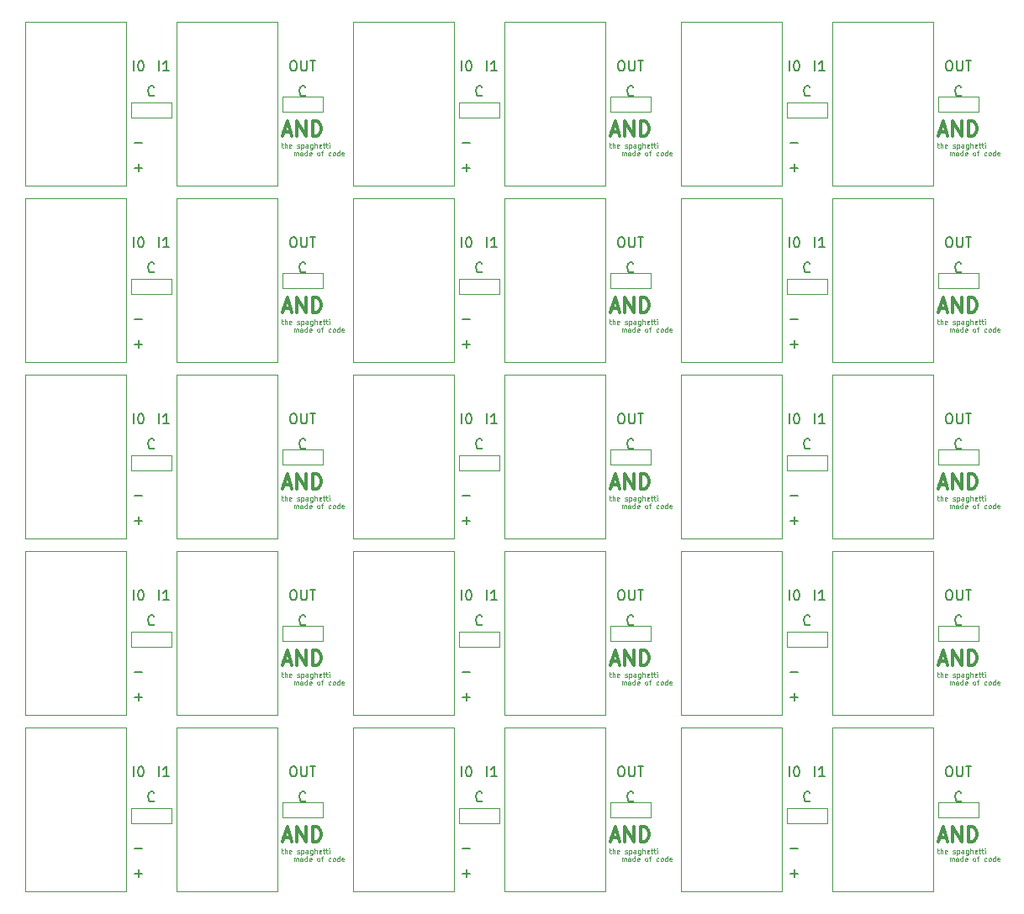
<source format=gto>
G04 #@! TF.GenerationSoftware,KiCad,Pcbnew,(5.1.6)-1*
G04 #@! TF.CreationDate,2020-06-25T08:23:36+09:00*
G04 #@! TF.ProjectId,AND___,414e4462-d851-42e6-9b69-6361645f7063,rev?*
G04 #@! TF.SameCoordinates,Original*
G04 #@! TF.FileFunction,Legend,Top*
G04 #@! TF.FilePolarity,Positive*
%FSLAX46Y46*%
G04 Gerber Fmt 4.6, Leading zero omitted, Abs format (unit mm)*
G04 Created by KiCad (PCBNEW (5.1.6)-1) date 2020-06-25 08:23:36*
%MOMM*%
%LPD*%
G01*
G04 APERTURE LIST*
%ADD10C,0.150000*%
%ADD11C,0.300000*%
%ADD12C,0.050000*%
%ADD13C,0.120000*%
G04 APERTURE END LIST*
D10*
X125888809Y-117292380D02*
X125888809Y-116292380D01*
X126555476Y-116292380D02*
X126650714Y-116292380D01*
X126745952Y-116340000D01*
X126793571Y-116387619D01*
X126841190Y-116482857D01*
X126888809Y-116673333D01*
X126888809Y-116911428D01*
X126841190Y-117101904D01*
X126793571Y-117197142D01*
X126745952Y-117244761D01*
X126650714Y-117292380D01*
X126555476Y-117292380D01*
X126460238Y-117244761D01*
X126412619Y-117197142D01*
X126365000Y-117101904D01*
X126317380Y-116911428D01*
X126317380Y-116673333D01*
X126365000Y-116482857D01*
X126412619Y-116387619D01*
X126460238Y-116340000D01*
X126555476Y-116292380D01*
X92868809Y-117292380D02*
X92868809Y-116292380D01*
X93535476Y-116292380D02*
X93630714Y-116292380D01*
X93725952Y-116340000D01*
X93773571Y-116387619D01*
X93821190Y-116482857D01*
X93868809Y-116673333D01*
X93868809Y-116911428D01*
X93821190Y-117101904D01*
X93773571Y-117197142D01*
X93725952Y-117244761D01*
X93630714Y-117292380D01*
X93535476Y-117292380D01*
X93440238Y-117244761D01*
X93392619Y-117197142D01*
X93345000Y-117101904D01*
X93297380Y-116911428D01*
X93297380Y-116673333D01*
X93345000Y-116482857D01*
X93392619Y-116387619D01*
X93440238Y-116340000D01*
X93535476Y-116292380D01*
X59848809Y-117292380D02*
X59848809Y-116292380D01*
X60515476Y-116292380D02*
X60610714Y-116292380D01*
X60705952Y-116340000D01*
X60753571Y-116387619D01*
X60801190Y-116482857D01*
X60848809Y-116673333D01*
X60848809Y-116911428D01*
X60801190Y-117101904D01*
X60753571Y-117197142D01*
X60705952Y-117244761D01*
X60610714Y-117292380D01*
X60515476Y-117292380D01*
X60420238Y-117244761D01*
X60372619Y-117197142D01*
X60325000Y-117101904D01*
X60277380Y-116911428D01*
X60277380Y-116673333D01*
X60325000Y-116482857D01*
X60372619Y-116387619D01*
X60420238Y-116340000D01*
X60515476Y-116292380D01*
X125888809Y-99512380D02*
X125888809Y-98512380D01*
X126555476Y-98512380D02*
X126650714Y-98512380D01*
X126745952Y-98560000D01*
X126793571Y-98607619D01*
X126841190Y-98702857D01*
X126888809Y-98893333D01*
X126888809Y-99131428D01*
X126841190Y-99321904D01*
X126793571Y-99417142D01*
X126745952Y-99464761D01*
X126650714Y-99512380D01*
X126555476Y-99512380D01*
X126460238Y-99464761D01*
X126412619Y-99417142D01*
X126365000Y-99321904D01*
X126317380Y-99131428D01*
X126317380Y-98893333D01*
X126365000Y-98702857D01*
X126412619Y-98607619D01*
X126460238Y-98560000D01*
X126555476Y-98512380D01*
X92868809Y-99512380D02*
X92868809Y-98512380D01*
X93535476Y-98512380D02*
X93630714Y-98512380D01*
X93725952Y-98560000D01*
X93773571Y-98607619D01*
X93821190Y-98702857D01*
X93868809Y-98893333D01*
X93868809Y-99131428D01*
X93821190Y-99321904D01*
X93773571Y-99417142D01*
X93725952Y-99464761D01*
X93630714Y-99512380D01*
X93535476Y-99512380D01*
X93440238Y-99464761D01*
X93392619Y-99417142D01*
X93345000Y-99321904D01*
X93297380Y-99131428D01*
X93297380Y-98893333D01*
X93345000Y-98702857D01*
X93392619Y-98607619D01*
X93440238Y-98560000D01*
X93535476Y-98512380D01*
X59848809Y-99512380D02*
X59848809Y-98512380D01*
X60515476Y-98512380D02*
X60610714Y-98512380D01*
X60705952Y-98560000D01*
X60753571Y-98607619D01*
X60801190Y-98702857D01*
X60848809Y-98893333D01*
X60848809Y-99131428D01*
X60801190Y-99321904D01*
X60753571Y-99417142D01*
X60705952Y-99464761D01*
X60610714Y-99512380D01*
X60515476Y-99512380D01*
X60420238Y-99464761D01*
X60372619Y-99417142D01*
X60325000Y-99321904D01*
X60277380Y-99131428D01*
X60277380Y-98893333D01*
X60325000Y-98702857D01*
X60372619Y-98607619D01*
X60420238Y-98560000D01*
X60515476Y-98512380D01*
X125888809Y-81732380D02*
X125888809Y-80732380D01*
X126555476Y-80732380D02*
X126650714Y-80732380D01*
X126745952Y-80780000D01*
X126793571Y-80827619D01*
X126841190Y-80922857D01*
X126888809Y-81113333D01*
X126888809Y-81351428D01*
X126841190Y-81541904D01*
X126793571Y-81637142D01*
X126745952Y-81684761D01*
X126650714Y-81732380D01*
X126555476Y-81732380D01*
X126460238Y-81684761D01*
X126412619Y-81637142D01*
X126365000Y-81541904D01*
X126317380Y-81351428D01*
X126317380Y-81113333D01*
X126365000Y-80922857D01*
X126412619Y-80827619D01*
X126460238Y-80780000D01*
X126555476Y-80732380D01*
X92868809Y-81732380D02*
X92868809Y-80732380D01*
X93535476Y-80732380D02*
X93630714Y-80732380D01*
X93725952Y-80780000D01*
X93773571Y-80827619D01*
X93821190Y-80922857D01*
X93868809Y-81113333D01*
X93868809Y-81351428D01*
X93821190Y-81541904D01*
X93773571Y-81637142D01*
X93725952Y-81684761D01*
X93630714Y-81732380D01*
X93535476Y-81732380D01*
X93440238Y-81684761D01*
X93392619Y-81637142D01*
X93345000Y-81541904D01*
X93297380Y-81351428D01*
X93297380Y-81113333D01*
X93345000Y-80922857D01*
X93392619Y-80827619D01*
X93440238Y-80780000D01*
X93535476Y-80732380D01*
X59848809Y-81732380D02*
X59848809Y-80732380D01*
X60515476Y-80732380D02*
X60610714Y-80732380D01*
X60705952Y-80780000D01*
X60753571Y-80827619D01*
X60801190Y-80922857D01*
X60848809Y-81113333D01*
X60848809Y-81351428D01*
X60801190Y-81541904D01*
X60753571Y-81637142D01*
X60705952Y-81684761D01*
X60610714Y-81732380D01*
X60515476Y-81732380D01*
X60420238Y-81684761D01*
X60372619Y-81637142D01*
X60325000Y-81541904D01*
X60277380Y-81351428D01*
X60277380Y-81113333D01*
X60325000Y-80922857D01*
X60372619Y-80827619D01*
X60420238Y-80780000D01*
X60515476Y-80732380D01*
X125888809Y-63952380D02*
X125888809Y-62952380D01*
X126555476Y-62952380D02*
X126650714Y-62952380D01*
X126745952Y-63000000D01*
X126793571Y-63047619D01*
X126841190Y-63142857D01*
X126888809Y-63333333D01*
X126888809Y-63571428D01*
X126841190Y-63761904D01*
X126793571Y-63857142D01*
X126745952Y-63904761D01*
X126650714Y-63952380D01*
X126555476Y-63952380D01*
X126460238Y-63904761D01*
X126412619Y-63857142D01*
X126365000Y-63761904D01*
X126317380Y-63571428D01*
X126317380Y-63333333D01*
X126365000Y-63142857D01*
X126412619Y-63047619D01*
X126460238Y-63000000D01*
X126555476Y-62952380D01*
X92868809Y-63952380D02*
X92868809Y-62952380D01*
X93535476Y-62952380D02*
X93630714Y-62952380D01*
X93725952Y-63000000D01*
X93773571Y-63047619D01*
X93821190Y-63142857D01*
X93868809Y-63333333D01*
X93868809Y-63571428D01*
X93821190Y-63761904D01*
X93773571Y-63857142D01*
X93725952Y-63904761D01*
X93630714Y-63952380D01*
X93535476Y-63952380D01*
X93440238Y-63904761D01*
X93392619Y-63857142D01*
X93345000Y-63761904D01*
X93297380Y-63571428D01*
X93297380Y-63333333D01*
X93345000Y-63142857D01*
X93392619Y-63047619D01*
X93440238Y-63000000D01*
X93535476Y-62952380D01*
X59848809Y-63952380D02*
X59848809Y-62952380D01*
X60515476Y-62952380D02*
X60610714Y-62952380D01*
X60705952Y-63000000D01*
X60753571Y-63047619D01*
X60801190Y-63142857D01*
X60848809Y-63333333D01*
X60848809Y-63571428D01*
X60801190Y-63761904D01*
X60753571Y-63857142D01*
X60705952Y-63904761D01*
X60610714Y-63952380D01*
X60515476Y-63952380D01*
X60420238Y-63904761D01*
X60372619Y-63857142D01*
X60325000Y-63761904D01*
X60277380Y-63571428D01*
X60277380Y-63333333D01*
X60325000Y-63142857D01*
X60372619Y-63047619D01*
X60420238Y-63000000D01*
X60515476Y-62952380D01*
X125888809Y-46172380D02*
X125888809Y-45172380D01*
X126555476Y-45172380D02*
X126650714Y-45172380D01*
X126745952Y-45220000D01*
X126793571Y-45267619D01*
X126841190Y-45362857D01*
X126888809Y-45553333D01*
X126888809Y-45791428D01*
X126841190Y-45981904D01*
X126793571Y-46077142D01*
X126745952Y-46124761D01*
X126650714Y-46172380D01*
X126555476Y-46172380D01*
X126460238Y-46124761D01*
X126412619Y-46077142D01*
X126365000Y-45981904D01*
X126317380Y-45791428D01*
X126317380Y-45553333D01*
X126365000Y-45362857D01*
X126412619Y-45267619D01*
X126460238Y-45220000D01*
X126555476Y-45172380D01*
X92868809Y-46172380D02*
X92868809Y-45172380D01*
X93535476Y-45172380D02*
X93630714Y-45172380D01*
X93725952Y-45220000D01*
X93773571Y-45267619D01*
X93821190Y-45362857D01*
X93868809Y-45553333D01*
X93868809Y-45791428D01*
X93821190Y-45981904D01*
X93773571Y-46077142D01*
X93725952Y-46124761D01*
X93630714Y-46172380D01*
X93535476Y-46172380D01*
X93440238Y-46124761D01*
X93392619Y-46077142D01*
X93345000Y-45981904D01*
X93297380Y-45791428D01*
X93297380Y-45553333D01*
X93345000Y-45362857D01*
X93392619Y-45267619D01*
X93440238Y-45220000D01*
X93535476Y-45172380D01*
X143184523Y-119737142D02*
X143136904Y-119784761D01*
X142994047Y-119832380D01*
X142898809Y-119832380D01*
X142755952Y-119784761D01*
X142660714Y-119689523D01*
X142613095Y-119594285D01*
X142565476Y-119403809D01*
X142565476Y-119260952D01*
X142613095Y-119070476D01*
X142660714Y-118975238D01*
X142755952Y-118880000D01*
X142898809Y-118832380D01*
X142994047Y-118832380D01*
X143136904Y-118880000D01*
X143184523Y-118927619D01*
X110164523Y-119737142D02*
X110116904Y-119784761D01*
X109974047Y-119832380D01*
X109878809Y-119832380D01*
X109735952Y-119784761D01*
X109640714Y-119689523D01*
X109593095Y-119594285D01*
X109545476Y-119403809D01*
X109545476Y-119260952D01*
X109593095Y-119070476D01*
X109640714Y-118975238D01*
X109735952Y-118880000D01*
X109878809Y-118832380D01*
X109974047Y-118832380D01*
X110116904Y-118880000D01*
X110164523Y-118927619D01*
X77144523Y-119737142D02*
X77096904Y-119784761D01*
X76954047Y-119832380D01*
X76858809Y-119832380D01*
X76715952Y-119784761D01*
X76620714Y-119689523D01*
X76573095Y-119594285D01*
X76525476Y-119403809D01*
X76525476Y-119260952D01*
X76573095Y-119070476D01*
X76620714Y-118975238D01*
X76715952Y-118880000D01*
X76858809Y-118832380D01*
X76954047Y-118832380D01*
X77096904Y-118880000D01*
X77144523Y-118927619D01*
X143184523Y-101957142D02*
X143136904Y-102004761D01*
X142994047Y-102052380D01*
X142898809Y-102052380D01*
X142755952Y-102004761D01*
X142660714Y-101909523D01*
X142613095Y-101814285D01*
X142565476Y-101623809D01*
X142565476Y-101480952D01*
X142613095Y-101290476D01*
X142660714Y-101195238D01*
X142755952Y-101100000D01*
X142898809Y-101052380D01*
X142994047Y-101052380D01*
X143136904Y-101100000D01*
X143184523Y-101147619D01*
X110164523Y-101957142D02*
X110116904Y-102004761D01*
X109974047Y-102052380D01*
X109878809Y-102052380D01*
X109735952Y-102004761D01*
X109640714Y-101909523D01*
X109593095Y-101814285D01*
X109545476Y-101623809D01*
X109545476Y-101480952D01*
X109593095Y-101290476D01*
X109640714Y-101195238D01*
X109735952Y-101100000D01*
X109878809Y-101052380D01*
X109974047Y-101052380D01*
X110116904Y-101100000D01*
X110164523Y-101147619D01*
X77144523Y-101957142D02*
X77096904Y-102004761D01*
X76954047Y-102052380D01*
X76858809Y-102052380D01*
X76715952Y-102004761D01*
X76620714Y-101909523D01*
X76573095Y-101814285D01*
X76525476Y-101623809D01*
X76525476Y-101480952D01*
X76573095Y-101290476D01*
X76620714Y-101195238D01*
X76715952Y-101100000D01*
X76858809Y-101052380D01*
X76954047Y-101052380D01*
X77096904Y-101100000D01*
X77144523Y-101147619D01*
X143184523Y-84177142D02*
X143136904Y-84224761D01*
X142994047Y-84272380D01*
X142898809Y-84272380D01*
X142755952Y-84224761D01*
X142660714Y-84129523D01*
X142613095Y-84034285D01*
X142565476Y-83843809D01*
X142565476Y-83700952D01*
X142613095Y-83510476D01*
X142660714Y-83415238D01*
X142755952Y-83320000D01*
X142898809Y-83272380D01*
X142994047Y-83272380D01*
X143136904Y-83320000D01*
X143184523Y-83367619D01*
X110164523Y-84177142D02*
X110116904Y-84224761D01*
X109974047Y-84272380D01*
X109878809Y-84272380D01*
X109735952Y-84224761D01*
X109640714Y-84129523D01*
X109593095Y-84034285D01*
X109545476Y-83843809D01*
X109545476Y-83700952D01*
X109593095Y-83510476D01*
X109640714Y-83415238D01*
X109735952Y-83320000D01*
X109878809Y-83272380D01*
X109974047Y-83272380D01*
X110116904Y-83320000D01*
X110164523Y-83367619D01*
X77144523Y-84177142D02*
X77096904Y-84224761D01*
X76954047Y-84272380D01*
X76858809Y-84272380D01*
X76715952Y-84224761D01*
X76620714Y-84129523D01*
X76573095Y-84034285D01*
X76525476Y-83843809D01*
X76525476Y-83700952D01*
X76573095Y-83510476D01*
X76620714Y-83415238D01*
X76715952Y-83320000D01*
X76858809Y-83272380D01*
X76954047Y-83272380D01*
X77096904Y-83320000D01*
X77144523Y-83367619D01*
X143184523Y-66397142D02*
X143136904Y-66444761D01*
X142994047Y-66492380D01*
X142898809Y-66492380D01*
X142755952Y-66444761D01*
X142660714Y-66349523D01*
X142613095Y-66254285D01*
X142565476Y-66063809D01*
X142565476Y-65920952D01*
X142613095Y-65730476D01*
X142660714Y-65635238D01*
X142755952Y-65540000D01*
X142898809Y-65492380D01*
X142994047Y-65492380D01*
X143136904Y-65540000D01*
X143184523Y-65587619D01*
X110164523Y-66397142D02*
X110116904Y-66444761D01*
X109974047Y-66492380D01*
X109878809Y-66492380D01*
X109735952Y-66444761D01*
X109640714Y-66349523D01*
X109593095Y-66254285D01*
X109545476Y-66063809D01*
X109545476Y-65920952D01*
X109593095Y-65730476D01*
X109640714Y-65635238D01*
X109735952Y-65540000D01*
X109878809Y-65492380D01*
X109974047Y-65492380D01*
X110116904Y-65540000D01*
X110164523Y-65587619D01*
X77144523Y-66397142D02*
X77096904Y-66444761D01*
X76954047Y-66492380D01*
X76858809Y-66492380D01*
X76715952Y-66444761D01*
X76620714Y-66349523D01*
X76573095Y-66254285D01*
X76525476Y-66063809D01*
X76525476Y-65920952D01*
X76573095Y-65730476D01*
X76620714Y-65635238D01*
X76715952Y-65540000D01*
X76858809Y-65492380D01*
X76954047Y-65492380D01*
X77096904Y-65540000D01*
X77144523Y-65587619D01*
X143184523Y-48617142D02*
X143136904Y-48664761D01*
X142994047Y-48712380D01*
X142898809Y-48712380D01*
X142755952Y-48664761D01*
X142660714Y-48569523D01*
X142613095Y-48474285D01*
X142565476Y-48283809D01*
X142565476Y-48140952D01*
X142613095Y-47950476D01*
X142660714Y-47855238D01*
X142755952Y-47760000D01*
X142898809Y-47712380D01*
X142994047Y-47712380D01*
X143136904Y-47760000D01*
X143184523Y-47807619D01*
X110164523Y-48617142D02*
X110116904Y-48664761D01*
X109974047Y-48712380D01*
X109878809Y-48712380D01*
X109735952Y-48664761D01*
X109640714Y-48569523D01*
X109593095Y-48474285D01*
X109545476Y-48283809D01*
X109545476Y-48140952D01*
X109593095Y-47950476D01*
X109640714Y-47855238D01*
X109735952Y-47760000D01*
X109878809Y-47712380D01*
X109974047Y-47712380D01*
X110116904Y-47760000D01*
X110164523Y-47807619D01*
D11*
X140982142Y-123440000D02*
X141696428Y-123440000D01*
X140839285Y-123868571D02*
X141339285Y-122368571D01*
X141839285Y-123868571D01*
X142339285Y-123868571D02*
X142339285Y-122368571D01*
X143196428Y-123868571D01*
X143196428Y-122368571D01*
X143910714Y-123868571D02*
X143910714Y-122368571D01*
X144267857Y-122368571D01*
X144482142Y-122440000D01*
X144625000Y-122582857D01*
X144696428Y-122725714D01*
X144767857Y-123011428D01*
X144767857Y-123225714D01*
X144696428Y-123511428D01*
X144625000Y-123654285D01*
X144482142Y-123797142D01*
X144267857Y-123868571D01*
X143910714Y-123868571D01*
X107962142Y-123440000D02*
X108676428Y-123440000D01*
X107819285Y-123868571D02*
X108319285Y-122368571D01*
X108819285Y-123868571D01*
X109319285Y-123868571D02*
X109319285Y-122368571D01*
X110176428Y-123868571D01*
X110176428Y-122368571D01*
X110890714Y-123868571D02*
X110890714Y-122368571D01*
X111247857Y-122368571D01*
X111462142Y-122440000D01*
X111605000Y-122582857D01*
X111676428Y-122725714D01*
X111747857Y-123011428D01*
X111747857Y-123225714D01*
X111676428Y-123511428D01*
X111605000Y-123654285D01*
X111462142Y-123797142D01*
X111247857Y-123868571D01*
X110890714Y-123868571D01*
X74942142Y-123440000D02*
X75656428Y-123440000D01*
X74799285Y-123868571D02*
X75299285Y-122368571D01*
X75799285Y-123868571D01*
X76299285Y-123868571D02*
X76299285Y-122368571D01*
X77156428Y-123868571D01*
X77156428Y-122368571D01*
X77870714Y-123868571D02*
X77870714Y-122368571D01*
X78227857Y-122368571D01*
X78442142Y-122440000D01*
X78585000Y-122582857D01*
X78656428Y-122725714D01*
X78727857Y-123011428D01*
X78727857Y-123225714D01*
X78656428Y-123511428D01*
X78585000Y-123654285D01*
X78442142Y-123797142D01*
X78227857Y-123868571D01*
X77870714Y-123868571D01*
X140982142Y-105660000D02*
X141696428Y-105660000D01*
X140839285Y-106088571D02*
X141339285Y-104588571D01*
X141839285Y-106088571D01*
X142339285Y-106088571D02*
X142339285Y-104588571D01*
X143196428Y-106088571D01*
X143196428Y-104588571D01*
X143910714Y-106088571D02*
X143910714Y-104588571D01*
X144267857Y-104588571D01*
X144482142Y-104660000D01*
X144625000Y-104802857D01*
X144696428Y-104945714D01*
X144767857Y-105231428D01*
X144767857Y-105445714D01*
X144696428Y-105731428D01*
X144625000Y-105874285D01*
X144482142Y-106017142D01*
X144267857Y-106088571D01*
X143910714Y-106088571D01*
X107962142Y-105660000D02*
X108676428Y-105660000D01*
X107819285Y-106088571D02*
X108319285Y-104588571D01*
X108819285Y-106088571D01*
X109319285Y-106088571D02*
X109319285Y-104588571D01*
X110176428Y-106088571D01*
X110176428Y-104588571D01*
X110890714Y-106088571D02*
X110890714Y-104588571D01*
X111247857Y-104588571D01*
X111462142Y-104660000D01*
X111605000Y-104802857D01*
X111676428Y-104945714D01*
X111747857Y-105231428D01*
X111747857Y-105445714D01*
X111676428Y-105731428D01*
X111605000Y-105874285D01*
X111462142Y-106017142D01*
X111247857Y-106088571D01*
X110890714Y-106088571D01*
X74942142Y-105660000D02*
X75656428Y-105660000D01*
X74799285Y-106088571D02*
X75299285Y-104588571D01*
X75799285Y-106088571D01*
X76299285Y-106088571D02*
X76299285Y-104588571D01*
X77156428Y-106088571D01*
X77156428Y-104588571D01*
X77870714Y-106088571D02*
X77870714Y-104588571D01*
X78227857Y-104588571D01*
X78442142Y-104660000D01*
X78585000Y-104802857D01*
X78656428Y-104945714D01*
X78727857Y-105231428D01*
X78727857Y-105445714D01*
X78656428Y-105731428D01*
X78585000Y-105874285D01*
X78442142Y-106017142D01*
X78227857Y-106088571D01*
X77870714Y-106088571D01*
X140982142Y-87880000D02*
X141696428Y-87880000D01*
X140839285Y-88308571D02*
X141339285Y-86808571D01*
X141839285Y-88308571D01*
X142339285Y-88308571D02*
X142339285Y-86808571D01*
X143196428Y-88308571D01*
X143196428Y-86808571D01*
X143910714Y-88308571D02*
X143910714Y-86808571D01*
X144267857Y-86808571D01*
X144482142Y-86880000D01*
X144625000Y-87022857D01*
X144696428Y-87165714D01*
X144767857Y-87451428D01*
X144767857Y-87665714D01*
X144696428Y-87951428D01*
X144625000Y-88094285D01*
X144482142Y-88237142D01*
X144267857Y-88308571D01*
X143910714Y-88308571D01*
X107962142Y-87880000D02*
X108676428Y-87880000D01*
X107819285Y-88308571D02*
X108319285Y-86808571D01*
X108819285Y-88308571D01*
X109319285Y-88308571D02*
X109319285Y-86808571D01*
X110176428Y-88308571D01*
X110176428Y-86808571D01*
X110890714Y-88308571D02*
X110890714Y-86808571D01*
X111247857Y-86808571D01*
X111462142Y-86880000D01*
X111605000Y-87022857D01*
X111676428Y-87165714D01*
X111747857Y-87451428D01*
X111747857Y-87665714D01*
X111676428Y-87951428D01*
X111605000Y-88094285D01*
X111462142Y-88237142D01*
X111247857Y-88308571D01*
X110890714Y-88308571D01*
X74942142Y-87880000D02*
X75656428Y-87880000D01*
X74799285Y-88308571D02*
X75299285Y-86808571D01*
X75799285Y-88308571D01*
X76299285Y-88308571D02*
X76299285Y-86808571D01*
X77156428Y-88308571D01*
X77156428Y-86808571D01*
X77870714Y-88308571D02*
X77870714Y-86808571D01*
X78227857Y-86808571D01*
X78442142Y-86880000D01*
X78585000Y-87022857D01*
X78656428Y-87165714D01*
X78727857Y-87451428D01*
X78727857Y-87665714D01*
X78656428Y-87951428D01*
X78585000Y-88094285D01*
X78442142Y-88237142D01*
X78227857Y-88308571D01*
X77870714Y-88308571D01*
X140982142Y-70100000D02*
X141696428Y-70100000D01*
X140839285Y-70528571D02*
X141339285Y-69028571D01*
X141839285Y-70528571D01*
X142339285Y-70528571D02*
X142339285Y-69028571D01*
X143196428Y-70528571D01*
X143196428Y-69028571D01*
X143910714Y-70528571D02*
X143910714Y-69028571D01*
X144267857Y-69028571D01*
X144482142Y-69100000D01*
X144625000Y-69242857D01*
X144696428Y-69385714D01*
X144767857Y-69671428D01*
X144767857Y-69885714D01*
X144696428Y-70171428D01*
X144625000Y-70314285D01*
X144482142Y-70457142D01*
X144267857Y-70528571D01*
X143910714Y-70528571D01*
X107962142Y-70100000D02*
X108676428Y-70100000D01*
X107819285Y-70528571D02*
X108319285Y-69028571D01*
X108819285Y-70528571D01*
X109319285Y-70528571D02*
X109319285Y-69028571D01*
X110176428Y-70528571D01*
X110176428Y-69028571D01*
X110890714Y-70528571D02*
X110890714Y-69028571D01*
X111247857Y-69028571D01*
X111462142Y-69100000D01*
X111605000Y-69242857D01*
X111676428Y-69385714D01*
X111747857Y-69671428D01*
X111747857Y-69885714D01*
X111676428Y-70171428D01*
X111605000Y-70314285D01*
X111462142Y-70457142D01*
X111247857Y-70528571D01*
X110890714Y-70528571D01*
X74942142Y-70100000D02*
X75656428Y-70100000D01*
X74799285Y-70528571D02*
X75299285Y-69028571D01*
X75799285Y-70528571D01*
X76299285Y-70528571D02*
X76299285Y-69028571D01*
X77156428Y-70528571D01*
X77156428Y-69028571D01*
X77870714Y-70528571D02*
X77870714Y-69028571D01*
X78227857Y-69028571D01*
X78442142Y-69100000D01*
X78585000Y-69242857D01*
X78656428Y-69385714D01*
X78727857Y-69671428D01*
X78727857Y-69885714D01*
X78656428Y-70171428D01*
X78585000Y-70314285D01*
X78442142Y-70457142D01*
X78227857Y-70528571D01*
X77870714Y-70528571D01*
X140982142Y-52320000D02*
X141696428Y-52320000D01*
X140839285Y-52748571D02*
X141339285Y-51248571D01*
X141839285Y-52748571D01*
X142339285Y-52748571D02*
X142339285Y-51248571D01*
X143196428Y-52748571D01*
X143196428Y-51248571D01*
X143910714Y-52748571D02*
X143910714Y-51248571D01*
X144267857Y-51248571D01*
X144482142Y-51320000D01*
X144625000Y-51462857D01*
X144696428Y-51605714D01*
X144767857Y-51891428D01*
X144767857Y-52105714D01*
X144696428Y-52391428D01*
X144625000Y-52534285D01*
X144482142Y-52677142D01*
X144267857Y-52748571D01*
X143910714Y-52748571D01*
X107962142Y-52320000D02*
X108676428Y-52320000D01*
X107819285Y-52748571D02*
X108319285Y-51248571D01*
X108819285Y-52748571D01*
X109319285Y-52748571D02*
X109319285Y-51248571D01*
X110176428Y-52748571D01*
X110176428Y-51248571D01*
X110890714Y-52748571D02*
X110890714Y-51248571D01*
X111247857Y-51248571D01*
X111462142Y-51320000D01*
X111605000Y-51462857D01*
X111676428Y-51605714D01*
X111747857Y-51891428D01*
X111747857Y-52105714D01*
X111676428Y-52391428D01*
X111605000Y-52534285D01*
X111462142Y-52677142D01*
X111247857Y-52748571D01*
X110890714Y-52748571D01*
D10*
X125984047Y-124531428D02*
X126745952Y-124531428D01*
X92964047Y-124531428D02*
X93725952Y-124531428D01*
X59944047Y-124531428D02*
X60705952Y-124531428D01*
X125984047Y-106751428D02*
X126745952Y-106751428D01*
X92964047Y-106751428D02*
X93725952Y-106751428D01*
X59944047Y-106751428D02*
X60705952Y-106751428D01*
X125984047Y-88971428D02*
X126745952Y-88971428D01*
X92964047Y-88971428D02*
X93725952Y-88971428D01*
X59944047Y-88971428D02*
X60705952Y-88971428D01*
X125984047Y-71191428D02*
X126745952Y-71191428D01*
X92964047Y-71191428D02*
X93725952Y-71191428D01*
X59944047Y-71191428D02*
X60705952Y-71191428D01*
X125984047Y-53411428D02*
X126745952Y-53411428D01*
X92964047Y-53411428D02*
X93725952Y-53411428D01*
X127944523Y-119737142D02*
X127896904Y-119784761D01*
X127754047Y-119832380D01*
X127658809Y-119832380D01*
X127515952Y-119784761D01*
X127420714Y-119689523D01*
X127373095Y-119594285D01*
X127325476Y-119403809D01*
X127325476Y-119260952D01*
X127373095Y-119070476D01*
X127420714Y-118975238D01*
X127515952Y-118880000D01*
X127658809Y-118832380D01*
X127754047Y-118832380D01*
X127896904Y-118880000D01*
X127944523Y-118927619D01*
X94924523Y-119737142D02*
X94876904Y-119784761D01*
X94734047Y-119832380D01*
X94638809Y-119832380D01*
X94495952Y-119784761D01*
X94400714Y-119689523D01*
X94353095Y-119594285D01*
X94305476Y-119403809D01*
X94305476Y-119260952D01*
X94353095Y-119070476D01*
X94400714Y-118975238D01*
X94495952Y-118880000D01*
X94638809Y-118832380D01*
X94734047Y-118832380D01*
X94876904Y-118880000D01*
X94924523Y-118927619D01*
X61904523Y-119737142D02*
X61856904Y-119784761D01*
X61714047Y-119832380D01*
X61618809Y-119832380D01*
X61475952Y-119784761D01*
X61380714Y-119689523D01*
X61333095Y-119594285D01*
X61285476Y-119403809D01*
X61285476Y-119260952D01*
X61333095Y-119070476D01*
X61380714Y-118975238D01*
X61475952Y-118880000D01*
X61618809Y-118832380D01*
X61714047Y-118832380D01*
X61856904Y-118880000D01*
X61904523Y-118927619D01*
X127944523Y-101957142D02*
X127896904Y-102004761D01*
X127754047Y-102052380D01*
X127658809Y-102052380D01*
X127515952Y-102004761D01*
X127420714Y-101909523D01*
X127373095Y-101814285D01*
X127325476Y-101623809D01*
X127325476Y-101480952D01*
X127373095Y-101290476D01*
X127420714Y-101195238D01*
X127515952Y-101100000D01*
X127658809Y-101052380D01*
X127754047Y-101052380D01*
X127896904Y-101100000D01*
X127944523Y-101147619D01*
X94924523Y-101957142D02*
X94876904Y-102004761D01*
X94734047Y-102052380D01*
X94638809Y-102052380D01*
X94495952Y-102004761D01*
X94400714Y-101909523D01*
X94353095Y-101814285D01*
X94305476Y-101623809D01*
X94305476Y-101480952D01*
X94353095Y-101290476D01*
X94400714Y-101195238D01*
X94495952Y-101100000D01*
X94638809Y-101052380D01*
X94734047Y-101052380D01*
X94876904Y-101100000D01*
X94924523Y-101147619D01*
X61904523Y-101957142D02*
X61856904Y-102004761D01*
X61714047Y-102052380D01*
X61618809Y-102052380D01*
X61475952Y-102004761D01*
X61380714Y-101909523D01*
X61333095Y-101814285D01*
X61285476Y-101623809D01*
X61285476Y-101480952D01*
X61333095Y-101290476D01*
X61380714Y-101195238D01*
X61475952Y-101100000D01*
X61618809Y-101052380D01*
X61714047Y-101052380D01*
X61856904Y-101100000D01*
X61904523Y-101147619D01*
X127944523Y-84177142D02*
X127896904Y-84224761D01*
X127754047Y-84272380D01*
X127658809Y-84272380D01*
X127515952Y-84224761D01*
X127420714Y-84129523D01*
X127373095Y-84034285D01*
X127325476Y-83843809D01*
X127325476Y-83700952D01*
X127373095Y-83510476D01*
X127420714Y-83415238D01*
X127515952Y-83320000D01*
X127658809Y-83272380D01*
X127754047Y-83272380D01*
X127896904Y-83320000D01*
X127944523Y-83367619D01*
X94924523Y-84177142D02*
X94876904Y-84224761D01*
X94734047Y-84272380D01*
X94638809Y-84272380D01*
X94495952Y-84224761D01*
X94400714Y-84129523D01*
X94353095Y-84034285D01*
X94305476Y-83843809D01*
X94305476Y-83700952D01*
X94353095Y-83510476D01*
X94400714Y-83415238D01*
X94495952Y-83320000D01*
X94638809Y-83272380D01*
X94734047Y-83272380D01*
X94876904Y-83320000D01*
X94924523Y-83367619D01*
X61904523Y-84177142D02*
X61856904Y-84224761D01*
X61714047Y-84272380D01*
X61618809Y-84272380D01*
X61475952Y-84224761D01*
X61380714Y-84129523D01*
X61333095Y-84034285D01*
X61285476Y-83843809D01*
X61285476Y-83700952D01*
X61333095Y-83510476D01*
X61380714Y-83415238D01*
X61475952Y-83320000D01*
X61618809Y-83272380D01*
X61714047Y-83272380D01*
X61856904Y-83320000D01*
X61904523Y-83367619D01*
X127944523Y-66397142D02*
X127896904Y-66444761D01*
X127754047Y-66492380D01*
X127658809Y-66492380D01*
X127515952Y-66444761D01*
X127420714Y-66349523D01*
X127373095Y-66254285D01*
X127325476Y-66063809D01*
X127325476Y-65920952D01*
X127373095Y-65730476D01*
X127420714Y-65635238D01*
X127515952Y-65540000D01*
X127658809Y-65492380D01*
X127754047Y-65492380D01*
X127896904Y-65540000D01*
X127944523Y-65587619D01*
X94924523Y-66397142D02*
X94876904Y-66444761D01*
X94734047Y-66492380D01*
X94638809Y-66492380D01*
X94495952Y-66444761D01*
X94400714Y-66349523D01*
X94353095Y-66254285D01*
X94305476Y-66063809D01*
X94305476Y-65920952D01*
X94353095Y-65730476D01*
X94400714Y-65635238D01*
X94495952Y-65540000D01*
X94638809Y-65492380D01*
X94734047Y-65492380D01*
X94876904Y-65540000D01*
X94924523Y-65587619D01*
X61904523Y-66397142D02*
X61856904Y-66444761D01*
X61714047Y-66492380D01*
X61618809Y-66492380D01*
X61475952Y-66444761D01*
X61380714Y-66349523D01*
X61333095Y-66254285D01*
X61285476Y-66063809D01*
X61285476Y-65920952D01*
X61333095Y-65730476D01*
X61380714Y-65635238D01*
X61475952Y-65540000D01*
X61618809Y-65492380D01*
X61714047Y-65492380D01*
X61856904Y-65540000D01*
X61904523Y-65587619D01*
X127944523Y-48617142D02*
X127896904Y-48664761D01*
X127754047Y-48712380D01*
X127658809Y-48712380D01*
X127515952Y-48664761D01*
X127420714Y-48569523D01*
X127373095Y-48474285D01*
X127325476Y-48283809D01*
X127325476Y-48140952D01*
X127373095Y-47950476D01*
X127420714Y-47855238D01*
X127515952Y-47760000D01*
X127658809Y-47712380D01*
X127754047Y-47712380D01*
X127896904Y-47760000D01*
X127944523Y-47807619D01*
X94924523Y-48617142D02*
X94876904Y-48664761D01*
X94734047Y-48712380D01*
X94638809Y-48712380D01*
X94495952Y-48664761D01*
X94400714Y-48569523D01*
X94353095Y-48474285D01*
X94305476Y-48283809D01*
X94305476Y-48140952D01*
X94353095Y-47950476D01*
X94400714Y-47855238D01*
X94495952Y-47760000D01*
X94638809Y-47712380D01*
X94734047Y-47712380D01*
X94876904Y-47760000D01*
X94924523Y-47807619D01*
X141875000Y-116292380D02*
X142065476Y-116292380D01*
X142160714Y-116340000D01*
X142255952Y-116435238D01*
X142303571Y-116625714D01*
X142303571Y-116959047D01*
X142255952Y-117149523D01*
X142160714Y-117244761D01*
X142065476Y-117292380D01*
X141875000Y-117292380D01*
X141779761Y-117244761D01*
X141684523Y-117149523D01*
X141636904Y-116959047D01*
X141636904Y-116625714D01*
X141684523Y-116435238D01*
X141779761Y-116340000D01*
X141875000Y-116292380D01*
X142732142Y-116292380D02*
X142732142Y-117101904D01*
X142779761Y-117197142D01*
X142827380Y-117244761D01*
X142922619Y-117292380D01*
X143113095Y-117292380D01*
X143208333Y-117244761D01*
X143255952Y-117197142D01*
X143303571Y-117101904D01*
X143303571Y-116292380D01*
X143636904Y-116292380D02*
X144208333Y-116292380D01*
X143922619Y-117292380D02*
X143922619Y-116292380D01*
X108855000Y-116292380D02*
X109045476Y-116292380D01*
X109140714Y-116340000D01*
X109235952Y-116435238D01*
X109283571Y-116625714D01*
X109283571Y-116959047D01*
X109235952Y-117149523D01*
X109140714Y-117244761D01*
X109045476Y-117292380D01*
X108855000Y-117292380D01*
X108759761Y-117244761D01*
X108664523Y-117149523D01*
X108616904Y-116959047D01*
X108616904Y-116625714D01*
X108664523Y-116435238D01*
X108759761Y-116340000D01*
X108855000Y-116292380D01*
X109712142Y-116292380D02*
X109712142Y-117101904D01*
X109759761Y-117197142D01*
X109807380Y-117244761D01*
X109902619Y-117292380D01*
X110093095Y-117292380D01*
X110188333Y-117244761D01*
X110235952Y-117197142D01*
X110283571Y-117101904D01*
X110283571Y-116292380D01*
X110616904Y-116292380D02*
X111188333Y-116292380D01*
X110902619Y-117292380D02*
X110902619Y-116292380D01*
X75835000Y-116292380D02*
X76025476Y-116292380D01*
X76120714Y-116340000D01*
X76215952Y-116435238D01*
X76263571Y-116625714D01*
X76263571Y-116959047D01*
X76215952Y-117149523D01*
X76120714Y-117244761D01*
X76025476Y-117292380D01*
X75835000Y-117292380D01*
X75739761Y-117244761D01*
X75644523Y-117149523D01*
X75596904Y-116959047D01*
X75596904Y-116625714D01*
X75644523Y-116435238D01*
X75739761Y-116340000D01*
X75835000Y-116292380D01*
X76692142Y-116292380D02*
X76692142Y-117101904D01*
X76739761Y-117197142D01*
X76787380Y-117244761D01*
X76882619Y-117292380D01*
X77073095Y-117292380D01*
X77168333Y-117244761D01*
X77215952Y-117197142D01*
X77263571Y-117101904D01*
X77263571Y-116292380D01*
X77596904Y-116292380D02*
X78168333Y-116292380D01*
X77882619Y-117292380D02*
X77882619Y-116292380D01*
X141875000Y-98512380D02*
X142065476Y-98512380D01*
X142160714Y-98560000D01*
X142255952Y-98655238D01*
X142303571Y-98845714D01*
X142303571Y-99179047D01*
X142255952Y-99369523D01*
X142160714Y-99464761D01*
X142065476Y-99512380D01*
X141875000Y-99512380D01*
X141779761Y-99464761D01*
X141684523Y-99369523D01*
X141636904Y-99179047D01*
X141636904Y-98845714D01*
X141684523Y-98655238D01*
X141779761Y-98560000D01*
X141875000Y-98512380D01*
X142732142Y-98512380D02*
X142732142Y-99321904D01*
X142779761Y-99417142D01*
X142827380Y-99464761D01*
X142922619Y-99512380D01*
X143113095Y-99512380D01*
X143208333Y-99464761D01*
X143255952Y-99417142D01*
X143303571Y-99321904D01*
X143303571Y-98512380D01*
X143636904Y-98512380D02*
X144208333Y-98512380D01*
X143922619Y-99512380D02*
X143922619Y-98512380D01*
X108855000Y-98512380D02*
X109045476Y-98512380D01*
X109140714Y-98560000D01*
X109235952Y-98655238D01*
X109283571Y-98845714D01*
X109283571Y-99179047D01*
X109235952Y-99369523D01*
X109140714Y-99464761D01*
X109045476Y-99512380D01*
X108855000Y-99512380D01*
X108759761Y-99464761D01*
X108664523Y-99369523D01*
X108616904Y-99179047D01*
X108616904Y-98845714D01*
X108664523Y-98655238D01*
X108759761Y-98560000D01*
X108855000Y-98512380D01*
X109712142Y-98512380D02*
X109712142Y-99321904D01*
X109759761Y-99417142D01*
X109807380Y-99464761D01*
X109902619Y-99512380D01*
X110093095Y-99512380D01*
X110188333Y-99464761D01*
X110235952Y-99417142D01*
X110283571Y-99321904D01*
X110283571Y-98512380D01*
X110616904Y-98512380D02*
X111188333Y-98512380D01*
X110902619Y-99512380D02*
X110902619Y-98512380D01*
X75835000Y-98512380D02*
X76025476Y-98512380D01*
X76120714Y-98560000D01*
X76215952Y-98655238D01*
X76263571Y-98845714D01*
X76263571Y-99179047D01*
X76215952Y-99369523D01*
X76120714Y-99464761D01*
X76025476Y-99512380D01*
X75835000Y-99512380D01*
X75739761Y-99464761D01*
X75644523Y-99369523D01*
X75596904Y-99179047D01*
X75596904Y-98845714D01*
X75644523Y-98655238D01*
X75739761Y-98560000D01*
X75835000Y-98512380D01*
X76692142Y-98512380D02*
X76692142Y-99321904D01*
X76739761Y-99417142D01*
X76787380Y-99464761D01*
X76882619Y-99512380D01*
X77073095Y-99512380D01*
X77168333Y-99464761D01*
X77215952Y-99417142D01*
X77263571Y-99321904D01*
X77263571Y-98512380D01*
X77596904Y-98512380D02*
X78168333Y-98512380D01*
X77882619Y-99512380D02*
X77882619Y-98512380D01*
X141875000Y-80732380D02*
X142065476Y-80732380D01*
X142160714Y-80780000D01*
X142255952Y-80875238D01*
X142303571Y-81065714D01*
X142303571Y-81399047D01*
X142255952Y-81589523D01*
X142160714Y-81684761D01*
X142065476Y-81732380D01*
X141875000Y-81732380D01*
X141779761Y-81684761D01*
X141684523Y-81589523D01*
X141636904Y-81399047D01*
X141636904Y-81065714D01*
X141684523Y-80875238D01*
X141779761Y-80780000D01*
X141875000Y-80732380D01*
X142732142Y-80732380D02*
X142732142Y-81541904D01*
X142779761Y-81637142D01*
X142827380Y-81684761D01*
X142922619Y-81732380D01*
X143113095Y-81732380D01*
X143208333Y-81684761D01*
X143255952Y-81637142D01*
X143303571Y-81541904D01*
X143303571Y-80732380D01*
X143636904Y-80732380D02*
X144208333Y-80732380D01*
X143922619Y-81732380D02*
X143922619Y-80732380D01*
X108855000Y-80732380D02*
X109045476Y-80732380D01*
X109140714Y-80780000D01*
X109235952Y-80875238D01*
X109283571Y-81065714D01*
X109283571Y-81399047D01*
X109235952Y-81589523D01*
X109140714Y-81684761D01*
X109045476Y-81732380D01*
X108855000Y-81732380D01*
X108759761Y-81684761D01*
X108664523Y-81589523D01*
X108616904Y-81399047D01*
X108616904Y-81065714D01*
X108664523Y-80875238D01*
X108759761Y-80780000D01*
X108855000Y-80732380D01*
X109712142Y-80732380D02*
X109712142Y-81541904D01*
X109759761Y-81637142D01*
X109807380Y-81684761D01*
X109902619Y-81732380D01*
X110093095Y-81732380D01*
X110188333Y-81684761D01*
X110235952Y-81637142D01*
X110283571Y-81541904D01*
X110283571Y-80732380D01*
X110616904Y-80732380D02*
X111188333Y-80732380D01*
X110902619Y-81732380D02*
X110902619Y-80732380D01*
X75835000Y-80732380D02*
X76025476Y-80732380D01*
X76120714Y-80780000D01*
X76215952Y-80875238D01*
X76263571Y-81065714D01*
X76263571Y-81399047D01*
X76215952Y-81589523D01*
X76120714Y-81684761D01*
X76025476Y-81732380D01*
X75835000Y-81732380D01*
X75739761Y-81684761D01*
X75644523Y-81589523D01*
X75596904Y-81399047D01*
X75596904Y-81065714D01*
X75644523Y-80875238D01*
X75739761Y-80780000D01*
X75835000Y-80732380D01*
X76692142Y-80732380D02*
X76692142Y-81541904D01*
X76739761Y-81637142D01*
X76787380Y-81684761D01*
X76882619Y-81732380D01*
X77073095Y-81732380D01*
X77168333Y-81684761D01*
X77215952Y-81637142D01*
X77263571Y-81541904D01*
X77263571Y-80732380D01*
X77596904Y-80732380D02*
X78168333Y-80732380D01*
X77882619Y-81732380D02*
X77882619Y-80732380D01*
X141875000Y-62952380D02*
X142065476Y-62952380D01*
X142160714Y-63000000D01*
X142255952Y-63095238D01*
X142303571Y-63285714D01*
X142303571Y-63619047D01*
X142255952Y-63809523D01*
X142160714Y-63904761D01*
X142065476Y-63952380D01*
X141875000Y-63952380D01*
X141779761Y-63904761D01*
X141684523Y-63809523D01*
X141636904Y-63619047D01*
X141636904Y-63285714D01*
X141684523Y-63095238D01*
X141779761Y-63000000D01*
X141875000Y-62952380D01*
X142732142Y-62952380D02*
X142732142Y-63761904D01*
X142779761Y-63857142D01*
X142827380Y-63904761D01*
X142922619Y-63952380D01*
X143113095Y-63952380D01*
X143208333Y-63904761D01*
X143255952Y-63857142D01*
X143303571Y-63761904D01*
X143303571Y-62952380D01*
X143636904Y-62952380D02*
X144208333Y-62952380D01*
X143922619Y-63952380D02*
X143922619Y-62952380D01*
X108855000Y-62952380D02*
X109045476Y-62952380D01*
X109140714Y-63000000D01*
X109235952Y-63095238D01*
X109283571Y-63285714D01*
X109283571Y-63619047D01*
X109235952Y-63809523D01*
X109140714Y-63904761D01*
X109045476Y-63952380D01*
X108855000Y-63952380D01*
X108759761Y-63904761D01*
X108664523Y-63809523D01*
X108616904Y-63619047D01*
X108616904Y-63285714D01*
X108664523Y-63095238D01*
X108759761Y-63000000D01*
X108855000Y-62952380D01*
X109712142Y-62952380D02*
X109712142Y-63761904D01*
X109759761Y-63857142D01*
X109807380Y-63904761D01*
X109902619Y-63952380D01*
X110093095Y-63952380D01*
X110188333Y-63904761D01*
X110235952Y-63857142D01*
X110283571Y-63761904D01*
X110283571Y-62952380D01*
X110616904Y-62952380D02*
X111188333Y-62952380D01*
X110902619Y-63952380D02*
X110902619Y-62952380D01*
X75835000Y-62952380D02*
X76025476Y-62952380D01*
X76120714Y-63000000D01*
X76215952Y-63095238D01*
X76263571Y-63285714D01*
X76263571Y-63619047D01*
X76215952Y-63809523D01*
X76120714Y-63904761D01*
X76025476Y-63952380D01*
X75835000Y-63952380D01*
X75739761Y-63904761D01*
X75644523Y-63809523D01*
X75596904Y-63619047D01*
X75596904Y-63285714D01*
X75644523Y-63095238D01*
X75739761Y-63000000D01*
X75835000Y-62952380D01*
X76692142Y-62952380D02*
X76692142Y-63761904D01*
X76739761Y-63857142D01*
X76787380Y-63904761D01*
X76882619Y-63952380D01*
X77073095Y-63952380D01*
X77168333Y-63904761D01*
X77215952Y-63857142D01*
X77263571Y-63761904D01*
X77263571Y-62952380D01*
X77596904Y-62952380D02*
X78168333Y-62952380D01*
X77882619Y-63952380D02*
X77882619Y-62952380D01*
X141875000Y-45172380D02*
X142065476Y-45172380D01*
X142160714Y-45220000D01*
X142255952Y-45315238D01*
X142303571Y-45505714D01*
X142303571Y-45839047D01*
X142255952Y-46029523D01*
X142160714Y-46124761D01*
X142065476Y-46172380D01*
X141875000Y-46172380D01*
X141779761Y-46124761D01*
X141684523Y-46029523D01*
X141636904Y-45839047D01*
X141636904Y-45505714D01*
X141684523Y-45315238D01*
X141779761Y-45220000D01*
X141875000Y-45172380D01*
X142732142Y-45172380D02*
X142732142Y-45981904D01*
X142779761Y-46077142D01*
X142827380Y-46124761D01*
X142922619Y-46172380D01*
X143113095Y-46172380D01*
X143208333Y-46124761D01*
X143255952Y-46077142D01*
X143303571Y-45981904D01*
X143303571Y-45172380D01*
X143636904Y-45172380D02*
X144208333Y-45172380D01*
X143922619Y-46172380D02*
X143922619Y-45172380D01*
X108855000Y-45172380D02*
X109045476Y-45172380D01*
X109140714Y-45220000D01*
X109235952Y-45315238D01*
X109283571Y-45505714D01*
X109283571Y-45839047D01*
X109235952Y-46029523D01*
X109140714Y-46124761D01*
X109045476Y-46172380D01*
X108855000Y-46172380D01*
X108759761Y-46124761D01*
X108664523Y-46029523D01*
X108616904Y-45839047D01*
X108616904Y-45505714D01*
X108664523Y-45315238D01*
X108759761Y-45220000D01*
X108855000Y-45172380D01*
X109712142Y-45172380D02*
X109712142Y-45981904D01*
X109759761Y-46077142D01*
X109807380Y-46124761D01*
X109902619Y-46172380D01*
X110093095Y-46172380D01*
X110188333Y-46124761D01*
X110235952Y-46077142D01*
X110283571Y-45981904D01*
X110283571Y-45172380D01*
X110616904Y-45172380D02*
X111188333Y-45172380D01*
X110902619Y-46172380D02*
X110902619Y-45172380D01*
X128428809Y-117292380D02*
X128428809Y-116292380D01*
X129428809Y-117292380D02*
X128857380Y-117292380D01*
X129143095Y-117292380D02*
X129143095Y-116292380D01*
X129047857Y-116435238D01*
X128952619Y-116530476D01*
X128857380Y-116578095D01*
X95408809Y-117292380D02*
X95408809Y-116292380D01*
X96408809Y-117292380D02*
X95837380Y-117292380D01*
X96123095Y-117292380D02*
X96123095Y-116292380D01*
X96027857Y-116435238D01*
X95932619Y-116530476D01*
X95837380Y-116578095D01*
X62388809Y-117292380D02*
X62388809Y-116292380D01*
X63388809Y-117292380D02*
X62817380Y-117292380D01*
X63103095Y-117292380D02*
X63103095Y-116292380D01*
X63007857Y-116435238D01*
X62912619Y-116530476D01*
X62817380Y-116578095D01*
X128428809Y-99512380D02*
X128428809Y-98512380D01*
X129428809Y-99512380D02*
X128857380Y-99512380D01*
X129143095Y-99512380D02*
X129143095Y-98512380D01*
X129047857Y-98655238D01*
X128952619Y-98750476D01*
X128857380Y-98798095D01*
X95408809Y-99512380D02*
X95408809Y-98512380D01*
X96408809Y-99512380D02*
X95837380Y-99512380D01*
X96123095Y-99512380D02*
X96123095Y-98512380D01*
X96027857Y-98655238D01*
X95932619Y-98750476D01*
X95837380Y-98798095D01*
X62388809Y-99512380D02*
X62388809Y-98512380D01*
X63388809Y-99512380D02*
X62817380Y-99512380D01*
X63103095Y-99512380D02*
X63103095Y-98512380D01*
X63007857Y-98655238D01*
X62912619Y-98750476D01*
X62817380Y-98798095D01*
X128428809Y-81732380D02*
X128428809Y-80732380D01*
X129428809Y-81732380D02*
X128857380Y-81732380D01*
X129143095Y-81732380D02*
X129143095Y-80732380D01*
X129047857Y-80875238D01*
X128952619Y-80970476D01*
X128857380Y-81018095D01*
X95408809Y-81732380D02*
X95408809Y-80732380D01*
X96408809Y-81732380D02*
X95837380Y-81732380D01*
X96123095Y-81732380D02*
X96123095Y-80732380D01*
X96027857Y-80875238D01*
X95932619Y-80970476D01*
X95837380Y-81018095D01*
X62388809Y-81732380D02*
X62388809Y-80732380D01*
X63388809Y-81732380D02*
X62817380Y-81732380D01*
X63103095Y-81732380D02*
X63103095Y-80732380D01*
X63007857Y-80875238D01*
X62912619Y-80970476D01*
X62817380Y-81018095D01*
X128428809Y-63952380D02*
X128428809Y-62952380D01*
X129428809Y-63952380D02*
X128857380Y-63952380D01*
X129143095Y-63952380D02*
X129143095Y-62952380D01*
X129047857Y-63095238D01*
X128952619Y-63190476D01*
X128857380Y-63238095D01*
X95408809Y-63952380D02*
X95408809Y-62952380D01*
X96408809Y-63952380D02*
X95837380Y-63952380D01*
X96123095Y-63952380D02*
X96123095Y-62952380D01*
X96027857Y-63095238D01*
X95932619Y-63190476D01*
X95837380Y-63238095D01*
X62388809Y-63952380D02*
X62388809Y-62952380D01*
X63388809Y-63952380D02*
X62817380Y-63952380D01*
X63103095Y-63952380D02*
X63103095Y-62952380D01*
X63007857Y-63095238D01*
X62912619Y-63190476D01*
X62817380Y-63238095D01*
X128428809Y-46172380D02*
X128428809Y-45172380D01*
X129428809Y-46172380D02*
X128857380Y-46172380D01*
X129143095Y-46172380D02*
X129143095Y-45172380D01*
X129047857Y-45315238D01*
X128952619Y-45410476D01*
X128857380Y-45458095D01*
X95408809Y-46172380D02*
X95408809Y-45172380D01*
X96408809Y-46172380D02*
X95837380Y-46172380D01*
X96123095Y-46172380D02*
X96123095Y-45172380D01*
X96027857Y-45315238D01*
X95932619Y-45410476D01*
X95837380Y-45458095D01*
X125984047Y-127071428D02*
X126745952Y-127071428D01*
X126365000Y-127452380D02*
X126365000Y-126690476D01*
X92964047Y-127071428D02*
X93725952Y-127071428D01*
X93345000Y-127452380D02*
X93345000Y-126690476D01*
X59944047Y-127071428D02*
X60705952Y-127071428D01*
X60325000Y-127452380D02*
X60325000Y-126690476D01*
X125984047Y-109291428D02*
X126745952Y-109291428D01*
X126365000Y-109672380D02*
X126365000Y-108910476D01*
X92964047Y-109291428D02*
X93725952Y-109291428D01*
X93345000Y-109672380D02*
X93345000Y-108910476D01*
X59944047Y-109291428D02*
X60705952Y-109291428D01*
X60325000Y-109672380D02*
X60325000Y-108910476D01*
X125984047Y-91511428D02*
X126745952Y-91511428D01*
X126365000Y-91892380D02*
X126365000Y-91130476D01*
X92964047Y-91511428D02*
X93725952Y-91511428D01*
X93345000Y-91892380D02*
X93345000Y-91130476D01*
X59944047Y-91511428D02*
X60705952Y-91511428D01*
X60325000Y-91892380D02*
X60325000Y-91130476D01*
X125984047Y-73731428D02*
X126745952Y-73731428D01*
X126365000Y-74112380D02*
X126365000Y-73350476D01*
X92964047Y-73731428D02*
X93725952Y-73731428D01*
X93345000Y-74112380D02*
X93345000Y-73350476D01*
X59944047Y-73731428D02*
X60705952Y-73731428D01*
X60325000Y-74112380D02*
X60325000Y-73350476D01*
X125984047Y-55951428D02*
X126745952Y-55951428D01*
X126365000Y-56332380D02*
X126365000Y-55570476D01*
X92964047Y-55951428D02*
X93725952Y-55951428D01*
X93345000Y-56332380D02*
X93345000Y-55570476D01*
D12*
X140740142Y-124714857D02*
X140930619Y-124714857D01*
X140811571Y-124548190D02*
X140811571Y-124976761D01*
X140835380Y-125024380D01*
X140883000Y-125048190D01*
X140930619Y-125048190D01*
X141097285Y-125048190D02*
X141097285Y-124548190D01*
X141311571Y-125048190D02*
X141311571Y-124786285D01*
X141287761Y-124738666D01*
X141240142Y-124714857D01*
X141168714Y-124714857D01*
X141121095Y-124738666D01*
X141097285Y-124762476D01*
X141740142Y-125024380D02*
X141692523Y-125048190D01*
X141597285Y-125048190D01*
X141549666Y-125024380D01*
X141525857Y-124976761D01*
X141525857Y-124786285D01*
X141549666Y-124738666D01*
X141597285Y-124714857D01*
X141692523Y-124714857D01*
X141740142Y-124738666D01*
X141763952Y-124786285D01*
X141763952Y-124833904D01*
X141525857Y-124881523D01*
X142335380Y-125024380D02*
X142383000Y-125048190D01*
X142478238Y-125048190D01*
X142525857Y-125024380D01*
X142549666Y-124976761D01*
X142549666Y-124952952D01*
X142525857Y-124905333D01*
X142478238Y-124881523D01*
X142406809Y-124881523D01*
X142359190Y-124857714D01*
X142335380Y-124810095D01*
X142335380Y-124786285D01*
X142359190Y-124738666D01*
X142406809Y-124714857D01*
X142478238Y-124714857D01*
X142525857Y-124738666D01*
X142763952Y-124714857D02*
X142763952Y-125214857D01*
X142763952Y-124738666D02*
X142811571Y-124714857D01*
X142906809Y-124714857D01*
X142954428Y-124738666D01*
X142978238Y-124762476D01*
X143002047Y-124810095D01*
X143002047Y-124952952D01*
X142978238Y-125000571D01*
X142954428Y-125024380D01*
X142906809Y-125048190D01*
X142811571Y-125048190D01*
X142763952Y-125024380D01*
X143430619Y-125048190D02*
X143430619Y-124786285D01*
X143406809Y-124738666D01*
X143359190Y-124714857D01*
X143263952Y-124714857D01*
X143216333Y-124738666D01*
X143430619Y-125024380D02*
X143383000Y-125048190D01*
X143263952Y-125048190D01*
X143216333Y-125024380D01*
X143192523Y-124976761D01*
X143192523Y-124929142D01*
X143216333Y-124881523D01*
X143263952Y-124857714D01*
X143383000Y-124857714D01*
X143430619Y-124833904D01*
X143883000Y-124714857D02*
X143883000Y-125119619D01*
X143859190Y-125167238D01*
X143835380Y-125191047D01*
X143787761Y-125214857D01*
X143716333Y-125214857D01*
X143668714Y-125191047D01*
X143883000Y-125024380D02*
X143835380Y-125048190D01*
X143740142Y-125048190D01*
X143692523Y-125024380D01*
X143668714Y-125000571D01*
X143644904Y-124952952D01*
X143644904Y-124810095D01*
X143668714Y-124762476D01*
X143692523Y-124738666D01*
X143740142Y-124714857D01*
X143835380Y-124714857D01*
X143883000Y-124738666D01*
X144121095Y-125048190D02*
X144121095Y-124548190D01*
X144335380Y-125048190D02*
X144335380Y-124786285D01*
X144311571Y-124738666D01*
X144263952Y-124714857D01*
X144192523Y-124714857D01*
X144144904Y-124738666D01*
X144121095Y-124762476D01*
X144763952Y-125024380D02*
X144716333Y-125048190D01*
X144621095Y-125048190D01*
X144573476Y-125024380D01*
X144549666Y-124976761D01*
X144549666Y-124786285D01*
X144573476Y-124738666D01*
X144621095Y-124714857D01*
X144716333Y-124714857D01*
X144763952Y-124738666D01*
X144787761Y-124786285D01*
X144787761Y-124833904D01*
X144549666Y-124881523D01*
X144930619Y-124714857D02*
X145121095Y-124714857D01*
X145002047Y-124548190D02*
X145002047Y-124976761D01*
X145025857Y-125024380D01*
X145073476Y-125048190D01*
X145121095Y-125048190D01*
X145216333Y-124714857D02*
X145406809Y-124714857D01*
X145287761Y-124548190D02*
X145287761Y-124976761D01*
X145311571Y-125024380D01*
X145359190Y-125048190D01*
X145406809Y-125048190D01*
X145573476Y-125048190D02*
X145573476Y-124714857D01*
X145573476Y-124548190D02*
X145549666Y-124572000D01*
X145573476Y-124595809D01*
X145597285Y-124572000D01*
X145573476Y-124548190D01*
X145573476Y-124595809D01*
X142013952Y-125848190D02*
X142013952Y-125514857D01*
X142013952Y-125562476D02*
X142037761Y-125538666D01*
X142085380Y-125514857D01*
X142156809Y-125514857D01*
X142204428Y-125538666D01*
X142228238Y-125586285D01*
X142228238Y-125848190D01*
X142228238Y-125586285D02*
X142252047Y-125538666D01*
X142299666Y-125514857D01*
X142371095Y-125514857D01*
X142418714Y-125538666D01*
X142442523Y-125586285D01*
X142442523Y-125848190D01*
X142894904Y-125848190D02*
X142894904Y-125586285D01*
X142871095Y-125538666D01*
X142823476Y-125514857D01*
X142728238Y-125514857D01*
X142680619Y-125538666D01*
X142894904Y-125824380D02*
X142847285Y-125848190D01*
X142728238Y-125848190D01*
X142680619Y-125824380D01*
X142656809Y-125776761D01*
X142656809Y-125729142D01*
X142680619Y-125681523D01*
X142728238Y-125657714D01*
X142847285Y-125657714D01*
X142894904Y-125633904D01*
X143347285Y-125848190D02*
X143347285Y-125348190D01*
X143347285Y-125824380D02*
X143299666Y-125848190D01*
X143204428Y-125848190D01*
X143156809Y-125824380D01*
X143133000Y-125800571D01*
X143109190Y-125752952D01*
X143109190Y-125610095D01*
X143133000Y-125562476D01*
X143156809Y-125538666D01*
X143204428Y-125514857D01*
X143299666Y-125514857D01*
X143347285Y-125538666D01*
X143775857Y-125824380D02*
X143728238Y-125848190D01*
X143633000Y-125848190D01*
X143585380Y-125824380D01*
X143561571Y-125776761D01*
X143561571Y-125586285D01*
X143585380Y-125538666D01*
X143633000Y-125514857D01*
X143728238Y-125514857D01*
X143775857Y-125538666D01*
X143799666Y-125586285D01*
X143799666Y-125633904D01*
X143561571Y-125681523D01*
X144466333Y-125848190D02*
X144418714Y-125824380D01*
X144394904Y-125800571D01*
X144371095Y-125752952D01*
X144371095Y-125610095D01*
X144394904Y-125562476D01*
X144418714Y-125538666D01*
X144466333Y-125514857D01*
X144537761Y-125514857D01*
X144585380Y-125538666D01*
X144609190Y-125562476D01*
X144633000Y-125610095D01*
X144633000Y-125752952D01*
X144609190Y-125800571D01*
X144585380Y-125824380D01*
X144537761Y-125848190D01*
X144466333Y-125848190D01*
X144775857Y-125514857D02*
X144966333Y-125514857D01*
X144847285Y-125848190D02*
X144847285Y-125419619D01*
X144871095Y-125372000D01*
X144918714Y-125348190D01*
X144966333Y-125348190D01*
X145728238Y-125824380D02*
X145680619Y-125848190D01*
X145585380Y-125848190D01*
X145537761Y-125824380D01*
X145513952Y-125800571D01*
X145490142Y-125752952D01*
X145490142Y-125610095D01*
X145513952Y-125562476D01*
X145537761Y-125538666D01*
X145585380Y-125514857D01*
X145680619Y-125514857D01*
X145728238Y-125538666D01*
X146013952Y-125848190D02*
X145966333Y-125824380D01*
X145942523Y-125800571D01*
X145918714Y-125752952D01*
X145918714Y-125610095D01*
X145942523Y-125562476D01*
X145966333Y-125538666D01*
X146013952Y-125514857D01*
X146085380Y-125514857D01*
X146133000Y-125538666D01*
X146156809Y-125562476D01*
X146180619Y-125610095D01*
X146180619Y-125752952D01*
X146156809Y-125800571D01*
X146133000Y-125824380D01*
X146085380Y-125848190D01*
X146013952Y-125848190D01*
X146609190Y-125848190D02*
X146609190Y-125348190D01*
X146609190Y-125824380D02*
X146561571Y-125848190D01*
X146466333Y-125848190D01*
X146418714Y-125824380D01*
X146394904Y-125800571D01*
X146371095Y-125752952D01*
X146371095Y-125610095D01*
X146394904Y-125562476D01*
X146418714Y-125538666D01*
X146466333Y-125514857D01*
X146561571Y-125514857D01*
X146609190Y-125538666D01*
X147037761Y-125824380D02*
X146990142Y-125848190D01*
X146894904Y-125848190D01*
X146847285Y-125824380D01*
X146823476Y-125776761D01*
X146823476Y-125586285D01*
X146847285Y-125538666D01*
X146894904Y-125514857D01*
X146990142Y-125514857D01*
X147037761Y-125538666D01*
X147061571Y-125586285D01*
X147061571Y-125633904D01*
X146823476Y-125681523D01*
X107720142Y-124714857D02*
X107910619Y-124714857D01*
X107791571Y-124548190D02*
X107791571Y-124976761D01*
X107815380Y-125024380D01*
X107863000Y-125048190D01*
X107910619Y-125048190D01*
X108077285Y-125048190D02*
X108077285Y-124548190D01*
X108291571Y-125048190D02*
X108291571Y-124786285D01*
X108267761Y-124738666D01*
X108220142Y-124714857D01*
X108148714Y-124714857D01*
X108101095Y-124738666D01*
X108077285Y-124762476D01*
X108720142Y-125024380D02*
X108672523Y-125048190D01*
X108577285Y-125048190D01*
X108529666Y-125024380D01*
X108505857Y-124976761D01*
X108505857Y-124786285D01*
X108529666Y-124738666D01*
X108577285Y-124714857D01*
X108672523Y-124714857D01*
X108720142Y-124738666D01*
X108743952Y-124786285D01*
X108743952Y-124833904D01*
X108505857Y-124881523D01*
X109315380Y-125024380D02*
X109363000Y-125048190D01*
X109458238Y-125048190D01*
X109505857Y-125024380D01*
X109529666Y-124976761D01*
X109529666Y-124952952D01*
X109505857Y-124905333D01*
X109458238Y-124881523D01*
X109386809Y-124881523D01*
X109339190Y-124857714D01*
X109315380Y-124810095D01*
X109315380Y-124786285D01*
X109339190Y-124738666D01*
X109386809Y-124714857D01*
X109458238Y-124714857D01*
X109505857Y-124738666D01*
X109743952Y-124714857D02*
X109743952Y-125214857D01*
X109743952Y-124738666D02*
X109791571Y-124714857D01*
X109886809Y-124714857D01*
X109934428Y-124738666D01*
X109958238Y-124762476D01*
X109982047Y-124810095D01*
X109982047Y-124952952D01*
X109958238Y-125000571D01*
X109934428Y-125024380D01*
X109886809Y-125048190D01*
X109791571Y-125048190D01*
X109743952Y-125024380D01*
X110410619Y-125048190D02*
X110410619Y-124786285D01*
X110386809Y-124738666D01*
X110339190Y-124714857D01*
X110243952Y-124714857D01*
X110196333Y-124738666D01*
X110410619Y-125024380D02*
X110363000Y-125048190D01*
X110243952Y-125048190D01*
X110196333Y-125024380D01*
X110172523Y-124976761D01*
X110172523Y-124929142D01*
X110196333Y-124881523D01*
X110243952Y-124857714D01*
X110363000Y-124857714D01*
X110410619Y-124833904D01*
X110863000Y-124714857D02*
X110863000Y-125119619D01*
X110839190Y-125167238D01*
X110815380Y-125191047D01*
X110767761Y-125214857D01*
X110696333Y-125214857D01*
X110648714Y-125191047D01*
X110863000Y-125024380D02*
X110815380Y-125048190D01*
X110720142Y-125048190D01*
X110672523Y-125024380D01*
X110648714Y-125000571D01*
X110624904Y-124952952D01*
X110624904Y-124810095D01*
X110648714Y-124762476D01*
X110672523Y-124738666D01*
X110720142Y-124714857D01*
X110815380Y-124714857D01*
X110863000Y-124738666D01*
X111101095Y-125048190D02*
X111101095Y-124548190D01*
X111315380Y-125048190D02*
X111315380Y-124786285D01*
X111291571Y-124738666D01*
X111243952Y-124714857D01*
X111172523Y-124714857D01*
X111124904Y-124738666D01*
X111101095Y-124762476D01*
X111743952Y-125024380D02*
X111696333Y-125048190D01*
X111601095Y-125048190D01*
X111553476Y-125024380D01*
X111529666Y-124976761D01*
X111529666Y-124786285D01*
X111553476Y-124738666D01*
X111601095Y-124714857D01*
X111696333Y-124714857D01*
X111743952Y-124738666D01*
X111767761Y-124786285D01*
X111767761Y-124833904D01*
X111529666Y-124881523D01*
X111910619Y-124714857D02*
X112101095Y-124714857D01*
X111982047Y-124548190D02*
X111982047Y-124976761D01*
X112005857Y-125024380D01*
X112053476Y-125048190D01*
X112101095Y-125048190D01*
X112196333Y-124714857D02*
X112386809Y-124714857D01*
X112267761Y-124548190D02*
X112267761Y-124976761D01*
X112291571Y-125024380D01*
X112339190Y-125048190D01*
X112386809Y-125048190D01*
X112553476Y-125048190D02*
X112553476Y-124714857D01*
X112553476Y-124548190D02*
X112529666Y-124572000D01*
X112553476Y-124595809D01*
X112577285Y-124572000D01*
X112553476Y-124548190D01*
X112553476Y-124595809D01*
X108993952Y-125848190D02*
X108993952Y-125514857D01*
X108993952Y-125562476D02*
X109017761Y-125538666D01*
X109065380Y-125514857D01*
X109136809Y-125514857D01*
X109184428Y-125538666D01*
X109208238Y-125586285D01*
X109208238Y-125848190D01*
X109208238Y-125586285D02*
X109232047Y-125538666D01*
X109279666Y-125514857D01*
X109351095Y-125514857D01*
X109398714Y-125538666D01*
X109422523Y-125586285D01*
X109422523Y-125848190D01*
X109874904Y-125848190D02*
X109874904Y-125586285D01*
X109851095Y-125538666D01*
X109803476Y-125514857D01*
X109708238Y-125514857D01*
X109660619Y-125538666D01*
X109874904Y-125824380D02*
X109827285Y-125848190D01*
X109708238Y-125848190D01*
X109660619Y-125824380D01*
X109636809Y-125776761D01*
X109636809Y-125729142D01*
X109660619Y-125681523D01*
X109708238Y-125657714D01*
X109827285Y-125657714D01*
X109874904Y-125633904D01*
X110327285Y-125848190D02*
X110327285Y-125348190D01*
X110327285Y-125824380D02*
X110279666Y-125848190D01*
X110184428Y-125848190D01*
X110136809Y-125824380D01*
X110113000Y-125800571D01*
X110089190Y-125752952D01*
X110089190Y-125610095D01*
X110113000Y-125562476D01*
X110136809Y-125538666D01*
X110184428Y-125514857D01*
X110279666Y-125514857D01*
X110327285Y-125538666D01*
X110755857Y-125824380D02*
X110708238Y-125848190D01*
X110613000Y-125848190D01*
X110565380Y-125824380D01*
X110541571Y-125776761D01*
X110541571Y-125586285D01*
X110565380Y-125538666D01*
X110613000Y-125514857D01*
X110708238Y-125514857D01*
X110755857Y-125538666D01*
X110779666Y-125586285D01*
X110779666Y-125633904D01*
X110541571Y-125681523D01*
X111446333Y-125848190D02*
X111398714Y-125824380D01*
X111374904Y-125800571D01*
X111351095Y-125752952D01*
X111351095Y-125610095D01*
X111374904Y-125562476D01*
X111398714Y-125538666D01*
X111446333Y-125514857D01*
X111517761Y-125514857D01*
X111565380Y-125538666D01*
X111589190Y-125562476D01*
X111613000Y-125610095D01*
X111613000Y-125752952D01*
X111589190Y-125800571D01*
X111565380Y-125824380D01*
X111517761Y-125848190D01*
X111446333Y-125848190D01*
X111755857Y-125514857D02*
X111946333Y-125514857D01*
X111827285Y-125848190D02*
X111827285Y-125419619D01*
X111851095Y-125372000D01*
X111898714Y-125348190D01*
X111946333Y-125348190D01*
X112708238Y-125824380D02*
X112660619Y-125848190D01*
X112565380Y-125848190D01*
X112517761Y-125824380D01*
X112493952Y-125800571D01*
X112470142Y-125752952D01*
X112470142Y-125610095D01*
X112493952Y-125562476D01*
X112517761Y-125538666D01*
X112565380Y-125514857D01*
X112660619Y-125514857D01*
X112708238Y-125538666D01*
X112993952Y-125848190D02*
X112946333Y-125824380D01*
X112922523Y-125800571D01*
X112898714Y-125752952D01*
X112898714Y-125610095D01*
X112922523Y-125562476D01*
X112946333Y-125538666D01*
X112993952Y-125514857D01*
X113065380Y-125514857D01*
X113113000Y-125538666D01*
X113136809Y-125562476D01*
X113160619Y-125610095D01*
X113160619Y-125752952D01*
X113136809Y-125800571D01*
X113113000Y-125824380D01*
X113065380Y-125848190D01*
X112993952Y-125848190D01*
X113589190Y-125848190D02*
X113589190Y-125348190D01*
X113589190Y-125824380D02*
X113541571Y-125848190D01*
X113446333Y-125848190D01*
X113398714Y-125824380D01*
X113374904Y-125800571D01*
X113351095Y-125752952D01*
X113351095Y-125610095D01*
X113374904Y-125562476D01*
X113398714Y-125538666D01*
X113446333Y-125514857D01*
X113541571Y-125514857D01*
X113589190Y-125538666D01*
X114017761Y-125824380D02*
X113970142Y-125848190D01*
X113874904Y-125848190D01*
X113827285Y-125824380D01*
X113803476Y-125776761D01*
X113803476Y-125586285D01*
X113827285Y-125538666D01*
X113874904Y-125514857D01*
X113970142Y-125514857D01*
X114017761Y-125538666D01*
X114041571Y-125586285D01*
X114041571Y-125633904D01*
X113803476Y-125681523D01*
X74700142Y-124714857D02*
X74890619Y-124714857D01*
X74771571Y-124548190D02*
X74771571Y-124976761D01*
X74795380Y-125024380D01*
X74843000Y-125048190D01*
X74890619Y-125048190D01*
X75057285Y-125048190D02*
X75057285Y-124548190D01*
X75271571Y-125048190D02*
X75271571Y-124786285D01*
X75247761Y-124738666D01*
X75200142Y-124714857D01*
X75128714Y-124714857D01*
X75081095Y-124738666D01*
X75057285Y-124762476D01*
X75700142Y-125024380D02*
X75652523Y-125048190D01*
X75557285Y-125048190D01*
X75509666Y-125024380D01*
X75485857Y-124976761D01*
X75485857Y-124786285D01*
X75509666Y-124738666D01*
X75557285Y-124714857D01*
X75652523Y-124714857D01*
X75700142Y-124738666D01*
X75723952Y-124786285D01*
X75723952Y-124833904D01*
X75485857Y-124881523D01*
X76295380Y-125024380D02*
X76343000Y-125048190D01*
X76438238Y-125048190D01*
X76485857Y-125024380D01*
X76509666Y-124976761D01*
X76509666Y-124952952D01*
X76485857Y-124905333D01*
X76438238Y-124881523D01*
X76366809Y-124881523D01*
X76319190Y-124857714D01*
X76295380Y-124810095D01*
X76295380Y-124786285D01*
X76319190Y-124738666D01*
X76366809Y-124714857D01*
X76438238Y-124714857D01*
X76485857Y-124738666D01*
X76723952Y-124714857D02*
X76723952Y-125214857D01*
X76723952Y-124738666D02*
X76771571Y-124714857D01*
X76866809Y-124714857D01*
X76914428Y-124738666D01*
X76938238Y-124762476D01*
X76962047Y-124810095D01*
X76962047Y-124952952D01*
X76938238Y-125000571D01*
X76914428Y-125024380D01*
X76866809Y-125048190D01*
X76771571Y-125048190D01*
X76723952Y-125024380D01*
X77390619Y-125048190D02*
X77390619Y-124786285D01*
X77366809Y-124738666D01*
X77319190Y-124714857D01*
X77223952Y-124714857D01*
X77176333Y-124738666D01*
X77390619Y-125024380D02*
X77343000Y-125048190D01*
X77223952Y-125048190D01*
X77176333Y-125024380D01*
X77152523Y-124976761D01*
X77152523Y-124929142D01*
X77176333Y-124881523D01*
X77223952Y-124857714D01*
X77343000Y-124857714D01*
X77390619Y-124833904D01*
X77843000Y-124714857D02*
X77843000Y-125119619D01*
X77819190Y-125167238D01*
X77795380Y-125191047D01*
X77747761Y-125214857D01*
X77676333Y-125214857D01*
X77628714Y-125191047D01*
X77843000Y-125024380D02*
X77795380Y-125048190D01*
X77700142Y-125048190D01*
X77652523Y-125024380D01*
X77628714Y-125000571D01*
X77604904Y-124952952D01*
X77604904Y-124810095D01*
X77628714Y-124762476D01*
X77652523Y-124738666D01*
X77700142Y-124714857D01*
X77795380Y-124714857D01*
X77843000Y-124738666D01*
X78081095Y-125048190D02*
X78081095Y-124548190D01*
X78295380Y-125048190D02*
X78295380Y-124786285D01*
X78271571Y-124738666D01*
X78223952Y-124714857D01*
X78152523Y-124714857D01*
X78104904Y-124738666D01*
X78081095Y-124762476D01*
X78723952Y-125024380D02*
X78676333Y-125048190D01*
X78581095Y-125048190D01*
X78533476Y-125024380D01*
X78509666Y-124976761D01*
X78509666Y-124786285D01*
X78533476Y-124738666D01*
X78581095Y-124714857D01*
X78676333Y-124714857D01*
X78723952Y-124738666D01*
X78747761Y-124786285D01*
X78747761Y-124833904D01*
X78509666Y-124881523D01*
X78890619Y-124714857D02*
X79081095Y-124714857D01*
X78962047Y-124548190D02*
X78962047Y-124976761D01*
X78985857Y-125024380D01*
X79033476Y-125048190D01*
X79081095Y-125048190D01*
X79176333Y-124714857D02*
X79366809Y-124714857D01*
X79247761Y-124548190D02*
X79247761Y-124976761D01*
X79271571Y-125024380D01*
X79319190Y-125048190D01*
X79366809Y-125048190D01*
X79533476Y-125048190D02*
X79533476Y-124714857D01*
X79533476Y-124548190D02*
X79509666Y-124572000D01*
X79533476Y-124595809D01*
X79557285Y-124572000D01*
X79533476Y-124548190D01*
X79533476Y-124595809D01*
X75973952Y-125848190D02*
X75973952Y-125514857D01*
X75973952Y-125562476D02*
X75997761Y-125538666D01*
X76045380Y-125514857D01*
X76116809Y-125514857D01*
X76164428Y-125538666D01*
X76188238Y-125586285D01*
X76188238Y-125848190D01*
X76188238Y-125586285D02*
X76212047Y-125538666D01*
X76259666Y-125514857D01*
X76331095Y-125514857D01*
X76378714Y-125538666D01*
X76402523Y-125586285D01*
X76402523Y-125848190D01*
X76854904Y-125848190D02*
X76854904Y-125586285D01*
X76831095Y-125538666D01*
X76783476Y-125514857D01*
X76688238Y-125514857D01*
X76640619Y-125538666D01*
X76854904Y-125824380D02*
X76807285Y-125848190D01*
X76688238Y-125848190D01*
X76640619Y-125824380D01*
X76616809Y-125776761D01*
X76616809Y-125729142D01*
X76640619Y-125681523D01*
X76688238Y-125657714D01*
X76807285Y-125657714D01*
X76854904Y-125633904D01*
X77307285Y-125848190D02*
X77307285Y-125348190D01*
X77307285Y-125824380D02*
X77259666Y-125848190D01*
X77164428Y-125848190D01*
X77116809Y-125824380D01*
X77093000Y-125800571D01*
X77069190Y-125752952D01*
X77069190Y-125610095D01*
X77093000Y-125562476D01*
X77116809Y-125538666D01*
X77164428Y-125514857D01*
X77259666Y-125514857D01*
X77307285Y-125538666D01*
X77735857Y-125824380D02*
X77688238Y-125848190D01*
X77593000Y-125848190D01*
X77545380Y-125824380D01*
X77521571Y-125776761D01*
X77521571Y-125586285D01*
X77545380Y-125538666D01*
X77593000Y-125514857D01*
X77688238Y-125514857D01*
X77735857Y-125538666D01*
X77759666Y-125586285D01*
X77759666Y-125633904D01*
X77521571Y-125681523D01*
X78426333Y-125848190D02*
X78378714Y-125824380D01*
X78354904Y-125800571D01*
X78331095Y-125752952D01*
X78331095Y-125610095D01*
X78354904Y-125562476D01*
X78378714Y-125538666D01*
X78426333Y-125514857D01*
X78497761Y-125514857D01*
X78545380Y-125538666D01*
X78569190Y-125562476D01*
X78593000Y-125610095D01*
X78593000Y-125752952D01*
X78569190Y-125800571D01*
X78545380Y-125824380D01*
X78497761Y-125848190D01*
X78426333Y-125848190D01*
X78735857Y-125514857D02*
X78926333Y-125514857D01*
X78807285Y-125848190D02*
X78807285Y-125419619D01*
X78831095Y-125372000D01*
X78878714Y-125348190D01*
X78926333Y-125348190D01*
X79688238Y-125824380D02*
X79640619Y-125848190D01*
X79545380Y-125848190D01*
X79497761Y-125824380D01*
X79473952Y-125800571D01*
X79450142Y-125752952D01*
X79450142Y-125610095D01*
X79473952Y-125562476D01*
X79497761Y-125538666D01*
X79545380Y-125514857D01*
X79640619Y-125514857D01*
X79688238Y-125538666D01*
X79973952Y-125848190D02*
X79926333Y-125824380D01*
X79902523Y-125800571D01*
X79878714Y-125752952D01*
X79878714Y-125610095D01*
X79902523Y-125562476D01*
X79926333Y-125538666D01*
X79973952Y-125514857D01*
X80045380Y-125514857D01*
X80093000Y-125538666D01*
X80116809Y-125562476D01*
X80140619Y-125610095D01*
X80140619Y-125752952D01*
X80116809Y-125800571D01*
X80093000Y-125824380D01*
X80045380Y-125848190D01*
X79973952Y-125848190D01*
X80569190Y-125848190D02*
X80569190Y-125348190D01*
X80569190Y-125824380D02*
X80521571Y-125848190D01*
X80426333Y-125848190D01*
X80378714Y-125824380D01*
X80354904Y-125800571D01*
X80331095Y-125752952D01*
X80331095Y-125610095D01*
X80354904Y-125562476D01*
X80378714Y-125538666D01*
X80426333Y-125514857D01*
X80521571Y-125514857D01*
X80569190Y-125538666D01*
X80997761Y-125824380D02*
X80950142Y-125848190D01*
X80854904Y-125848190D01*
X80807285Y-125824380D01*
X80783476Y-125776761D01*
X80783476Y-125586285D01*
X80807285Y-125538666D01*
X80854904Y-125514857D01*
X80950142Y-125514857D01*
X80997761Y-125538666D01*
X81021571Y-125586285D01*
X81021571Y-125633904D01*
X80783476Y-125681523D01*
X140740142Y-106934857D02*
X140930619Y-106934857D01*
X140811571Y-106768190D02*
X140811571Y-107196761D01*
X140835380Y-107244380D01*
X140883000Y-107268190D01*
X140930619Y-107268190D01*
X141097285Y-107268190D02*
X141097285Y-106768190D01*
X141311571Y-107268190D02*
X141311571Y-107006285D01*
X141287761Y-106958666D01*
X141240142Y-106934857D01*
X141168714Y-106934857D01*
X141121095Y-106958666D01*
X141097285Y-106982476D01*
X141740142Y-107244380D02*
X141692523Y-107268190D01*
X141597285Y-107268190D01*
X141549666Y-107244380D01*
X141525857Y-107196761D01*
X141525857Y-107006285D01*
X141549666Y-106958666D01*
X141597285Y-106934857D01*
X141692523Y-106934857D01*
X141740142Y-106958666D01*
X141763952Y-107006285D01*
X141763952Y-107053904D01*
X141525857Y-107101523D01*
X142335380Y-107244380D02*
X142383000Y-107268190D01*
X142478238Y-107268190D01*
X142525857Y-107244380D01*
X142549666Y-107196761D01*
X142549666Y-107172952D01*
X142525857Y-107125333D01*
X142478238Y-107101523D01*
X142406809Y-107101523D01*
X142359190Y-107077714D01*
X142335380Y-107030095D01*
X142335380Y-107006285D01*
X142359190Y-106958666D01*
X142406809Y-106934857D01*
X142478238Y-106934857D01*
X142525857Y-106958666D01*
X142763952Y-106934857D02*
X142763952Y-107434857D01*
X142763952Y-106958666D02*
X142811571Y-106934857D01*
X142906809Y-106934857D01*
X142954428Y-106958666D01*
X142978238Y-106982476D01*
X143002047Y-107030095D01*
X143002047Y-107172952D01*
X142978238Y-107220571D01*
X142954428Y-107244380D01*
X142906809Y-107268190D01*
X142811571Y-107268190D01*
X142763952Y-107244380D01*
X143430619Y-107268190D02*
X143430619Y-107006285D01*
X143406809Y-106958666D01*
X143359190Y-106934857D01*
X143263952Y-106934857D01*
X143216333Y-106958666D01*
X143430619Y-107244380D02*
X143383000Y-107268190D01*
X143263952Y-107268190D01*
X143216333Y-107244380D01*
X143192523Y-107196761D01*
X143192523Y-107149142D01*
X143216333Y-107101523D01*
X143263952Y-107077714D01*
X143383000Y-107077714D01*
X143430619Y-107053904D01*
X143883000Y-106934857D02*
X143883000Y-107339619D01*
X143859190Y-107387238D01*
X143835380Y-107411047D01*
X143787761Y-107434857D01*
X143716333Y-107434857D01*
X143668714Y-107411047D01*
X143883000Y-107244380D02*
X143835380Y-107268190D01*
X143740142Y-107268190D01*
X143692523Y-107244380D01*
X143668714Y-107220571D01*
X143644904Y-107172952D01*
X143644904Y-107030095D01*
X143668714Y-106982476D01*
X143692523Y-106958666D01*
X143740142Y-106934857D01*
X143835380Y-106934857D01*
X143883000Y-106958666D01*
X144121095Y-107268190D02*
X144121095Y-106768190D01*
X144335380Y-107268190D02*
X144335380Y-107006285D01*
X144311571Y-106958666D01*
X144263952Y-106934857D01*
X144192523Y-106934857D01*
X144144904Y-106958666D01*
X144121095Y-106982476D01*
X144763952Y-107244380D02*
X144716333Y-107268190D01*
X144621095Y-107268190D01*
X144573476Y-107244380D01*
X144549666Y-107196761D01*
X144549666Y-107006285D01*
X144573476Y-106958666D01*
X144621095Y-106934857D01*
X144716333Y-106934857D01*
X144763952Y-106958666D01*
X144787761Y-107006285D01*
X144787761Y-107053904D01*
X144549666Y-107101523D01*
X144930619Y-106934857D02*
X145121095Y-106934857D01*
X145002047Y-106768190D02*
X145002047Y-107196761D01*
X145025857Y-107244380D01*
X145073476Y-107268190D01*
X145121095Y-107268190D01*
X145216333Y-106934857D02*
X145406809Y-106934857D01*
X145287761Y-106768190D02*
X145287761Y-107196761D01*
X145311571Y-107244380D01*
X145359190Y-107268190D01*
X145406809Y-107268190D01*
X145573476Y-107268190D02*
X145573476Y-106934857D01*
X145573476Y-106768190D02*
X145549666Y-106792000D01*
X145573476Y-106815809D01*
X145597285Y-106792000D01*
X145573476Y-106768190D01*
X145573476Y-106815809D01*
X142013952Y-108068190D02*
X142013952Y-107734857D01*
X142013952Y-107782476D02*
X142037761Y-107758666D01*
X142085380Y-107734857D01*
X142156809Y-107734857D01*
X142204428Y-107758666D01*
X142228238Y-107806285D01*
X142228238Y-108068190D01*
X142228238Y-107806285D02*
X142252047Y-107758666D01*
X142299666Y-107734857D01*
X142371095Y-107734857D01*
X142418714Y-107758666D01*
X142442523Y-107806285D01*
X142442523Y-108068190D01*
X142894904Y-108068190D02*
X142894904Y-107806285D01*
X142871095Y-107758666D01*
X142823476Y-107734857D01*
X142728238Y-107734857D01*
X142680619Y-107758666D01*
X142894904Y-108044380D02*
X142847285Y-108068190D01*
X142728238Y-108068190D01*
X142680619Y-108044380D01*
X142656809Y-107996761D01*
X142656809Y-107949142D01*
X142680619Y-107901523D01*
X142728238Y-107877714D01*
X142847285Y-107877714D01*
X142894904Y-107853904D01*
X143347285Y-108068190D02*
X143347285Y-107568190D01*
X143347285Y-108044380D02*
X143299666Y-108068190D01*
X143204428Y-108068190D01*
X143156809Y-108044380D01*
X143133000Y-108020571D01*
X143109190Y-107972952D01*
X143109190Y-107830095D01*
X143133000Y-107782476D01*
X143156809Y-107758666D01*
X143204428Y-107734857D01*
X143299666Y-107734857D01*
X143347285Y-107758666D01*
X143775857Y-108044380D02*
X143728238Y-108068190D01*
X143633000Y-108068190D01*
X143585380Y-108044380D01*
X143561571Y-107996761D01*
X143561571Y-107806285D01*
X143585380Y-107758666D01*
X143633000Y-107734857D01*
X143728238Y-107734857D01*
X143775857Y-107758666D01*
X143799666Y-107806285D01*
X143799666Y-107853904D01*
X143561571Y-107901523D01*
X144466333Y-108068190D02*
X144418714Y-108044380D01*
X144394904Y-108020571D01*
X144371095Y-107972952D01*
X144371095Y-107830095D01*
X144394904Y-107782476D01*
X144418714Y-107758666D01*
X144466333Y-107734857D01*
X144537761Y-107734857D01*
X144585380Y-107758666D01*
X144609190Y-107782476D01*
X144633000Y-107830095D01*
X144633000Y-107972952D01*
X144609190Y-108020571D01*
X144585380Y-108044380D01*
X144537761Y-108068190D01*
X144466333Y-108068190D01*
X144775857Y-107734857D02*
X144966333Y-107734857D01*
X144847285Y-108068190D02*
X144847285Y-107639619D01*
X144871095Y-107592000D01*
X144918714Y-107568190D01*
X144966333Y-107568190D01*
X145728238Y-108044380D02*
X145680619Y-108068190D01*
X145585380Y-108068190D01*
X145537761Y-108044380D01*
X145513952Y-108020571D01*
X145490142Y-107972952D01*
X145490142Y-107830095D01*
X145513952Y-107782476D01*
X145537761Y-107758666D01*
X145585380Y-107734857D01*
X145680619Y-107734857D01*
X145728238Y-107758666D01*
X146013952Y-108068190D02*
X145966333Y-108044380D01*
X145942523Y-108020571D01*
X145918714Y-107972952D01*
X145918714Y-107830095D01*
X145942523Y-107782476D01*
X145966333Y-107758666D01*
X146013952Y-107734857D01*
X146085380Y-107734857D01*
X146133000Y-107758666D01*
X146156809Y-107782476D01*
X146180619Y-107830095D01*
X146180619Y-107972952D01*
X146156809Y-108020571D01*
X146133000Y-108044380D01*
X146085380Y-108068190D01*
X146013952Y-108068190D01*
X146609190Y-108068190D02*
X146609190Y-107568190D01*
X146609190Y-108044380D02*
X146561571Y-108068190D01*
X146466333Y-108068190D01*
X146418714Y-108044380D01*
X146394904Y-108020571D01*
X146371095Y-107972952D01*
X146371095Y-107830095D01*
X146394904Y-107782476D01*
X146418714Y-107758666D01*
X146466333Y-107734857D01*
X146561571Y-107734857D01*
X146609190Y-107758666D01*
X147037761Y-108044380D02*
X146990142Y-108068190D01*
X146894904Y-108068190D01*
X146847285Y-108044380D01*
X146823476Y-107996761D01*
X146823476Y-107806285D01*
X146847285Y-107758666D01*
X146894904Y-107734857D01*
X146990142Y-107734857D01*
X147037761Y-107758666D01*
X147061571Y-107806285D01*
X147061571Y-107853904D01*
X146823476Y-107901523D01*
X107720142Y-106934857D02*
X107910619Y-106934857D01*
X107791571Y-106768190D02*
X107791571Y-107196761D01*
X107815380Y-107244380D01*
X107863000Y-107268190D01*
X107910619Y-107268190D01*
X108077285Y-107268190D02*
X108077285Y-106768190D01*
X108291571Y-107268190D02*
X108291571Y-107006285D01*
X108267761Y-106958666D01*
X108220142Y-106934857D01*
X108148714Y-106934857D01*
X108101095Y-106958666D01*
X108077285Y-106982476D01*
X108720142Y-107244380D02*
X108672523Y-107268190D01*
X108577285Y-107268190D01*
X108529666Y-107244380D01*
X108505857Y-107196761D01*
X108505857Y-107006285D01*
X108529666Y-106958666D01*
X108577285Y-106934857D01*
X108672523Y-106934857D01*
X108720142Y-106958666D01*
X108743952Y-107006285D01*
X108743952Y-107053904D01*
X108505857Y-107101523D01*
X109315380Y-107244380D02*
X109363000Y-107268190D01*
X109458238Y-107268190D01*
X109505857Y-107244380D01*
X109529666Y-107196761D01*
X109529666Y-107172952D01*
X109505857Y-107125333D01*
X109458238Y-107101523D01*
X109386809Y-107101523D01*
X109339190Y-107077714D01*
X109315380Y-107030095D01*
X109315380Y-107006285D01*
X109339190Y-106958666D01*
X109386809Y-106934857D01*
X109458238Y-106934857D01*
X109505857Y-106958666D01*
X109743952Y-106934857D02*
X109743952Y-107434857D01*
X109743952Y-106958666D02*
X109791571Y-106934857D01*
X109886809Y-106934857D01*
X109934428Y-106958666D01*
X109958238Y-106982476D01*
X109982047Y-107030095D01*
X109982047Y-107172952D01*
X109958238Y-107220571D01*
X109934428Y-107244380D01*
X109886809Y-107268190D01*
X109791571Y-107268190D01*
X109743952Y-107244380D01*
X110410619Y-107268190D02*
X110410619Y-107006285D01*
X110386809Y-106958666D01*
X110339190Y-106934857D01*
X110243952Y-106934857D01*
X110196333Y-106958666D01*
X110410619Y-107244380D02*
X110363000Y-107268190D01*
X110243952Y-107268190D01*
X110196333Y-107244380D01*
X110172523Y-107196761D01*
X110172523Y-107149142D01*
X110196333Y-107101523D01*
X110243952Y-107077714D01*
X110363000Y-107077714D01*
X110410619Y-107053904D01*
X110863000Y-106934857D02*
X110863000Y-107339619D01*
X110839190Y-107387238D01*
X110815380Y-107411047D01*
X110767761Y-107434857D01*
X110696333Y-107434857D01*
X110648714Y-107411047D01*
X110863000Y-107244380D02*
X110815380Y-107268190D01*
X110720142Y-107268190D01*
X110672523Y-107244380D01*
X110648714Y-107220571D01*
X110624904Y-107172952D01*
X110624904Y-107030095D01*
X110648714Y-106982476D01*
X110672523Y-106958666D01*
X110720142Y-106934857D01*
X110815380Y-106934857D01*
X110863000Y-106958666D01*
X111101095Y-107268190D02*
X111101095Y-106768190D01*
X111315380Y-107268190D02*
X111315380Y-107006285D01*
X111291571Y-106958666D01*
X111243952Y-106934857D01*
X111172523Y-106934857D01*
X111124904Y-106958666D01*
X111101095Y-106982476D01*
X111743952Y-107244380D02*
X111696333Y-107268190D01*
X111601095Y-107268190D01*
X111553476Y-107244380D01*
X111529666Y-107196761D01*
X111529666Y-107006285D01*
X111553476Y-106958666D01*
X111601095Y-106934857D01*
X111696333Y-106934857D01*
X111743952Y-106958666D01*
X111767761Y-107006285D01*
X111767761Y-107053904D01*
X111529666Y-107101523D01*
X111910619Y-106934857D02*
X112101095Y-106934857D01*
X111982047Y-106768190D02*
X111982047Y-107196761D01*
X112005857Y-107244380D01*
X112053476Y-107268190D01*
X112101095Y-107268190D01*
X112196333Y-106934857D02*
X112386809Y-106934857D01*
X112267761Y-106768190D02*
X112267761Y-107196761D01*
X112291571Y-107244380D01*
X112339190Y-107268190D01*
X112386809Y-107268190D01*
X112553476Y-107268190D02*
X112553476Y-106934857D01*
X112553476Y-106768190D02*
X112529666Y-106792000D01*
X112553476Y-106815809D01*
X112577285Y-106792000D01*
X112553476Y-106768190D01*
X112553476Y-106815809D01*
X108993952Y-108068190D02*
X108993952Y-107734857D01*
X108993952Y-107782476D02*
X109017761Y-107758666D01*
X109065380Y-107734857D01*
X109136809Y-107734857D01*
X109184428Y-107758666D01*
X109208238Y-107806285D01*
X109208238Y-108068190D01*
X109208238Y-107806285D02*
X109232047Y-107758666D01*
X109279666Y-107734857D01*
X109351095Y-107734857D01*
X109398714Y-107758666D01*
X109422523Y-107806285D01*
X109422523Y-108068190D01*
X109874904Y-108068190D02*
X109874904Y-107806285D01*
X109851095Y-107758666D01*
X109803476Y-107734857D01*
X109708238Y-107734857D01*
X109660619Y-107758666D01*
X109874904Y-108044380D02*
X109827285Y-108068190D01*
X109708238Y-108068190D01*
X109660619Y-108044380D01*
X109636809Y-107996761D01*
X109636809Y-107949142D01*
X109660619Y-107901523D01*
X109708238Y-107877714D01*
X109827285Y-107877714D01*
X109874904Y-107853904D01*
X110327285Y-108068190D02*
X110327285Y-107568190D01*
X110327285Y-108044380D02*
X110279666Y-108068190D01*
X110184428Y-108068190D01*
X110136809Y-108044380D01*
X110113000Y-108020571D01*
X110089190Y-107972952D01*
X110089190Y-107830095D01*
X110113000Y-107782476D01*
X110136809Y-107758666D01*
X110184428Y-107734857D01*
X110279666Y-107734857D01*
X110327285Y-107758666D01*
X110755857Y-108044380D02*
X110708238Y-108068190D01*
X110613000Y-108068190D01*
X110565380Y-108044380D01*
X110541571Y-107996761D01*
X110541571Y-107806285D01*
X110565380Y-107758666D01*
X110613000Y-107734857D01*
X110708238Y-107734857D01*
X110755857Y-107758666D01*
X110779666Y-107806285D01*
X110779666Y-107853904D01*
X110541571Y-107901523D01*
X111446333Y-108068190D02*
X111398714Y-108044380D01*
X111374904Y-108020571D01*
X111351095Y-107972952D01*
X111351095Y-107830095D01*
X111374904Y-107782476D01*
X111398714Y-107758666D01*
X111446333Y-107734857D01*
X111517761Y-107734857D01*
X111565380Y-107758666D01*
X111589190Y-107782476D01*
X111613000Y-107830095D01*
X111613000Y-107972952D01*
X111589190Y-108020571D01*
X111565380Y-108044380D01*
X111517761Y-108068190D01*
X111446333Y-108068190D01*
X111755857Y-107734857D02*
X111946333Y-107734857D01*
X111827285Y-108068190D02*
X111827285Y-107639619D01*
X111851095Y-107592000D01*
X111898714Y-107568190D01*
X111946333Y-107568190D01*
X112708238Y-108044380D02*
X112660619Y-108068190D01*
X112565380Y-108068190D01*
X112517761Y-108044380D01*
X112493952Y-108020571D01*
X112470142Y-107972952D01*
X112470142Y-107830095D01*
X112493952Y-107782476D01*
X112517761Y-107758666D01*
X112565380Y-107734857D01*
X112660619Y-107734857D01*
X112708238Y-107758666D01*
X112993952Y-108068190D02*
X112946333Y-108044380D01*
X112922523Y-108020571D01*
X112898714Y-107972952D01*
X112898714Y-107830095D01*
X112922523Y-107782476D01*
X112946333Y-107758666D01*
X112993952Y-107734857D01*
X113065380Y-107734857D01*
X113113000Y-107758666D01*
X113136809Y-107782476D01*
X113160619Y-107830095D01*
X113160619Y-107972952D01*
X113136809Y-108020571D01*
X113113000Y-108044380D01*
X113065380Y-108068190D01*
X112993952Y-108068190D01*
X113589190Y-108068190D02*
X113589190Y-107568190D01*
X113589190Y-108044380D02*
X113541571Y-108068190D01*
X113446333Y-108068190D01*
X113398714Y-108044380D01*
X113374904Y-108020571D01*
X113351095Y-107972952D01*
X113351095Y-107830095D01*
X113374904Y-107782476D01*
X113398714Y-107758666D01*
X113446333Y-107734857D01*
X113541571Y-107734857D01*
X113589190Y-107758666D01*
X114017761Y-108044380D02*
X113970142Y-108068190D01*
X113874904Y-108068190D01*
X113827285Y-108044380D01*
X113803476Y-107996761D01*
X113803476Y-107806285D01*
X113827285Y-107758666D01*
X113874904Y-107734857D01*
X113970142Y-107734857D01*
X114017761Y-107758666D01*
X114041571Y-107806285D01*
X114041571Y-107853904D01*
X113803476Y-107901523D01*
X74700142Y-106934857D02*
X74890619Y-106934857D01*
X74771571Y-106768190D02*
X74771571Y-107196761D01*
X74795380Y-107244380D01*
X74843000Y-107268190D01*
X74890619Y-107268190D01*
X75057285Y-107268190D02*
X75057285Y-106768190D01*
X75271571Y-107268190D02*
X75271571Y-107006285D01*
X75247761Y-106958666D01*
X75200142Y-106934857D01*
X75128714Y-106934857D01*
X75081095Y-106958666D01*
X75057285Y-106982476D01*
X75700142Y-107244380D02*
X75652523Y-107268190D01*
X75557285Y-107268190D01*
X75509666Y-107244380D01*
X75485857Y-107196761D01*
X75485857Y-107006285D01*
X75509666Y-106958666D01*
X75557285Y-106934857D01*
X75652523Y-106934857D01*
X75700142Y-106958666D01*
X75723952Y-107006285D01*
X75723952Y-107053904D01*
X75485857Y-107101523D01*
X76295380Y-107244380D02*
X76343000Y-107268190D01*
X76438238Y-107268190D01*
X76485857Y-107244380D01*
X76509666Y-107196761D01*
X76509666Y-107172952D01*
X76485857Y-107125333D01*
X76438238Y-107101523D01*
X76366809Y-107101523D01*
X76319190Y-107077714D01*
X76295380Y-107030095D01*
X76295380Y-107006285D01*
X76319190Y-106958666D01*
X76366809Y-106934857D01*
X76438238Y-106934857D01*
X76485857Y-106958666D01*
X76723952Y-106934857D02*
X76723952Y-107434857D01*
X76723952Y-106958666D02*
X76771571Y-106934857D01*
X76866809Y-106934857D01*
X76914428Y-106958666D01*
X76938238Y-106982476D01*
X76962047Y-107030095D01*
X76962047Y-107172952D01*
X76938238Y-107220571D01*
X76914428Y-107244380D01*
X76866809Y-107268190D01*
X76771571Y-107268190D01*
X76723952Y-107244380D01*
X77390619Y-107268190D02*
X77390619Y-107006285D01*
X77366809Y-106958666D01*
X77319190Y-106934857D01*
X77223952Y-106934857D01*
X77176333Y-106958666D01*
X77390619Y-107244380D02*
X77343000Y-107268190D01*
X77223952Y-107268190D01*
X77176333Y-107244380D01*
X77152523Y-107196761D01*
X77152523Y-107149142D01*
X77176333Y-107101523D01*
X77223952Y-107077714D01*
X77343000Y-107077714D01*
X77390619Y-107053904D01*
X77843000Y-106934857D02*
X77843000Y-107339619D01*
X77819190Y-107387238D01*
X77795380Y-107411047D01*
X77747761Y-107434857D01*
X77676333Y-107434857D01*
X77628714Y-107411047D01*
X77843000Y-107244380D02*
X77795380Y-107268190D01*
X77700142Y-107268190D01*
X77652523Y-107244380D01*
X77628714Y-107220571D01*
X77604904Y-107172952D01*
X77604904Y-107030095D01*
X77628714Y-106982476D01*
X77652523Y-106958666D01*
X77700142Y-106934857D01*
X77795380Y-106934857D01*
X77843000Y-106958666D01*
X78081095Y-107268190D02*
X78081095Y-106768190D01*
X78295380Y-107268190D02*
X78295380Y-107006285D01*
X78271571Y-106958666D01*
X78223952Y-106934857D01*
X78152523Y-106934857D01*
X78104904Y-106958666D01*
X78081095Y-106982476D01*
X78723952Y-107244380D02*
X78676333Y-107268190D01*
X78581095Y-107268190D01*
X78533476Y-107244380D01*
X78509666Y-107196761D01*
X78509666Y-107006285D01*
X78533476Y-106958666D01*
X78581095Y-106934857D01*
X78676333Y-106934857D01*
X78723952Y-106958666D01*
X78747761Y-107006285D01*
X78747761Y-107053904D01*
X78509666Y-107101523D01*
X78890619Y-106934857D02*
X79081095Y-106934857D01*
X78962047Y-106768190D02*
X78962047Y-107196761D01*
X78985857Y-107244380D01*
X79033476Y-107268190D01*
X79081095Y-107268190D01*
X79176333Y-106934857D02*
X79366809Y-106934857D01*
X79247761Y-106768190D02*
X79247761Y-107196761D01*
X79271571Y-107244380D01*
X79319190Y-107268190D01*
X79366809Y-107268190D01*
X79533476Y-107268190D02*
X79533476Y-106934857D01*
X79533476Y-106768190D02*
X79509666Y-106792000D01*
X79533476Y-106815809D01*
X79557285Y-106792000D01*
X79533476Y-106768190D01*
X79533476Y-106815809D01*
X75973952Y-108068190D02*
X75973952Y-107734857D01*
X75973952Y-107782476D02*
X75997761Y-107758666D01*
X76045380Y-107734857D01*
X76116809Y-107734857D01*
X76164428Y-107758666D01*
X76188238Y-107806285D01*
X76188238Y-108068190D01*
X76188238Y-107806285D02*
X76212047Y-107758666D01*
X76259666Y-107734857D01*
X76331095Y-107734857D01*
X76378714Y-107758666D01*
X76402523Y-107806285D01*
X76402523Y-108068190D01*
X76854904Y-108068190D02*
X76854904Y-107806285D01*
X76831095Y-107758666D01*
X76783476Y-107734857D01*
X76688238Y-107734857D01*
X76640619Y-107758666D01*
X76854904Y-108044380D02*
X76807285Y-108068190D01*
X76688238Y-108068190D01*
X76640619Y-108044380D01*
X76616809Y-107996761D01*
X76616809Y-107949142D01*
X76640619Y-107901523D01*
X76688238Y-107877714D01*
X76807285Y-107877714D01*
X76854904Y-107853904D01*
X77307285Y-108068190D02*
X77307285Y-107568190D01*
X77307285Y-108044380D02*
X77259666Y-108068190D01*
X77164428Y-108068190D01*
X77116809Y-108044380D01*
X77093000Y-108020571D01*
X77069190Y-107972952D01*
X77069190Y-107830095D01*
X77093000Y-107782476D01*
X77116809Y-107758666D01*
X77164428Y-107734857D01*
X77259666Y-107734857D01*
X77307285Y-107758666D01*
X77735857Y-108044380D02*
X77688238Y-108068190D01*
X77593000Y-108068190D01*
X77545380Y-108044380D01*
X77521571Y-107996761D01*
X77521571Y-107806285D01*
X77545380Y-107758666D01*
X77593000Y-107734857D01*
X77688238Y-107734857D01*
X77735857Y-107758666D01*
X77759666Y-107806285D01*
X77759666Y-107853904D01*
X77521571Y-107901523D01*
X78426333Y-108068190D02*
X78378714Y-108044380D01*
X78354904Y-108020571D01*
X78331095Y-107972952D01*
X78331095Y-107830095D01*
X78354904Y-107782476D01*
X78378714Y-107758666D01*
X78426333Y-107734857D01*
X78497761Y-107734857D01*
X78545380Y-107758666D01*
X78569190Y-107782476D01*
X78593000Y-107830095D01*
X78593000Y-107972952D01*
X78569190Y-108020571D01*
X78545380Y-108044380D01*
X78497761Y-108068190D01*
X78426333Y-108068190D01*
X78735857Y-107734857D02*
X78926333Y-107734857D01*
X78807285Y-108068190D02*
X78807285Y-107639619D01*
X78831095Y-107592000D01*
X78878714Y-107568190D01*
X78926333Y-107568190D01*
X79688238Y-108044380D02*
X79640619Y-108068190D01*
X79545380Y-108068190D01*
X79497761Y-108044380D01*
X79473952Y-108020571D01*
X79450142Y-107972952D01*
X79450142Y-107830095D01*
X79473952Y-107782476D01*
X79497761Y-107758666D01*
X79545380Y-107734857D01*
X79640619Y-107734857D01*
X79688238Y-107758666D01*
X79973952Y-108068190D02*
X79926333Y-108044380D01*
X79902523Y-108020571D01*
X79878714Y-107972952D01*
X79878714Y-107830095D01*
X79902523Y-107782476D01*
X79926333Y-107758666D01*
X79973952Y-107734857D01*
X80045380Y-107734857D01*
X80093000Y-107758666D01*
X80116809Y-107782476D01*
X80140619Y-107830095D01*
X80140619Y-107972952D01*
X80116809Y-108020571D01*
X80093000Y-108044380D01*
X80045380Y-108068190D01*
X79973952Y-108068190D01*
X80569190Y-108068190D02*
X80569190Y-107568190D01*
X80569190Y-108044380D02*
X80521571Y-108068190D01*
X80426333Y-108068190D01*
X80378714Y-108044380D01*
X80354904Y-108020571D01*
X80331095Y-107972952D01*
X80331095Y-107830095D01*
X80354904Y-107782476D01*
X80378714Y-107758666D01*
X80426333Y-107734857D01*
X80521571Y-107734857D01*
X80569190Y-107758666D01*
X80997761Y-108044380D02*
X80950142Y-108068190D01*
X80854904Y-108068190D01*
X80807285Y-108044380D01*
X80783476Y-107996761D01*
X80783476Y-107806285D01*
X80807285Y-107758666D01*
X80854904Y-107734857D01*
X80950142Y-107734857D01*
X80997761Y-107758666D01*
X81021571Y-107806285D01*
X81021571Y-107853904D01*
X80783476Y-107901523D01*
X140740142Y-89154857D02*
X140930619Y-89154857D01*
X140811571Y-88988190D02*
X140811571Y-89416761D01*
X140835380Y-89464380D01*
X140883000Y-89488190D01*
X140930619Y-89488190D01*
X141097285Y-89488190D02*
X141097285Y-88988190D01*
X141311571Y-89488190D02*
X141311571Y-89226285D01*
X141287761Y-89178666D01*
X141240142Y-89154857D01*
X141168714Y-89154857D01*
X141121095Y-89178666D01*
X141097285Y-89202476D01*
X141740142Y-89464380D02*
X141692523Y-89488190D01*
X141597285Y-89488190D01*
X141549666Y-89464380D01*
X141525857Y-89416761D01*
X141525857Y-89226285D01*
X141549666Y-89178666D01*
X141597285Y-89154857D01*
X141692523Y-89154857D01*
X141740142Y-89178666D01*
X141763952Y-89226285D01*
X141763952Y-89273904D01*
X141525857Y-89321523D01*
X142335380Y-89464380D02*
X142383000Y-89488190D01*
X142478238Y-89488190D01*
X142525857Y-89464380D01*
X142549666Y-89416761D01*
X142549666Y-89392952D01*
X142525857Y-89345333D01*
X142478238Y-89321523D01*
X142406809Y-89321523D01*
X142359190Y-89297714D01*
X142335380Y-89250095D01*
X142335380Y-89226285D01*
X142359190Y-89178666D01*
X142406809Y-89154857D01*
X142478238Y-89154857D01*
X142525857Y-89178666D01*
X142763952Y-89154857D02*
X142763952Y-89654857D01*
X142763952Y-89178666D02*
X142811571Y-89154857D01*
X142906809Y-89154857D01*
X142954428Y-89178666D01*
X142978238Y-89202476D01*
X143002047Y-89250095D01*
X143002047Y-89392952D01*
X142978238Y-89440571D01*
X142954428Y-89464380D01*
X142906809Y-89488190D01*
X142811571Y-89488190D01*
X142763952Y-89464380D01*
X143430619Y-89488190D02*
X143430619Y-89226285D01*
X143406809Y-89178666D01*
X143359190Y-89154857D01*
X143263952Y-89154857D01*
X143216333Y-89178666D01*
X143430619Y-89464380D02*
X143383000Y-89488190D01*
X143263952Y-89488190D01*
X143216333Y-89464380D01*
X143192523Y-89416761D01*
X143192523Y-89369142D01*
X143216333Y-89321523D01*
X143263952Y-89297714D01*
X143383000Y-89297714D01*
X143430619Y-89273904D01*
X143883000Y-89154857D02*
X143883000Y-89559619D01*
X143859190Y-89607238D01*
X143835380Y-89631047D01*
X143787761Y-89654857D01*
X143716333Y-89654857D01*
X143668714Y-89631047D01*
X143883000Y-89464380D02*
X143835380Y-89488190D01*
X143740142Y-89488190D01*
X143692523Y-89464380D01*
X143668714Y-89440571D01*
X143644904Y-89392952D01*
X143644904Y-89250095D01*
X143668714Y-89202476D01*
X143692523Y-89178666D01*
X143740142Y-89154857D01*
X143835380Y-89154857D01*
X143883000Y-89178666D01*
X144121095Y-89488190D02*
X144121095Y-88988190D01*
X144335380Y-89488190D02*
X144335380Y-89226285D01*
X144311571Y-89178666D01*
X144263952Y-89154857D01*
X144192523Y-89154857D01*
X144144904Y-89178666D01*
X144121095Y-89202476D01*
X144763952Y-89464380D02*
X144716333Y-89488190D01*
X144621095Y-89488190D01*
X144573476Y-89464380D01*
X144549666Y-89416761D01*
X144549666Y-89226285D01*
X144573476Y-89178666D01*
X144621095Y-89154857D01*
X144716333Y-89154857D01*
X144763952Y-89178666D01*
X144787761Y-89226285D01*
X144787761Y-89273904D01*
X144549666Y-89321523D01*
X144930619Y-89154857D02*
X145121095Y-89154857D01*
X145002047Y-88988190D02*
X145002047Y-89416761D01*
X145025857Y-89464380D01*
X145073476Y-89488190D01*
X145121095Y-89488190D01*
X145216333Y-89154857D02*
X145406809Y-89154857D01*
X145287761Y-88988190D02*
X145287761Y-89416761D01*
X145311571Y-89464380D01*
X145359190Y-89488190D01*
X145406809Y-89488190D01*
X145573476Y-89488190D02*
X145573476Y-89154857D01*
X145573476Y-88988190D02*
X145549666Y-89012000D01*
X145573476Y-89035809D01*
X145597285Y-89012000D01*
X145573476Y-88988190D01*
X145573476Y-89035809D01*
X142013952Y-90288190D02*
X142013952Y-89954857D01*
X142013952Y-90002476D02*
X142037761Y-89978666D01*
X142085380Y-89954857D01*
X142156809Y-89954857D01*
X142204428Y-89978666D01*
X142228238Y-90026285D01*
X142228238Y-90288190D01*
X142228238Y-90026285D02*
X142252047Y-89978666D01*
X142299666Y-89954857D01*
X142371095Y-89954857D01*
X142418714Y-89978666D01*
X142442523Y-90026285D01*
X142442523Y-90288190D01*
X142894904Y-90288190D02*
X142894904Y-90026285D01*
X142871095Y-89978666D01*
X142823476Y-89954857D01*
X142728238Y-89954857D01*
X142680619Y-89978666D01*
X142894904Y-90264380D02*
X142847285Y-90288190D01*
X142728238Y-90288190D01*
X142680619Y-90264380D01*
X142656809Y-90216761D01*
X142656809Y-90169142D01*
X142680619Y-90121523D01*
X142728238Y-90097714D01*
X142847285Y-90097714D01*
X142894904Y-90073904D01*
X143347285Y-90288190D02*
X143347285Y-89788190D01*
X143347285Y-90264380D02*
X143299666Y-90288190D01*
X143204428Y-90288190D01*
X143156809Y-90264380D01*
X143133000Y-90240571D01*
X143109190Y-90192952D01*
X143109190Y-90050095D01*
X143133000Y-90002476D01*
X143156809Y-89978666D01*
X143204428Y-89954857D01*
X143299666Y-89954857D01*
X143347285Y-89978666D01*
X143775857Y-90264380D02*
X143728238Y-90288190D01*
X143633000Y-90288190D01*
X143585380Y-90264380D01*
X143561571Y-90216761D01*
X143561571Y-90026285D01*
X143585380Y-89978666D01*
X143633000Y-89954857D01*
X143728238Y-89954857D01*
X143775857Y-89978666D01*
X143799666Y-90026285D01*
X143799666Y-90073904D01*
X143561571Y-90121523D01*
X144466333Y-90288190D02*
X144418714Y-90264380D01*
X144394904Y-90240571D01*
X144371095Y-90192952D01*
X144371095Y-90050095D01*
X144394904Y-90002476D01*
X144418714Y-89978666D01*
X144466333Y-89954857D01*
X144537761Y-89954857D01*
X144585380Y-89978666D01*
X144609190Y-90002476D01*
X144633000Y-90050095D01*
X144633000Y-90192952D01*
X144609190Y-90240571D01*
X144585380Y-90264380D01*
X144537761Y-90288190D01*
X144466333Y-90288190D01*
X144775857Y-89954857D02*
X144966333Y-89954857D01*
X144847285Y-90288190D02*
X144847285Y-89859619D01*
X144871095Y-89812000D01*
X144918714Y-89788190D01*
X144966333Y-89788190D01*
X145728238Y-90264380D02*
X145680619Y-90288190D01*
X145585380Y-90288190D01*
X145537761Y-90264380D01*
X145513952Y-90240571D01*
X145490142Y-90192952D01*
X145490142Y-90050095D01*
X145513952Y-90002476D01*
X145537761Y-89978666D01*
X145585380Y-89954857D01*
X145680619Y-89954857D01*
X145728238Y-89978666D01*
X146013952Y-90288190D02*
X145966333Y-90264380D01*
X145942523Y-90240571D01*
X145918714Y-90192952D01*
X145918714Y-90050095D01*
X145942523Y-90002476D01*
X145966333Y-89978666D01*
X146013952Y-89954857D01*
X146085380Y-89954857D01*
X146133000Y-89978666D01*
X146156809Y-90002476D01*
X146180619Y-90050095D01*
X146180619Y-90192952D01*
X146156809Y-90240571D01*
X146133000Y-90264380D01*
X146085380Y-90288190D01*
X146013952Y-90288190D01*
X146609190Y-90288190D02*
X146609190Y-89788190D01*
X146609190Y-90264380D02*
X146561571Y-90288190D01*
X146466333Y-90288190D01*
X146418714Y-90264380D01*
X146394904Y-90240571D01*
X146371095Y-90192952D01*
X146371095Y-90050095D01*
X146394904Y-90002476D01*
X146418714Y-89978666D01*
X146466333Y-89954857D01*
X146561571Y-89954857D01*
X146609190Y-89978666D01*
X147037761Y-90264380D02*
X146990142Y-90288190D01*
X146894904Y-90288190D01*
X146847285Y-90264380D01*
X146823476Y-90216761D01*
X146823476Y-90026285D01*
X146847285Y-89978666D01*
X146894904Y-89954857D01*
X146990142Y-89954857D01*
X147037761Y-89978666D01*
X147061571Y-90026285D01*
X147061571Y-90073904D01*
X146823476Y-90121523D01*
X107720142Y-89154857D02*
X107910619Y-89154857D01*
X107791571Y-88988190D02*
X107791571Y-89416761D01*
X107815380Y-89464380D01*
X107863000Y-89488190D01*
X107910619Y-89488190D01*
X108077285Y-89488190D02*
X108077285Y-88988190D01*
X108291571Y-89488190D02*
X108291571Y-89226285D01*
X108267761Y-89178666D01*
X108220142Y-89154857D01*
X108148714Y-89154857D01*
X108101095Y-89178666D01*
X108077285Y-89202476D01*
X108720142Y-89464380D02*
X108672523Y-89488190D01*
X108577285Y-89488190D01*
X108529666Y-89464380D01*
X108505857Y-89416761D01*
X108505857Y-89226285D01*
X108529666Y-89178666D01*
X108577285Y-89154857D01*
X108672523Y-89154857D01*
X108720142Y-89178666D01*
X108743952Y-89226285D01*
X108743952Y-89273904D01*
X108505857Y-89321523D01*
X109315380Y-89464380D02*
X109363000Y-89488190D01*
X109458238Y-89488190D01*
X109505857Y-89464380D01*
X109529666Y-89416761D01*
X109529666Y-89392952D01*
X109505857Y-89345333D01*
X109458238Y-89321523D01*
X109386809Y-89321523D01*
X109339190Y-89297714D01*
X109315380Y-89250095D01*
X109315380Y-89226285D01*
X109339190Y-89178666D01*
X109386809Y-89154857D01*
X109458238Y-89154857D01*
X109505857Y-89178666D01*
X109743952Y-89154857D02*
X109743952Y-89654857D01*
X109743952Y-89178666D02*
X109791571Y-89154857D01*
X109886809Y-89154857D01*
X109934428Y-89178666D01*
X109958238Y-89202476D01*
X109982047Y-89250095D01*
X109982047Y-89392952D01*
X109958238Y-89440571D01*
X109934428Y-89464380D01*
X109886809Y-89488190D01*
X109791571Y-89488190D01*
X109743952Y-89464380D01*
X110410619Y-89488190D02*
X110410619Y-89226285D01*
X110386809Y-89178666D01*
X110339190Y-89154857D01*
X110243952Y-89154857D01*
X110196333Y-89178666D01*
X110410619Y-89464380D02*
X110363000Y-89488190D01*
X110243952Y-89488190D01*
X110196333Y-89464380D01*
X110172523Y-89416761D01*
X110172523Y-89369142D01*
X110196333Y-89321523D01*
X110243952Y-89297714D01*
X110363000Y-89297714D01*
X110410619Y-89273904D01*
X110863000Y-89154857D02*
X110863000Y-89559619D01*
X110839190Y-89607238D01*
X110815380Y-89631047D01*
X110767761Y-89654857D01*
X110696333Y-89654857D01*
X110648714Y-89631047D01*
X110863000Y-89464380D02*
X110815380Y-89488190D01*
X110720142Y-89488190D01*
X110672523Y-89464380D01*
X110648714Y-89440571D01*
X110624904Y-89392952D01*
X110624904Y-89250095D01*
X110648714Y-89202476D01*
X110672523Y-89178666D01*
X110720142Y-89154857D01*
X110815380Y-89154857D01*
X110863000Y-89178666D01*
X111101095Y-89488190D02*
X111101095Y-88988190D01*
X111315380Y-89488190D02*
X111315380Y-89226285D01*
X111291571Y-89178666D01*
X111243952Y-89154857D01*
X111172523Y-89154857D01*
X111124904Y-89178666D01*
X111101095Y-89202476D01*
X111743952Y-89464380D02*
X111696333Y-89488190D01*
X111601095Y-89488190D01*
X111553476Y-89464380D01*
X111529666Y-89416761D01*
X111529666Y-89226285D01*
X111553476Y-89178666D01*
X111601095Y-89154857D01*
X111696333Y-89154857D01*
X111743952Y-89178666D01*
X111767761Y-89226285D01*
X111767761Y-89273904D01*
X111529666Y-89321523D01*
X111910619Y-89154857D02*
X112101095Y-89154857D01*
X111982047Y-88988190D02*
X111982047Y-89416761D01*
X112005857Y-89464380D01*
X112053476Y-89488190D01*
X112101095Y-89488190D01*
X112196333Y-89154857D02*
X112386809Y-89154857D01*
X112267761Y-88988190D02*
X112267761Y-89416761D01*
X112291571Y-89464380D01*
X112339190Y-89488190D01*
X112386809Y-89488190D01*
X112553476Y-89488190D02*
X112553476Y-89154857D01*
X112553476Y-88988190D02*
X112529666Y-89012000D01*
X112553476Y-89035809D01*
X112577285Y-89012000D01*
X112553476Y-88988190D01*
X112553476Y-89035809D01*
X108993952Y-90288190D02*
X108993952Y-89954857D01*
X108993952Y-90002476D02*
X109017761Y-89978666D01*
X109065380Y-89954857D01*
X109136809Y-89954857D01*
X109184428Y-89978666D01*
X109208238Y-90026285D01*
X109208238Y-90288190D01*
X109208238Y-90026285D02*
X109232047Y-89978666D01*
X109279666Y-89954857D01*
X109351095Y-89954857D01*
X109398714Y-89978666D01*
X109422523Y-90026285D01*
X109422523Y-90288190D01*
X109874904Y-90288190D02*
X109874904Y-90026285D01*
X109851095Y-89978666D01*
X109803476Y-89954857D01*
X109708238Y-89954857D01*
X109660619Y-89978666D01*
X109874904Y-90264380D02*
X109827285Y-90288190D01*
X109708238Y-90288190D01*
X109660619Y-90264380D01*
X109636809Y-90216761D01*
X109636809Y-90169142D01*
X109660619Y-90121523D01*
X109708238Y-90097714D01*
X109827285Y-90097714D01*
X109874904Y-90073904D01*
X110327285Y-90288190D02*
X110327285Y-89788190D01*
X110327285Y-90264380D02*
X110279666Y-90288190D01*
X110184428Y-90288190D01*
X110136809Y-90264380D01*
X110113000Y-90240571D01*
X110089190Y-90192952D01*
X110089190Y-90050095D01*
X110113000Y-90002476D01*
X110136809Y-89978666D01*
X110184428Y-89954857D01*
X110279666Y-89954857D01*
X110327285Y-89978666D01*
X110755857Y-90264380D02*
X110708238Y-90288190D01*
X110613000Y-90288190D01*
X110565380Y-90264380D01*
X110541571Y-90216761D01*
X110541571Y-90026285D01*
X110565380Y-89978666D01*
X110613000Y-89954857D01*
X110708238Y-89954857D01*
X110755857Y-89978666D01*
X110779666Y-90026285D01*
X110779666Y-90073904D01*
X110541571Y-90121523D01*
X111446333Y-90288190D02*
X111398714Y-90264380D01*
X111374904Y-90240571D01*
X111351095Y-90192952D01*
X111351095Y-90050095D01*
X111374904Y-90002476D01*
X111398714Y-89978666D01*
X111446333Y-89954857D01*
X111517761Y-89954857D01*
X111565380Y-89978666D01*
X111589190Y-90002476D01*
X111613000Y-90050095D01*
X111613000Y-90192952D01*
X111589190Y-90240571D01*
X111565380Y-90264380D01*
X111517761Y-90288190D01*
X111446333Y-90288190D01*
X111755857Y-89954857D02*
X111946333Y-89954857D01*
X111827285Y-90288190D02*
X111827285Y-89859619D01*
X111851095Y-89812000D01*
X111898714Y-89788190D01*
X111946333Y-89788190D01*
X112708238Y-90264380D02*
X112660619Y-90288190D01*
X112565380Y-90288190D01*
X112517761Y-90264380D01*
X112493952Y-90240571D01*
X112470142Y-90192952D01*
X112470142Y-90050095D01*
X112493952Y-90002476D01*
X112517761Y-89978666D01*
X112565380Y-89954857D01*
X112660619Y-89954857D01*
X112708238Y-89978666D01*
X112993952Y-90288190D02*
X112946333Y-90264380D01*
X112922523Y-90240571D01*
X112898714Y-90192952D01*
X112898714Y-90050095D01*
X112922523Y-90002476D01*
X112946333Y-89978666D01*
X112993952Y-89954857D01*
X113065380Y-89954857D01*
X113113000Y-89978666D01*
X113136809Y-90002476D01*
X113160619Y-90050095D01*
X113160619Y-90192952D01*
X113136809Y-90240571D01*
X113113000Y-90264380D01*
X113065380Y-90288190D01*
X112993952Y-90288190D01*
X113589190Y-90288190D02*
X113589190Y-89788190D01*
X113589190Y-90264380D02*
X113541571Y-90288190D01*
X113446333Y-90288190D01*
X113398714Y-90264380D01*
X113374904Y-90240571D01*
X113351095Y-90192952D01*
X113351095Y-90050095D01*
X113374904Y-90002476D01*
X113398714Y-89978666D01*
X113446333Y-89954857D01*
X113541571Y-89954857D01*
X113589190Y-89978666D01*
X114017761Y-90264380D02*
X113970142Y-90288190D01*
X113874904Y-90288190D01*
X113827285Y-90264380D01*
X113803476Y-90216761D01*
X113803476Y-90026285D01*
X113827285Y-89978666D01*
X113874904Y-89954857D01*
X113970142Y-89954857D01*
X114017761Y-89978666D01*
X114041571Y-90026285D01*
X114041571Y-90073904D01*
X113803476Y-90121523D01*
X74700142Y-89154857D02*
X74890619Y-89154857D01*
X74771571Y-88988190D02*
X74771571Y-89416761D01*
X74795380Y-89464380D01*
X74843000Y-89488190D01*
X74890619Y-89488190D01*
X75057285Y-89488190D02*
X75057285Y-88988190D01*
X75271571Y-89488190D02*
X75271571Y-89226285D01*
X75247761Y-89178666D01*
X75200142Y-89154857D01*
X75128714Y-89154857D01*
X75081095Y-89178666D01*
X75057285Y-89202476D01*
X75700142Y-89464380D02*
X75652523Y-89488190D01*
X75557285Y-89488190D01*
X75509666Y-89464380D01*
X75485857Y-89416761D01*
X75485857Y-89226285D01*
X75509666Y-89178666D01*
X75557285Y-89154857D01*
X75652523Y-89154857D01*
X75700142Y-89178666D01*
X75723952Y-89226285D01*
X75723952Y-89273904D01*
X75485857Y-89321523D01*
X76295380Y-89464380D02*
X76343000Y-89488190D01*
X76438238Y-89488190D01*
X76485857Y-89464380D01*
X76509666Y-89416761D01*
X76509666Y-89392952D01*
X76485857Y-89345333D01*
X76438238Y-89321523D01*
X76366809Y-89321523D01*
X76319190Y-89297714D01*
X76295380Y-89250095D01*
X76295380Y-89226285D01*
X76319190Y-89178666D01*
X76366809Y-89154857D01*
X76438238Y-89154857D01*
X76485857Y-89178666D01*
X76723952Y-89154857D02*
X76723952Y-89654857D01*
X76723952Y-89178666D02*
X76771571Y-89154857D01*
X76866809Y-89154857D01*
X76914428Y-89178666D01*
X76938238Y-89202476D01*
X76962047Y-89250095D01*
X76962047Y-89392952D01*
X76938238Y-89440571D01*
X76914428Y-89464380D01*
X76866809Y-89488190D01*
X76771571Y-89488190D01*
X76723952Y-89464380D01*
X77390619Y-89488190D02*
X77390619Y-89226285D01*
X77366809Y-89178666D01*
X77319190Y-89154857D01*
X77223952Y-89154857D01*
X77176333Y-89178666D01*
X77390619Y-89464380D02*
X77343000Y-89488190D01*
X77223952Y-89488190D01*
X77176333Y-89464380D01*
X77152523Y-89416761D01*
X77152523Y-89369142D01*
X77176333Y-89321523D01*
X77223952Y-89297714D01*
X77343000Y-89297714D01*
X77390619Y-89273904D01*
X77843000Y-89154857D02*
X77843000Y-89559619D01*
X77819190Y-89607238D01*
X77795380Y-89631047D01*
X77747761Y-89654857D01*
X77676333Y-89654857D01*
X77628714Y-89631047D01*
X77843000Y-89464380D02*
X77795380Y-89488190D01*
X77700142Y-89488190D01*
X77652523Y-89464380D01*
X77628714Y-89440571D01*
X77604904Y-89392952D01*
X77604904Y-89250095D01*
X77628714Y-89202476D01*
X77652523Y-89178666D01*
X77700142Y-89154857D01*
X77795380Y-89154857D01*
X77843000Y-89178666D01*
X78081095Y-89488190D02*
X78081095Y-88988190D01*
X78295380Y-89488190D02*
X78295380Y-89226285D01*
X78271571Y-89178666D01*
X78223952Y-89154857D01*
X78152523Y-89154857D01*
X78104904Y-89178666D01*
X78081095Y-89202476D01*
X78723952Y-89464380D02*
X78676333Y-89488190D01*
X78581095Y-89488190D01*
X78533476Y-89464380D01*
X78509666Y-89416761D01*
X78509666Y-89226285D01*
X78533476Y-89178666D01*
X78581095Y-89154857D01*
X78676333Y-89154857D01*
X78723952Y-89178666D01*
X78747761Y-89226285D01*
X78747761Y-89273904D01*
X78509666Y-89321523D01*
X78890619Y-89154857D02*
X79081095Y-89154857D01*
X78962047Y-88988190D02*
X78962047Y-89416761D01*
X78985857Y-89464380D01*
X79033476Y-89488190D01*
X79081095Y-89488190D01*
X79176333Y-89154857D02*
X79366809Y-89154857D01*
X79247761Y-88988190D02*
X79247761Y-89416761D01*
X79271571Y-89464380D01*
X79319190Y-89488190D01*
X79366809Y-89488190D01*
X79533476Y-89488190D02*
X79533476Y-89154857D01*
X79533476Y-88988190D02*
X79509666Y-89012000D01*
X79533476Y-89035809D01*
X79557285Y-89012000D01*
X79533476Y-88988190D01*
X79533476Y-89035809D01*
X75973952Y-90288190D02*
X75973952Y-89954857D01*
X75973952Y-90002476D02*
X75997761Y-89978666D01*
X76045380Y-89954857D01*
X76116809Y-89954857D01*
X76164428Y-89978666D01*
X76188238Y-90026285D01*
X76188238Y-90288190D01*
X76188238Y-90026285D02*
X76212047Y-89978666D01*
X76259666Y-89954857D01*
X76331095Y-89954857D01*
X76378714Y-89978666D01*
X76402523Y-90026285D01*
X76402523Y-90288190D01*
X76854904Y-90288190D02*
X76854904Y-90026285D01*
X76831095Y-89978666D01*
X76783476Y-89954857D01*
X76688238Y-89954857D01*
X76640619Y-89978666D01*
X76854904Y-90264380D02*
X76807285Y-90288190D01*
X76688238Y-90288190D01*
X76640619Y-90264380D01*
X76616809Y-90216761D01*
X76616809Y-90169142D01*
X76640619Y-90121523D01*
X76688238Y-90097714D01*
X76807285Y-90097714D01*
X76854904Y-90073904D01*
X77307285Y-90288190D02*
X77307285Y-89788190D01*
X77307285Y-90264380D02*
X77259666Y-90288190D01*
X77164428Y-90288190D01*
X77116809Y-90264380D01*
X77093000Y-90240571D01*
X77069190Y-90192952D01*
X77069190Y-90050095D01*
X77093000Y-90002476D01*
X77116809Y-89978666D01*
X77164428Y-89954857D01*
X77259666Y-89954857D01*
X77307285Y-89978666D01*
X77735857Y-90264380D02*
X77688238Y-90288190D01*
X77593000Y-90288190D01*
X77545380Y-90264380D01*
X77521571Y-90216761D01*
X77521571Y-90026285D01*
X77545380Y-89978666D01*
X77593000Y-89954857D01*
X77688238Y-89954857D01*
X77735857Y-89978666D01*
X77759666Y-90026285D01*
X77759666Y-90073904D01*
X77521571Y-90121523D01*
X78426333Y-90288190D02*
X78378714Y-90264380D01*
X78354904Y-90240571D01*
X78331095Y-90192952D01*
X78331095Y-90050095D01*
X78354904Y-90002476D01*
X78378714Y-89978666D01*
X78426333Y-89954857D01*
X78497761Y-89954857D01*
X78545380Y-89978666D01*
X78569190Y-90002476D01*
X78593000Y-90050095D01*
X78593000Y-90192952D01*
X78569190Y-90240571D01*
X78545380Y-90264380D01*
X78497761Y-90288190D01*
X78426333Y-90288190D01*
X78735857Y-89954857D02*
X78926333Y-89954857D01*
X78807285Y-90288190D02*
X78807285Y-89859619D01*
X78831095Y-89812000D01*
X78878714Y-89788190D01*
X78926333Y-89788190D01*
X79688238Y-90264380D02*
X79640619Y-90288190D01*
X79545380Y-90288190D01*
X79497761Y-90264380D01*
X79473952Y-90240571D01*
X79450142Y-90192952D01*
X79450142Y-90050095D01*
X79473952Y-90002476D01*
X79497761Y-89978666D01*
X79545380Y-89954857D01*
X79640619Y-89954857D01*
X79688238Y-89978666D01*
X79973952Y-90288190D02*
X79926333Y-90264380D01*
X79902523Y-90240571D01*
X79878714Y-90192952D01*
X79878714Y-90050095D01*
X79902523Y-90002476D01*
X79926333Y-89978666D01*
X79973952Y-89954857D01*
X80045380Y-89954857D01*
X80093000Y-89978666D01*
X80116809Y-90002476D01*
X80140619Y-90050095D01*
X80140619Y-90192952D01*
X80116809Y-90240571D01*
X80093000Y-90264380D01*
X80045380Y-90288190D01*
X79973952Y-90288190D01*
X80569190Y-90288190D02*
X80569190Y-89788190D01*
X80569190Y-90264380D02*
X80521571Y-90288190D01*
X80426333Y-90288190D01*
X80378714Y-90264380D01*
X80354904Y-90240571D01*
X80331095Y-90192952D01*
X80331095Y-90050095D01*
X80354904Y-90002476D01*
X80378714Y-89978666D01*
X80426333Y-89954857D01*
X80521571Y-89954857D01*
X80569190Y-89978666D01*
X80997761Y-90264380D02*
X80950142Y-90288190D01*
X80854904Y-90288190D01*
X80807285Y-90264380D01*
X80783476Y-90216761D01*
X80783476Y-90026285D01*
X80807285Y-89978666D01*
X80854904Y-89954857D01*
X80950142Y-89954857D01*
X80997761Y-89978666D01*
X81021571Y-90026285D01*
X81021571Y-90073904D01*
X80783476Y-90121523D01*
X140740142Y-71374857D02*
X140930619Y-71374857D01*
X140811571Y-71208190D02*
X140811571Y-71636761D01*
X140835380Y-71684380D01*
X140883000Y-71708190D01*
X140930619Y-71708190D01*
X141097285Y-71708190D02*
X141097285Y-71208190D01*
X141311571Y-71708190D02*
X141311571Y-71446285D01*
X141287761Y-71398666D01*
X141240142Y-71374857D01*
X141168714Y-71374857D01*
X141121095Y-71398666D01*
X141097285Y-71422476D01*
X141740142Y-71684380D02*
X141692523Y-71708190D01*
X141597285Y-71708190D01*
X141549666Y-71684380D01*
X141525857Y-71636761D01*
X141525857Y-71446285D01*
X141549666Y-71398666D01*
X141597285Y-71374857D01*
X141692523Y-71374857D01*
X141740142Y-71398666D01*
X141763952Y-71446285D01*
X141763952Y-71493904D01*
X141525857Y-71541523D01*
X142335380Y-71684380D02*
X142383000Y-71708190D01*
X142478238Y-71708190D01*
X142525857Y-71684380D01*
X142549666Y-71636761D01*
X142549666Y-71612952D01*
X142525857Y-71565333D01*
X142478238Y-71541523D01*
X142406809Y-71541523D01*
X142359190Y-71517714D01*
X142335380Y-71470095D01*
X142335380Y-71446285D01*
X142359190Y-71398666D01*
X142406809Y-71374857D01*
X142478238Y-71374857D01*
X142525857Y-71398666D01*
X142763952Y-71374857D02*
X142763952Y-71874857D01*
X142763952Y-71398666D02*
X142811571Y-71374857D01*
X142906809Y-71374857D01*
X142954428Y-71398666D01*
X142978238Y-71422476D01*
X143002047Y-71470095D01*
X143002047Y-71612952D01*
X142978238Y-71660571D01*
X142954428Y-71684380D01*
X142906809Y-71708190D01*
X142811571Y-71708190D01*
X142763952Y-71684380D01*
X143430619Y-71708190D02*
X143430619Y-71446285D01*
X143406809Y-71398666D01*
X143359190Y-71374857D01*
X143263952Y-71374857D01*
X143216333Y-71398666D01*
X143430619Y-71684380D02*
X143383000Y-71708190D01*
X143263952Y-71708190D01*
X143216333Y-71684380D01*
X143192523Y-71636761D01*
X143192523Y-71589142D01*
X143216333Y-71541523D01*
X143263952Y-71517714D01*
X143383000Y-71517714D01*
X143430619Y-71493904D01*
X143883000Y-71374857D02*
X143883000Y-71779619D01*
X143859190Y-71827238D01*
X143835380Y-71851047D01*
X143787761Y-71874857D01*
X143716333Y-71874857D01*
X143668714Y-71851047D01*
X143883000Y-71684380D02*
X143835380Y-71708190D01*
X143740142Y-71708190D01*
X143692523Y-71684380D01*
X143668714Y-71660571D01*
X143644904Y-71612952D01*
X143644904Y-71470095D01*
X143668714Y-71422476D01*
X143692523Y-71398666D01*
X143740142Y-71374857D01*
X143835380Y-71374857D01*
X143883000Y-71398666D01*
X144121095Y-71708190D02*
X144121095Y-71208190D01*
X144335380Y-71708190D02*
X144335380Y-71446285D01*
X144311571Y-71398666D01*
X144263952Y-71374857D01*
X144192523Y-71374857D01*
X144144904Y-71398666D01*
X144121095Y-71422476D01*
X144763952Y-71684380D02*
X144716333Y-71708190D01*
X144621095Y-71708190D01*
X144573476Y-71684380D01*
X144549666Y-71636761D01*
X144549666Y-71446285D01*
X144573476Y-71398666D01*
X144621095Y-71374857D01*
X144716333Y-71374857D01*
X144763952Y-71398666D01*
X144787761Y-71446285D01*
X144787761Y-71493904D01*
X144549666Y-71541523D01*
X144930619Y-71374857D02*
X145121095Y-71374857D01*
X145002047Y-71208190D02*
X145002047Y-71636761D01*
X145025857Y-71684380D01*
X145073476Y-71708190D01*
X145121095Y-71708190D01*
X145216333Y-71374857D02*
X145406809Y-71374857D01*
X145287761Y-71208190D02*
X145287761Y-71636761D01*
X145311571Y-71684380D01*
X145359190Y-71708190D01*
X145406809Y-71708190D01*
X145573476Y-71708190D02*
X145573476Y-71374857D01*
X145573476Y-71208190D02*
X145549666Y-71232000D01*
X145573476Y-71255809D01*
X145597285Y-71232000D01*
X145573476Y-71208190D01*
X145573476Y-71255809D01*
X142013952Y-72508190D02*
X142013952Y-72174857D01*
X142013952Y-72222476D02*
X142037761Y-72198666D01*
X142085380Y-72174857D01*
X142156809Y-72174857D01*
X142204428Y-72198666D01*
X142228238Y-72246285D01*
X142228238Y-72508190D01*
X142228238Y-72246285D02*
X142252047Y-72198666D01*
X142299666Y-72174857D01*
X142371095Y-72174857D01*
X142418714Y-72198666D01*
X142442523Y-72246285D01*
X142442523Y-72508190D01*
X142894904Y-72508190D02*
X142894904Y-72246285D01*
X142871095Y-72198666D01*
X142823476Y-72174857D01*
X142728238Y-72174857D01*
X142680619Y-72198666D01*
X142894904Y-72484380D02*
X142847285Y-72508190D01*
X142728238Y-72508190D01*
X142680619Y-72484380D01*
X142656809Y-72436761D01*
X142656809Y-72389142D01*
X142680619Y-72341523D01*
X142728238Y-72317714D01*
X142847285Y-72317714D01*
X142894904Y-72293904D01*
X143347285Y-72508190D02*
X143347285Y-72008190D01*
X143347285Y-72484380D02*
X143299666Y-72508190D01*
X143204428Y-72508190D01*
X143156809Y-72484380D01*
X143133000Y-72460571D01*
X143109190Y-72412952D01*
X143109190Y-72270095D01*
X143133000Y-72222476D01*
X143156809Y-72198666D01*
X143204428Y-72174857D01*
X143299666Y-72174857D01*
X143347285Y-72198666D01*
X143775857Y-72484380D02*
X143728238Y-72508190D01*
X143633000Y-72508190D01*
X143585380Y-72484380D01*
X143561571Y-72436761D01*
X143561571Y-72246285D01*
X143585380Y-72198666D01*
X143633000Y-72174857D01*
X143728238Y-72174857D01*
X143775857Y-72198666D01*
X143799666Y-72246285D01*
X143799666Y-72293904D01*
X143561571Y-72341523D01*
X144466333Y-72508190D02*
X144418714Y-72484380D01*
X144394904Y-72460571D01*
X144371095Y-72412952D01*
X144371095Y-72270095D01*
X144394904Y-72222476D01*
X144418714Y-72198666D01*
X144466333Y-72174857D01*
X144537761Y-72174857D01*
X144585380Y-72198666D01*
X144609190Y-72222476D01*
X144633000Y-72270095D01*
X144633000Y-72412952D01*
X144609190Y-72460571D01*
X144585380Y-72484380D01*
X144537761Y-72508190D01*
X144466333Y-72508190D01*
X144775857Y-72174857D02*
X144966333Y-72174857D01*
X144847285Y-72508190D02*
X144847285Y-72079619D01*
X144871095Y-72032000D01*
X144918714Y-72008190D01*
X144966333Y-72008190D01*
X145728238Y-72484380D02*
X145680619Y-72508190D01*
X145585380Y-72508190D01*
X145537761Y-72484380D01*
X145513952Y-72460571D01*
X145490142Y-72412952D01*
X145490142Y-72270095D01*
X145513952Y-72222476D01*
X145537761Y-72198666D01*
X145585380Y-72174857D01*
X145680619Y-72174857D01*
X145728238Y-72198666D01*
X146013952Y-72508190D02*
X145966333Y-72484380D01*
X145942523Y-72460571D01*
X145918714Y-72412952D01*
X145918714Y-72270095D01*
X145942523Y-72222476D01*
X145966333Y-72198666D01*
X146013952Y-72174857D01*
X146085380Y-72174857D01*
X146133000Y-72198666D01*
X146156809Y-72222476D01*
X146180619Y-72270095D01*
X146180619Y-72412952D01*
X146156809Y-72460571D01*
X146133000Y-72484380D01*
X146085380Y-72508190D01*
X146013952Y-72508190D01*
X146609190Y-72508190D02*
X146609190Y-72008190D01*
X146609190Y-72484380D02*
X146561571Y-72508190D01*
X146466333Y-72508190D01*
X146418714Y-72484380D01*
X146394904Y-72460571D01*
X146371095Y-72412952D01*
X146371095Y-72270095D01*
X146394904Y-72222476D01*
X146418714Y-72198666D01*
X146466333Y-72174857D01*
X146561571Y-72174857D01*
X146609190Y-72198666D01*
X147037761Y-72484380D02*
X146990142Y-72508190D01*
X146894904Y-72508190D01*
X146847285Y-72484380D01*
X146823476Y-72436761D01*
X146823476Y-72246285D01*
X146847285Y-72198666D01*
X146894904Y-72174857D01*
X146990142Y-72174857D01*
X147037761Y-72198666D01*
X147061571Y-72246285D01*
X147061571Y-72293904D01*
X146823476Y-72341523D01*
X107720142Y-71374857D02*
X107910619Y-71374857D01*
X107791571Y-71208190D02*
X107791571Y-71636761D01*
X107815380Y-71684380D01*
X107863000Y-71708190D01*
X107910619Y-71708190D01*
X108077285Y-71708190D02*
X108077285Y-71208190D01*
X108291571Y-71708190D02*
X108291571Y-71446285D01*
X108267761Y-71398666D01*
X108220142Y-71374857D01*
X108148714Y-71374857D01*
X108101095Y-71398666D01*
X108077285Y-71422476D01*
X108720142Y-71684380D02*
X108672523Y-71708190D01*
X108577285Y-71708190D01*
X108529666Y-71684380D01*
X108505857Y-71636761D01*
X108505857Y-71446285D01*
X108529666Y-71398666D01*
X108577285Y-71374857D01*
X108672523Y-71374857D01*
X108720142Y-71398666D01*
X108743952Y-71446285D01*
X108743952Y-71493904D01*
X108505857Y-71541523D01*
X109315380Y-71684380D02*
X109363000Y-71708190D01*
X109458238Y-71708190D01*
X109505857Y-71684380D01*
X109529666Y-71636761D01*
X109529666Y-71612952D01*
X109505857Y-71565333D01*
X109458238Y-71541523D01*
X109386809Y-71541523D01*
X109339190Y-71517714D01*
X109315380Y-71470095D01*
X109315380Y-71446285D01*
X109339190Y-71398666D01*
X109386809Y-71374857D01*
X109458238Y-71374857D01*
X109505857Y-71398666D01*
X109743952Y-71374857D02*
X109743952Y-71874857D01*
X109743952Y-71398666D02*
X109791571Y-71374857D01*
X109886809Y-71374857D01*
X109934428Y-71398666D01*
X109958238Y-71422476D01*
X109982047Y-71470095D01*
X109982047Y-71612952D01*
X109958238Y-71660571D01*
X109934428Y-71684380D01*
X109886809Y-71708190D01*
X109791571Y-71708190D01*
X109743952Y-71684380D01*
X110410619Y-71708190D02*
X110410619Y-71446285D01*
X110386809Y-71398666D01*
X110339190Y-71374857D01*
X110243952Y-71374857D01*
X110196333Y-71398666D01*
X110410619Y-71684380D02*
X110363000Y-71708190D01*
X110243952Y-71708190D01*
X110196333Y-71684380D01*
X110172523Y-71636761D01*
X110172523Y-71589142D01*
X110196333Y-71541523D01*
X110243952Y-71517714D01*
X110363000Y-71517714D01*
X110410619Y-71493904D01*
X110863000Y-71374857D02*
X110863000Y-71779619D01*
X110839190Y-71827238D01*
X110815380Y-71851047D01*
X110767761Y-71874857D01*
X110696333Y-71874857D01*
X110648714Y-71851047D01*
X110863000Y-71684380D02*
X110815380Y-71708190D01*
X110720142Y-71708190D01*
X110672523Y-71684380D01*
X110648714Y-71660571D01*
X110624904Y-71612952D01*
X110624904Y-71470095D01*
X110648714Y-71422476D01*
X110672523Y-71398666D01*
X110720142Y-71374857D01*
X110815380Y-71374857D01*
X110863000Y-71398666D01*
X111101095Y-71708190D02*
X111101095Y-71208190D01*
X111315380Y-71708190D02*
X111315380Y-71446285D01*
X111291571Y-71398666D01*
X111243952Y-71374857D01*
X111172523Y-71374857D01*
X111124904Y-71398666D01*
X111101095Y-71422476D01*
X111743952Y-71684380D02*
X111696333Y-71708190D01*
X111601095Y-71708190D01*
X111553476Y-71684380D01*
X111529666Y-71636761D01*
X111529666Y-71446285D01*
X111553476Y-71398666D01*
X111601095Y-71374857D01*
X111696333Y-71374857D01*
X111743952Y-71398666D01*
X111767761Y-71446285D01*
X111767761Y-71493904D01*
X111529666Y-71541523D01*
X111910619Y-71374857D02*
X112101095Y-71374857D01*
X111982047Y-71208190D02*
X111982047Y-71636761D01*
X112005857Y-71684380D01*
X112053476Y-71708190D01*
X112101095Y-71708190D01*
X112196333Y-71374857D02*
X112386809Y-71374857D01*
X112267761Y-71208190D02*
X112267761Y-71636761D01*
X112291571Y-71684380D01*
X112339190Y-71708190D01*
X112386809Y-71708190D01*
X112553476Y-71708190D02*
X112553476Y-71374857D01*
X112553476Y-71208190D02*
X112529666Y-71232000D01*
X112553476Y-71255809D01*
X112577285Y-71232000D01*
X112553476Y-71208190D01*
X112553476Y-71255809D01*
X108993952Y-72508190D02*
X108993952Y-72174857D01*
X108993952Y-72222476D02*
X109017761Y-72198666D01*
X109065380Y-72174857D01*
X109136809Y-72174857D01*
X109184428Y-72198666D01*
X109208238Y-72246285D01*
X109208238Y-72508190D01*
X109208238Y-72246285D02*
X109232047Y-72198666D01*
X109279666Y-72174857D01*
X109351095Y-72174857D01*
X109398714Y-72198666D01*
X109422523Y-72246285D01*
X109422523Y-72508190D01*
X109874904Y-72508190D02*
X109874904Y-72246285D01*
X109851095Y-72198666D01*
X109803476Y-72174857D01*
X109708238Y-72174857D01*
X109660619Y-72198666D01*
X109874904Y-72484380D02*
X109827285Y-72508190D01*
X109708238Y-72508190D01*
X109660619Y-72484380D01*
X109636809Y-72436761D01*
X109636809Y-72389142D01*
X109660619Y-72341523D01*
X109708238Y-72317714D01*
X109827285Y-72317714D01*
X109874904Y-72293904D01*
X110327285Y-72508190D02*
X110327285Y-72008190D01*
X110327285Y-72484380D02*
X110279666Y-72508190D01*
X110184428Y-72508190D01*
X110136809Y-72484380D01*
X110113000Y-72460571D01*
X110089190Y-72412952D01*
X110089190Y-72270095D01*
X110113000Y-72222476D01*
X110136809Y-72198666D01*
X110184428Y-72174857D01*
X110279666Y-72174857D01*
X110327285Y-72198666D01*
X110755857Y-72484380D02*
X110708238Y-72508190D01*
X110613000Y-72508190D01*
X110565380Y-72484380D01*
X110541571Y-72436761D01*
X110541571Y-72246285D01*
X110565380Y-72198666D01*
X110613000Y-72174857D01*
X110708238Y-72174857D01*
X110755857Y-72198666D01*
X110779666Y-72246285D01*
X110779666Y-72293904D01*
X110541571Y-72341523D01*
X111446333Y-72508190D02*
X111398714Y-72484380D01*
X111374904Y-72460571D01*
X111351095Y-72412952D01*
X111351095Y-72270095D01*
X111374904Y-72222476D01*
X111398714Y-72198666D01*
X111446333Y-72174857D01*
X111517761Y-72174857D01*
X111565380Y-72198666D01*
X111589190Y-72222476D01*
X111613000Y-72270095D01*
X111613000Y-72412952D01*
X111589190Y-72460571D01*
X111565380Y-72484380D01*
X111517761Y-72508190D01*
X111446333Y-72508190D01*
X111755857Y-72174857D02*
X111946333Y-72174857D01*
X111827285Y-72508190D02*
X111827285Y-72079619D01*
X111851095Y-72032000D01*
X111898714Y-72008190D01*
X111946333Y-72008190D01*
X112708238Y-72484380D02*
X112660619Y-72508190D01*
X112565380Y-72508190D01*
X112517761Y-72484380D01*
X112493952Y-72460571D01*
X112470142Y-72412952D01*
X112470142Y-72270095D01*
X112493952Y-72222476D01*
X112517761Y-72198666D01*
X112565380Y-72174857D01*
X112660619Y-72174857D01*
X112708238Y-72198666D01*
X112993952Y-72508190D02*
X112946333Y-72484380D01*
X112922523Y-72460571D01*
X112898714Y-72412952D01*
X112898714Y-72270095D01*
X112922523Y-72222476D01*
X112946333Y-72198666D01*
X112993952Y-72174857D01*
X113065380Y-72174857D01*
X113113000Y-72198666D01*
X113136809Y-72222476D01*
X113160619Y-72270095D01*
X113160619Y-72412952D01*
X113136809Y-72460571D01*
X113113000Y-72484380D01*
X113065380Y-72508190D01*
X112993952Y-72508190D01*
X113589190Y-72508190D02*
X113589190Y-72008190D01*
X113589190Y-72484380D02*
X113541571Y-72508190D01*
X113446333Y-72508190D01*
X113398714Y-72484380D01*
X113374904Y-72460571D01*
X113351095Y-72412952D01*
X113351095Y-72270095D01*
X113374904Y-72222476D01*
X113398714Y-72198666D01*
X113446333Y-72174857D01*
X113541571Y-72174857D01*
X113589190Y-72198666D01*
X114017761Y-72484380D02*
X113970142Y-72508190D01*
X113874904Y-72508190D01*
X113827285Y-72484380D01*
X113803476Y-72436761D01*
X113803476Y-72246285D01*
X113827285Y-72198666D01*
X113874904Y-72174857D01*
X113970142Y-72174857D01*
X114017761Y-72198666D01*
X114041571Y-72246285D01*
X114041571Y-72293904D01*
X113803476Y-72341523D01*
X74700142Y-71374857D02*
X74890619Y-71374857D01*
X74771571Y-71208190D02*
X74771571Y-71636761D01*
X74795380Y-71684380D01*
X74843000Y-71708190D01*
X74890619Y-71708190D01*
X75057285Y-71708190D02*
X75057285Y-71208190D01*
X75271571Y-71708190D02*
X75271571Y-71446285D01*
X75247761Y-71398666D01*
X75200142Y-71374857D01*
X75128714Y-71374857D01*
X75081095Y-71398666D01*
X75057285Y-71422476D01*
X75700142Y-71684380D02*
X75652523Y-71708190D01*
X75557285Y-71708190D01*
X75509666Y-71684380D01*
X75485857Y-71636761D01*
X75485857Y-71446285D01*
X75509666Y-71398666D01*
X75557285Y-71374857D01*
X75652523Y-71374857D01*
X75700142Y-71398666D01*
X75723952Y-71446285D01*
X75723952Y-71493904D01*
X75485857Y-71541523D01*
X76295380Y-71684380D02*
X76343000Y-71708190D01*
X76438238Y-71708190D01*
X76485857Y-71684380D01*
X76509666Y-71636761D01*
X76509666Y-71612952D01*
X76485857Y-71565333D01*
X76438238Y-71541523D01*
X76366809Y-71541523D01*
X76319190Y-71517714D01*
X76295380Y-71470095D01*
X76295380Y-71446285D01*
X76319190Y-71398666D01*
X76366809Y-71374857D01*
X76438238Y-71374857D01*
X76485857Y-71398666D01*
X76723952Y-71374857D02*
X76723952Y-71874857D01*
X76723952Y-71398666D02*
X76771571Y-71374857D01*
X76866809Y-71374857D01*
X76914428Y-71398666D01*
X76938238Y-71422476D01*
X76962047Y-71470095D01*
X76962047Y-71612952D01*
X76938238Y-71660571D01*
X76914428Y-71684380D01*
X76866809Y-71708190D01*
X76771571Y-71708190D01*
X76723952Y-71684380D01*
X77390619Y-71708190D02*
X77390619Y-71446285D01*
X77366809Y-71398666D01*
X77319190Y-71374857D01*
X77223952Y-71374857D01*
X77176333Y-71398666D01*
X77390619Y-71684380D02*
X77343000Y-71708190D01*
X77223952Y-71708190D01*
X77176333Y-71684380D01*
X77152523Y-71636761D01*
X77152523Y-71589142D01*
X77176333Y-71541523D01*
X77223952Y-71517714D01*
X77343000Y-71517714D01*
X77390619Y-71493904D01*
X77843000Y-71374857D02*
X77843000Y-71779619D01*
X77819190Y-71827238D01*
X77795380Y-71851047D01*
X77747761Y-71874857D01*
X77676333Y-71874857D01*
X77628714Y-71851047D01*
X77843000Y-71684380D02*
X77795380Y-71708190D01*
X77700142Y-71708190D01*
X77652523Y-71684380D01*
X77628714Y-71660571D01*
X77604904Y-71612952D01*
X77604904Y-71470095D01*
X77628714Y-71422476D01*
X77652523Y-71398666D01*
X77700142Y-71374857D01*
X77795380Y-71374857D01*
X77843000Y-71398666D01*
X78081095Y-71708190D02*
X78081095Y-71208190D01*
X78295380Y-71708190D02*
X78295380Y-71446285D01*
X78271571Y-71398666D01*
X78223952Y-71374857D01*
X78152523Y-71374857D01*
X78104904Y-71398666D01*
X78081095Y-71422476D01*
X78723952Y-71684380D02*
X78676333Y-71708190D01*
X78581095Y-71708190D01*
X78533476Y-71684380D01*
X78509666Y-71636761D01*
X78509666Y-71446285D01*
X78533476Y-71398666D01*
X78581095Y-71374857D01*
X78676333Y-71374857D01*
X78723952Y-71398666D01*
X78747761Y-71446285D01*
X78747761Y-71493904D01*
X78509666Y-71541523D01*
X78890619Y-71374857D02*
X79081095Y-71374857D01*
X78962047Y-71208190D02*
X78962047Y-71636761D01*
X78985857Y-71684380D01*
X79033476Y-71708190D01*
X79081095Y-71708190D01*
X79176333Y-71374857D02*
X79366809Y-71374857D01*
X79247761Y-71208190D02*
X79247761Y-71636761D01*
X79271571Y-71684380D01*
X79319190Y-71708190D01*
X79366809Y-71708190D01*
X79533476Y-71708190D02*
X79533476Y-71374857D01*
X79533476Y-71208190D02*
X79509666Y-71232000D01*
X79533476Y-71255809D01*
X79557285Y-71232000D01*
X79533476Y-71208190D01*
X79533476Y-71255809D01*
X75973952Y-72508190D02*
X75973952Y-72174857D01*
X75973952Y-72222476D02*
X75997761Y-72198666D01*
X76045380Y-72174857D01*
X76116809Y-72174857D01*
X76164428Y-72198666D01*
X76188238Y-72246285D01*
X76188238Y-72508190D01*
X76188238Y-72246285D02*
X76212047Y-72198666D01*
X76259666Y-72174857D01*
X76331095Y-72174857D01*
X76378714Y-72198666D01*
X76402523Y-72246285D01*
X76402523Y-72508190D01*
X76854904Y-72508190D02*
X76854904Y-72246285D01*
X76831095Y-72198666D01*
X76783476Y-72174857D01*
X76688238Y-72174857D01*
X76640619Y-72198666D01*
X76854904Y-72484380D02*
X76807285Y-72508190D01*
X76688238Y-72508190D01*
X76640619Y-72484380D01*
X76616809Y-72436761D01*
X76616809Y-72389142D01*
X76640619Y-72341523D01*
X76688238Y-72317714D01*
X76807285Y-72317714D01*
X76854904Y-72293904D01*
X77307285Y-72508190D02*
X77307285Y-72008190D01*
X77307285Y-72484380D02*
X77259666Y-72508190D01*
X77164428Y-72508190D01*
X77116809Y-72484380D01*
X77093000Y-72460571D01*
X77069190Y-72412952D01*
X77069190Y-72270095D01*
X77093000Y-72222476D01*
X77116809Y-72198666D01*
X77164428Y-72174857D01*
X77259666Y-72174857D01*
X77307285Y-72198666D01*
X77735857Y-72484380D02*
X77688238Y-72508190D01*
X77593000Y-72508190D01*
X77545380Y-72484380D01*
X77521571Y-72436761D01*
X77521571Y-72246285D01*
X77545380Y-72198666D01*
X77593000Y-72174857D01*
X77688238Y-72174857D01*
X77735857Y-72198666D01*
X77759666Y-72246285D01*
X77759666Y-72293904D01*
X77521571Y-72341523D01*
X78426333Y-72508190D02*
X78378714Y-72484380D01*
X78354904Y-72460571D01*
X78331095Y-72412952D01*
X78331095Y-72270095D01*
X78354904Y-72222476D01*
X78378714Y-72198666D01*
X78426333Y-72174857D01*
X78497761Y-72174857D01*
X78545380Y-72198666D01*
X78569190Y-72222476D01*
X78593000Y-72270095D01*
X78593000Y-72412952D01*
X78569190Y-72460571D01*
X78545380Y-72484380D01*
X78497761Y-72508190D01*
X78426333Y-72508190D01*
X78735857Y-72174857D02*
X78926333Y-72174857D01*
X78807285Y-72508190D02*
X78807285Y-72079619D01*
X78831095Y-72032000D01*
X78878714Y-72008190D01*
X78926333Y-72008190D01*
X79688238Y-72484380D02*
X79640619Y-72508190D01*
X79545380Y-72508190D01*
X79497761Y-72484380D01*
X79473952Y-72460571D01*
X79450142Y-72412952D01*
X79450142Y-72270095D01*
X79473952Y-72222476D01*
X79497761Y-72198666D01*
X79545380Y-72174857D01*
X79640619Y-72174857D01*
X79688238Y-72198666D01*
X79973952Y-72508190D02*
X79926333Y-72484380D01*
X79902523Y-72460571D01*
X79878714Y-72412952D01*
X79878714Y-72270095D01*
X79902523Y-72222476D01*
X79926333Y-72198666D01*
X79973952Y-72174857D01*
X80045380Y-72174857D01*
X80093000Y-72198666D01*
X80116809Y-72222476D01*
X80140619Y-72270095D01*
X80140619Y-72412952D01*
X80116809Y-72460571D01*
X80093000Y-72484380D01*
X80045380Y-72508190D01*
X79973952Y-72508190D01*
X80569190Y-72508190D02*
X80569190Y-72008190D01*
X80569190Y-72484380D02*
X80521571Y-72508190D01*
X80426333Y-72508190D01*
X80378714Y-72484380D01*
X80354904Y-72460571D01*
X80331095Y-72412952D01*
X80331095Y-72270095D01*
X80354904Y-72222476D01*
X80378714Y-72198666D01*
X80426333Y-72174857D01*
X80521571Y-72174857D01*
X80569190Y-72198666D01*
X80997761Y-72484380D02*
X80950142Y-72508190D01*
X80854904Y-72508190D01*
X80807285Y-72484380D01*
X80783476Y-72436761D01*
X80783476Y-72246285D01*
X80807285Y-72198666D01*
X80854904Y-72174857D01*
X80950142Y-72174857D01*
X80997761Y-72198666D01*
X81021571Y-72246285D01*
X81021571Y-72293904D01*
X80783476Y-72341523D01*
X140740142Y-53594857D02*
X140930619Y-53594857D01*
X140811571Y-53428190D02*
X140811571Y-53856761D01*
X140835380Y-53904380D01*
X140883000Y-53928190D01*
X140930619Y-53928190D01*
X141097285Y-53928190D02*
X141097285Y-53428190D01*
X141311571Y-53928190D02*
X141311571Y-53666285D01*
X141287761Y-53618666D01*
X141240142Y-53594857D01*
X141168714Y-53594857D01*
X141121095Y-53618666D01*
X141097285Y-53642476D01*
X141740142Y-53904380D02*
X141692523Y-53928190D01*
X141597285Y-53928190D01*
X141549666Y-53904380D01*
X141525857Y-53856761D01*
X141525857Y-53666285D01*
X141549666Y-53618666D01*
X141597285Y-53594857D01*
X141692523Y-53594857D01*
X141740142Y-53618666D01*
X141763952Y-53666285D01*
X141763952Y-53713904D01*
X141525857Y-53761523D01*
X142335380Y-53904380D02*
X142383000Y-53928190D01*
X142478238Y-53928190D01*
X142525857Y-53904380D01*
X142549666Y-53856761D01*
X142549666Y-53832952D01*
X142525857Y-53785333D01*
X142478238Y-53761523D01*
X142406809Y-53761523D01*
X142359190Y-53737714D01*
X142335380Y-53690095D01*
X142335380Y-53666285D01*
X142359190Y-53618666D01*
X142406809Y-53594857D01*
X142478238Y-53594857D01*
X142525857Y-53618666D01*
X142763952Y-53594857D02*
X142763952Y-54094857D01*
X142763952Y-53618666D02*
X142811571Y-53594857D01*
X142906809Y-53594857D01*
X142954428Y-53618666D01*
X142978238Y-53642476D01*
X143002047Y-53690095D01*
X143002047Y-53832952D01*
X142978238Y-53880571D01*
X142954428Y-53904380D01*
X142906809Y-53928190D01*
X142811571Y-53928190D01*
X142763952Y-53904380D01*
X143430619Y-53928190D02*
X143430619Y-53666285D01*
X143406809Y-53618666D01*
X143359190Y-53594857D01*
X143263952Y-53594857D01*
X143216333Y-53618666D01*
X143430619Y-53904380D02*
X143383000Y-53928190D01*
X143263952Y-53928190D01*
X143216333Y-53904380D01*
X143192523Y-53856761D01*
X143192523Y-53809142D01*
X143216333Y-53761523D01*
X143263952Y-53737714D01*
X143383000Y-53737714D01*
X143430619Y-53713904D01*
X143883000Y-53594857D02*
X143883000Y-53999619D01*
X143859190Y-54047238D01*
X143835380Y-54071047D01*
X143787761Y-54094857D01*
X143716333Y-54094857D01*
X143668714Y-54071047D01*
X143883000Y-53904380D02*
X143835380Y-53928190D01*
X143740142Y-53928190D01*
X143692523Y-53904380D01*
X143668714Y-53880571D01*
X143644904Y-53832952D01*
X143644904Y-53690095D01*
X143668714Y-53642476D01*
X143692523Y-53618666D01*
X143740142Y-53594857D01*
X143835380Y-53594857D01*
X143883000Y-53618666D01*
X144121095Y-53928190D02*
X144121095Y-53428190D01*
X144335380Y-53928190D02*
X144335380Y-53666285D01*
X144311571Y-53618666D01*
X144263952Y-53594857D01*
X144192523Y-53594857D01*
X144144904Y-53618666D01*
X144121095Y-53642476D01*
X144763952Y-53904380D02*
X144716333Y-53928190D01*
X144621095Y-53928190D01*
X144573476Y-53904380D01*
X144549666Y-53856761D01*
X144549666Y-53666285D01*
X144573476Y-53618666D01*
X144621095Y-53594857D01*
X144716333Y-53594857D01*
X144763952Y-53618666D01*
X144787761Y-53666285D01*
X144787761Y-53713904D01*
X144549666Y-53761523D01*
X144930619Y-53594857D02*
X145121095Y-53594857D01*
X145002047Y-53428190D02*
X145002047Y-53856761D01*
X145025857Y-53904380D01*
X145073476Y-53928190D01*
X145121095Y-53928190D01*
X145216333Y-53594857D02*
X145406809Y-53594857D01*
X145287761Y-53428190D02*
X145287761Y-53856761D01*
X145311571Y-53904380D01*
X145359190Y-53928190D01*
X145406809Y-53928190D01*
X145573476Y-53928190D02*
X145573476Y-53594857D01*
X145573476Y-53428190D02*
X145549666Y-53452000D01*
X145573476Y-53475809D01*
X145597285Y-53452000D01*
X145573476Y-53428190D01*
X145573476Y-53475809D01*
X142013952Y-54728190D02*
X142013952Y-54394857D01*
X142013952Y-54442476D02*
X142037761Y-54418666D01*
X142085380Y-54394857D01*
X142156809Y-54394857D01*
X142204428Y-54418666D01*
X142228238Y-54466285D01*
X142228238Y-54728190D01*
X142228238Y-54466285D02*
X142252047Y-54418666D01*
X142299666Y-54394857D01*
X142371095Y-54394857D01*
X142418714Y-54418666D01*
X142442523Y-54466285D01*
X142442523Y-54728190D01*
X142894904Y-54728190D02*
X142894904Y-54466285D01*
X142871095Y-54418666D01*
X142823476Y-54394857D01*
X142728238Y-54394857D01*
X142680619Y-54418666D01*
X142894904Y-54704380D02*
X142847285Y-54728190D01*
X142728238Y-54728190D01*
X142680619Y-54704380D01*
X142656809Y-54656761D01*
X142656809Y-54609142D01*
X142680619Y-54561523D01*
X142728238Y-54537714D01*
X142847285Y-54537714D01*
X142894904Y-54513904D01*
X143347285Y-54728190D02*
X143347285Y-54228190D01*
X143347285Y-54704380D02*
X143299666Y-54728190D01*
X143204428Y-54728190D01*
X143156809Y-54704380D01*
X143133000Y-54680571D01*
X143109190Y-54632952D01*
X143109190Y-54490095D01*
X143133000Y-54442476D01*
X143156809Y-54418666D01*
X143204428Y-54394857D01*
X143299666Y-54394857D01*
X143347285Y-54418666D01*
X143775857Y-54704380D02*
X143728238Y-54728190D01*
X143633000Y-54728190D01*
X143585380Y-54704380D01*
X143561571Y-54656761D01*
X143561571Y-54466285D01*
X143585380Y-54418666D01*
X143633000Y-54394857D01*
X143728238Y-54394857D01*
X143775857Y-54418666D01*
X143799666Y-54466285D01*
X143799666Y-54513904D01*
X143561571Y-54561523D01*
X144466333Y-54728190D02*
X144418714Y-54704380D01*
X144394904Y-54680571D01*
X144371095Y-54632952D01*
X144371095Y-54490095D01*
X144394904Y-54442476D01*
X144418714Y-54418666D01*
X144466333Y-54394857D01*
X144537761Y-54394857D01*
X144585380Y-54418666D01*
X144609190Y-54442476D01*
X144633000Y-54490095D01*
X144633000Y-54632952D01*
X144609190Y-54680571D01*
X144585380Y-54704380D01*
X144537761Y-54728190D01*
X144466333Y-54728190D01*
X144775857Y-54394857D02*
X144966333Y-54394857D01*
X144847285Y-54728190D02*
X144847285Y-54299619D01*
X144871095Y-54252000D01*
X144918714Y-54228190D01*
X144966333Y-54228190D01*
X145728238Y-54704380D02*
X145680619Y-54728190D01*
X145585380Y-54728190D01*
X145537761Y-54704380D01*
X145513952Y-54680571D01*
X145490142Y-54632952D01*
X145490142Y-54490095D01*
X145513952Y-54442476D01*
X145537761Y-54418666D01*
X145585380Y-54394857D01*
X145680619Y-54394857D01*
X145728238Y-54418666D01*
X146013952Y-54728190D02*
X145966333Y-54704380D01*
X145942523Y-54680571D01*
X145918714Y-54632952D01*
X145918714Y-54490095D01*
X145942523Y-54442476D01*
X145966333Y-54418666D01*
X146013952Y-54394857D01*
X146085380Y-54394857D01*
X146133000Y-54418666D01*
X146156809Y-54442476D01*
X146180619Y-54490095D01*
X146180619Y-54632952D01*
X146156809Y-54680571D01*
X146133000Y-54704380D01*
X146085380Y-54728190D01*
X146013952Y-54728190D01*
X146609190Y-54728190D02*
X146609190Y-54228190D01*
X146609190Y-54704380D02*
X146561571Y-54728190D01*
X146466333Y-54728190D01*
X146418714Y-54704380D01*
X146394904Y-54680571D01*
X146371095Y-54632952D01*
X146371095Y-54490095D01*
X146394904Y-54442476D01*
X146418714Y-54418666D01*
X146466333Y-54394857D01*
X146561571Y-54394857D01*
X146609190Y-54418666D01*
X147037761Y-54704380D02*
X146990142Y-54728190D01*
X146894904Y-54728190D01*
X146847285Y-54704380D01*
X146823476Y-54656761D01*
X146823476Y-54466285D01*
X146847285Y-54418666D01*
X146894904Y-54394857D01*
X146990142Y-54394857D01*
X147037761Y-54418666D01*
X147061571Y-54466285D01*
X147061571Y-54513904D01*
X146823476Y-54561523D01*
X107720142Y-53594857D02*
X107910619Y-53594857D01*
X107791571Y-53428190D02*
X107791571Y-53856761D01*
X107815380Y-53904380D01*
X107863000Y-53928190D01*
X107910619Y-53928190D01*
X108077285Y-53928190D02*
X108077285Y-53428190D01*
X108291571Y-53928190D02*
X108291571Y-53666285D01*
X108267761Y-53618666D01*
X108220142Y-53594857D01*
X108148714Y-53594857D01*
X108101095Y-53618666D01*
X108077285Y-53642476D01*
X108720142Y-53904380D02*
X108672523Y-53928190D01*
X108577285Y-53928190D01*
X108529666Y-53904380D01*
X108505857Y-53856761D01*
X108505857Y-53666285D01*
X108529666Y-53618666D01*
X108577285Y-53594857D01*
X108672523Y-53594857D01*
X108720142Y-53618666D01*
X108743952Y-53666285D01*
X108743952Y-53713904D01*
X108505857Y-53761523D01*
X109315380Y-53904380D02*
X109363000Y-53928190D01*
X109458238Y-53928190D01*
X109505857Y-53904380D01*
X109529666Y-53856761D01*
X109529666Y-53832952D01*
X109505857Y-53785333D01*
X109458238Y-53761523D01*
X109386809Y-53761523D01*
X109339190Y-53737714D01*
X109315380Y-53690095D01*
X109315380Y-53666285D01*
X109339190Y-53618666D01*
X109386809Y-53594857D01*
X109458238Y-53594857D01*
X109505857Y-53618666D01*
X109743952Y-53594857D02*
X109743952Y-54094857D01*
X109743952Y-53618666D02*
X109791571Y-53594857D01*
X109886809Y-53594857D01*
X109934428Y-53618666D01*
X109958238Y-53642476D01*
X109982047Y-53690095D01*
X109982047Y-53832952D01*
X109958238Y-53880571D01*
X109934428Y-53904380D01*
X109886809Y-53928190D01*
X109791571Y-53928190D01*
X109743952Y-53904380D01*
X110410619Y-53928190D02*
X110410619Y-53666285D01*
X110386809Y-53618666D01*
X110339190Y-53594857D01*
X110243952Y-53594857D01*
X110196333Y-53618666D01*
X110410619Y-53904380D02*
X110363000Y-53928190D01*
X110243952Y-53928190D01*
X110196333Y-53904380D01*
X110172523Y-53856761D01*
X110172523Y-53809142D01*
X110196333Y-53761523D01*
X110243952Y-53737714D01*
X110363000Y-53737714D01*
X110410619Y-53713904D01*
X110863000Y-53594857D02*
X110863000Y-53999619D01*
X110839190Y-54047238D01*
X110815380Y-54071047D01*
X110767761Y-54094857D01*
X110696333Y-54094857D01*
X110648714Y-54071047D01*
X110863000Y-53904380D02*
X110815380Y-53928190D01*
X110720142Y-53928190D01*
X110672523Y-53904380D01*
X110648714Y-53880571D01*
X110624904Y-53832952D01*
X110624904Y-53690095D01*
X110648714Y-53642476D01*
X110672523Y-53618666D01*
X110720142Y-53594857D01*
X110815380Y-53594857D01*
X110863000Y-53618666D01*
X111101095Y-53928190D02*
X111101095Y-53428190D01*
X111315380Y-53928190D02*
X111315380Y-53666285D01*
X111291571Y-53618666D01*
X111243952Y-53594857D01*
X111172523Y-53594857D01*
X111124904Y-53618666D01*
X111101095Y-53642476D01*
X111743952Y-53904380D02*
X111696333Y-53928190D01*
X111601095Y-53928190D01*
X111553476Y-53904380D01*
X111529666Y-53856761D01*
X111529666Y-53666285D01*
X111553476Y-53618666D01*
X111601095Y-53594857D01*
X111696333Y-53594857D01*
X111743952Y-53618666D01*
X111767761Y-53666285D01*
X111767761Y-53713904D01*
X111529666Y-53761523D01*
X111910619Y-53594857D02*
X112101095Y-53594857D01*
X111982047Y-53428190D02*
X111982047Y-53856761D01*
X112005857Y-53904380D01*
X112053476Y-53928190D01*
X112101095Y-53928190D01*
X112196333Y-53594857D02*
X112386809Y-53594857D01*
X112267761Y-53428190D02*
X112267761Y-53856761D01*
X112291571Y-53904380D01*
X112339190Y-53928190D01*
X112386809Y-53928190D01*
X112553476Y-53928190D02*
X112553476Y-53594857D01*
X112553476Y-53428190D02*
X112529666Y-53452000D01*
X112553476Y-53475809D01*
X112577285Y-53452000D01*
X112553476Y-53428190D01*
X112553476Y-53475809D01*
X108993952Y-54728190D02*
X108993952Y-54394857D01*
X108993952Y-54442476D02*
X109017761Y-54418666D01*
X109065380Y-54394857D01*
X109136809Y-54394857D01*
X109184428Y-54418666D01*
X109208238Y-54466285D01*
X109208238Y-54728190D01*
X109208238Y-54466285D02*
X109232047Y-54418666D01*
X109279666Y-54394857D01*
X109351095Y-54394857D01*
X109398714Y-54418666D01*
X109422523Y-54466285D01*
X109422523Y-54728190D01*
X109874904Y-54728190D02*
X109874904Y-54466285D01*
X109851095Y-54418666D01*
X109803476Y-54394857D01*
X109708238Y-54394857D01*
X109660619Y-54418666D01*
X109874904Y-54704380D02*
X109827285Y-54728190D01*
X109708238Y-54728190D01*
X109660619Y-54704380D01*
X109636809Y-54656761D01*
X109636809Y-54609142D01*
X109660619Y-54561523D01*
X109708238Y-54537714D01*
X109827285Y-54537714D01*
X109874904Y-54513904D01*
X110327285Y-54728190D02*
X110327285Y-54228190D01*
X110327285Y-54704380D02*
X110279666Y-54728190D01*
X110184428Y-54728190D01*
X110136809Y-54704380D01*
X110113000Y-54680571D01*
X110089190Y-54632952D01*
X110089190Y-54490095D01*
X110113000Y-54442476D01*
X110136809Y-54418666D01*
X110184428Y-54394857D01*
X110279666Y-54394857D01*
X110327285Y-54418666D01*
X110755857Y-54704380D02*
X110708238Y-54728190D01*
X110613000Y-54728190D01*
X110565380Y-54704380D01*
X110541571Y-54656761D01*
X110541571Y-54466285D01*
X110565380Y-54418666D01*
X110613000Y-54394857D01*
X110708238Y-54394857D01*
X110755857Y-54418666D01*
X110779666Y-54466285D01*
X110779666Y-54513904D01*
X110541571Y-54561523D01*
X111446333Y-54728190D02*
X111398714Y-54704380D01*
X111374904Y-54680571D01*
X111351095Y-54632952D01*
X111351095Y-54490095D01*
X111374904Y-54442476D01*
X111398714Y-54418666D01*
X111446333Y-54394857D01*
X111517761Y-54394857D01*
X111565380Y-54418666D01*
X111589190Y-54442476D01*
X111613000Y-54490095D01*
X111613000Y-54632952D01*
X111589190Y-54680571D01*
X111565380Y-54704380D01*
X111517761Y-54728190D01*
X111446333Y-54728190D01*
X111755857Y-54394857D02*
X111946333Y-54394857D01*
X111827285Y-54728190D02*
X111827285Y-54299619D01*
X111851095Y-54252000D01*
X111898714Y-54228190D01*
X111946333Y-54228190D01*
X112708238Y-54704380D02*
X112660619Y-54728190D01*
X112565380Y-54728190D01*
X112517761Y-54704380D01*
X112493952Y-54680571D01*
X112470142Y-54632952D01*
X112470142Y-54490095D01*
X112493952Y-54442476D01*
X112517761Y-54418666D01*
X112565380Y-54394857D01*
X112660619Y-54394857D01*
X112708238Y-54418666D01*
X112993952Y-54728190D02*
X112946333Y-54704380D01*
X112922523Y-54680571D01*
X112898714Y-54632952D01*
X112898714Y-54490095D01*
X112922523Y-54442476D01*
X112946333Y-54418666D01*
X112993952Y-54394857D01*
X113065380Y-54394857D01*
X113113000Y-54418666D01*
X113136809Y-54442476D01*
X113160619Y-54490095D01*
X113160619Y-54632952D01*
X113136809Y-54680571D01*
X113113000Y-54704380D01*
X113065380Y-54728190D01*
X112993952Y-54728190D01*
X113589190Y-54728190D02*
X113589190Y-54228190D01*
X113589190Y-54704380D02*
X113541571Y-54728190D01*
X113446333Y-54728190D01*
X113398714Y-54704380D01*
X113374904Y-54680571D01*
X113351095Y-54632952D01*
X113351095Y-54490095D01*
X113374904Y-54442476D01*
X113398714Y-54418666D01*
X113446333Y-54394857D01*
X113541571Y-54394857D01*
X113589190Y-54418666D01*
X114017761Y-54704380D02*
X113970142Y-54728190D01*
X113874904Y-54728190D01*
X113827285Y-54704380D01*
X113803476Y-54656761D01*
X113803476Y-54466285D01*
X113827285Y-54418666D01*
X113874904Y-54394857D01*
X113970142Y-54394857D01*
X114017761Y-54418666D01*
X114041571Y-54466285D01*
X114041571Y-54513904D01*
X113803476Y-54561523D01*
D10*
X61904523Y-48617142D02*
X61856904Y-48664761D01*
X61714047Y-48712380D01*
X61618809Y-48712380D01*
X61475952Y-48664761D01*
X61380714Y-48569523D01*
X61333095Y-48474285D01*
X61285476Y-48283809D01*
X61285476Y-48140952D01*
X61333095Y-47950476D01*
X61380714Y-47855238D01*
X61475952Y-47760000D01*
X61618809Y-47712380D01*
X61714047Y-47712380D01*
X61856904Y-47760000D01*
X61904523Y-47807619D01*
X77144523Y-48617142D02*
X77096904Y-48664761D01*
X76954047Y-48712380D01*
X76858809Y-48712380D01*
X76715952Y-48664761D01*
X76620714Y-48569523D01*
X76573095Y-48474285D01*
X76525476Y-48283809D01*
X76525476Y-48140952D01*
X76573095Y-47950476D01*
X76620714Y-47855238D01*
X76715952Y-47760000D01*
X76858809Y-47712380D01*
X76954047Y-47712380D01*
X77096904Y-47760000D01*
X77144523Y-47807619D01*
X75835000Y-45172380D02*
X76025476Y-45172380D01*
X76120714Y-45220000D01*
X76215952Y-45315238D01*
X76263571Y-45505714D01*
X76263571Y-45839047D01*
X76215952Y-46029523D01*
X76120714Y-46124761D01*
X76025476Y-46172380D01*
X75835000Y-46172380D01*
X75739761Y-46124761D01*
X75644523Y-46029523D01*
X75596904Y-45839047D01*
X75596904Y-45505714D01*
X75644523Y-45315238D01*
X75739761Y-45220000D01*
X75835000Y-45172380D01*
X76692142Y-45172380D02*
X76692142Y-45981904D01*
X76739761Y-46077142D01*
X76787380Y-46124761D01*
X76882619Y-46172380D01*
X77073095Y-46172380D01*
X77168333Y-46124761D01*
X77215952Y-46077142D01*
X77263571Y-45981904D01*
X77263571Y-45172380D01*
X77596904Y-45172380D02*
X78168333Y-45172380D01*
X77882619Y-46172380D02*
X77882619Y-45172380D01*
X59944047Y-55951428D02*
X60705952Y-55951428D01*
X60325000Y-56332380D02*
X60325000Y-55570476D01*
X59944047Y-53411428D02*
X60705952Y-53411428D01*
X62388809Y-46172380D02*
X62388809Y-45172380D01*
X63388809Y-46172380D02*
X62817380Y-46172380D01*
X63103095Y-46172380D02*
X63103095Y-45172380D01*
X63007857Y-45315238D01*
X62912619Y-45410476D01*
X62817380Y-45458095D01*
X59848809Y-46172380D02*
X59848809Y-45172380D01*
X60515476Y-45172380D02*
X60610714Y-45172380D01*
X60705952Y-45220000D01*
X60753571Y-45267619D01*
X60801190Y-45362857D01*
X60848809Y-45553333D01*
X60848809Y-45791428D01*
X60801190Y-45981904D01*
X60753571Y-46077142D01*
X60705952Y-46124761D01*
X60610714Y-46172380D01*
X60515476Y-46172380D01*
X60420238Y-46124761D01*
X60372619Y-46077142D01*
X60325000Y-45981904D01*
X60277380Y-45791428D01*
X60277380Y-45553333D01*
X60325000Y-45362857D01*
X60372619Y-45267619D01*
X60420238Y-45220000D01*
X60515476Y-45172380D01*
D12*
X74700142Y-53594857D02*
X74890619Y-53594857D01*
X74771571Y-53428190D02*
X74771571Y-53856761D01*
X74795380Y-53904380D01*
X74843000Y-53928190D01*
X74890619Y-53928190D01*
X75057285Y-53928190D02*
X75057285Y-53428190D01*
X75271571Y-53928190D02*
X75271571Y-53666285D01*
X75247761Y-53618666D01*
X75200142Y-53594857D01*
X75128714Y-53594857D01*
X75081095Y-53618666D01*
X75057285Y-53642476D01*
X75700142Y-53904380D02*
X75652523Y-53928190D01*
X75557285Y-53928190D01*
X75509666Y-53904380D01*
X75485857Y-53856761D01*
X75485857Y-53666285D01*
X75509666Y-53618666D01*
X75557285Y-53594857D01*
X75652523Y-53594857D01*
X75700142Y-53618666D01*
X75723952Y-53666285D01*
X75723952Y-53713904D01*
X75485857Y-53761523D01*
X76295380Y-53904380D02*
X76343000Y-53928190D01*
X76438238Y-53928190D01*
X76485857Y-53904380D01*
X76509666Y-53856761D01*
X76509666Y-53832952D01*
X76485857Y-53785333D01*
X76438238Y-53761523D01*
X76366809Y-53761523D01*
X76319190Y-53737714D01*
X76295380Y-53690095D01*
X76295380Y-53666285D01*
X76319190Y-53618666D01*
X76366809Y-53594857D01*
X76438238Y-53594857D01*
X76485857Y-53618666D01*
X76723952Y-53594857D02*
X76723952Y-54094857D01*
X76723952Y-53618666D02*
X76771571Y-53594857D01*
X76866809Y-53594857D01*
X76914428Y-53618666D01*
X76938238Y-53642476D01*
X76962047Y-53690095D01*
X76962047Y-53832952D01*
X76938238Y-53880571D01*
X76914428Y-53904380D01*
X76866809Y-53928190D01*
X76771571Y-53928190D01*
X76723952Y-53904380D01*
X77390619Y-53928190D02*
X77390619Y-53666285D01*
X77366809Y-53618666D01*
X77319190Y-53594857D01*
X77223952Y-53594857D01*
X77176333Y-53618666D01*
X77390619Y-53904380D02*
X77343000Y-53928190D01*
X77223952Y-53928190D01*
X77176333Y-53904380D01*
X77152523Y-53856761D01*
X77152523Y-53809142D01*
X77176333Y-53761523D01*
X77223952Y-53737714D01*
X77343000Y-53737714D01*
X77390619Y-53713904D01*
X77843000Y-53594857D02*
X77843000Y-53999619D01*
X77819190Y-54047238D01*
X77795380Y-54071047D01*
X77747761Y-54094857D01*
X77676333Y-54094857D01*
X77628714Y-54071047D01*
X77843000Y-53904380D02*
X77795380Y-53928190D01*
X77700142Y-53928190D01*
X77652523Y-53904380D01*
X77628714Y-53880571D01*
X77604904Y-53832952D01*
X77604904Y-53690095D01*
X77628714Y-53642476D01*
X77652523Y-53618666D01*
X77700142Y-53594857D01*
X77795380Y-53594857D01*
X77843000Y-53618666D01*
X78081095Y-53928190D02*
X78081095Y-53428190D01*
X78295380Y-53928190D02*
X78295380Y-53666285D01*
X78271571Y-53618666D01*
X78223952Y-53594857D01*
X78152523Y-53594857D01*
X78104904Y-53618666D01*
X78081095Y-53642476D01*
X78723952Y-53904380D02*
X78676333Y-53928190D01*
X78581095Y-53928190D01*
X78533476Y-53904380D01*
X78509666Y-53856761D01*
X78509666Y-53666285D01*
X78533476Y-53618666D01*
X78581095Y-53594857D01*
X78676333Y-53594857D01*
X78723952Y-53618666D01*
X78747761Y-53666285D01*
X78747761Y-53713904D01*
X78509666Y-53761523D01*
X78890619Y-53594857D02*
X79081095Y-53594857D01*
X78962047Y-53428190D02*
X78962047Y-53856761D01*
X78985857Y-53904380D01*
X79033476Y-53928190D01*
X79081095Y-53928190D01*
X79176333Y-53594857D02*
X79366809Y-53594857D01*
X79247761Y-53428190D02*
X79247761Y-53856761D01*
X79271571Y-53904380D01*
X79319190Y-53928190D01*
X79366809Y-53928190D01*
X79533476Y-53928190D02*
X79533476Y-53594857D01*
X79533476Y-53428190D02*
X79509666Y-53452000D01*
X79533476Y-53475809D01*
X79557285Y-53452000D01*
X79533476Y-53428190D01*
X79533476Y-53475809D01*
X75973952Y-54728190D02*
X75973952Y-54394857D01*
X75973952Y-54442476D02*
X75997761Y-54418666D01*
X76045380Y-54394857D01*
X76116809Y-54394857D01*
X76164428Y-54418666D01*
X76188238Y-54466285D01*
X76188238Y-54728190D01*
X76188238Y-54466285D02*
X76212047Y-54418666D01*
X76259666Y-54394857D01*
X76331095Y-54394857D01*
X76378714Y-54418666D01*
X76402523Y-54466285D01*
X76402523Y-54728190D01*
X76854904Y-54728190D02*
X76854904Y-54466285D01*
X76831095Y-54418666D01*
X76783476Y-54394857D01*
X76688238Y-54394857D01*
X76640619Y-54418666D01*
X76854904Y-54704380D02*
X76807285Y-54728190D01*
X76688238Y-54728190D01*
X76640619Y-54704380D01*
X76616809Y-54656761D01*
X76616809Y-54609142D01*
X76640619Y-54561523D01*
X76688238Y-54537714D01*
X76807285Y-54537714D01*
X76854904Y-54513904D01*
X77307285Y-54728190D02*
X77307285Y-54228190D01*
X77307285Y-54704380D02*
X77259666Y-54728190D01*
X77164428Y-54728190D01*
X77116809Y-54704380D01*
X77093000Y-54680571D01*
X77069190Y-54632952D01*
X77069190Y-54490095D01*
X77093000Y-54442476D01*
X77116809Y-54418666D01*
X77164428Y-54394857D01*
X77259666Y-54394857D01*
X77307285Y-54418666D01*
X77735857Y-54704380D02*
X77688238Y-54728190D01*
X77593000Y-54728190D01*
X77545380Y-54704380D01*
X77521571Y-54656761D01*
X77521571Y-54466285D01*
X77545380Y-54418666D01*
X77593000Y-54394857D01*
X77688238Y-54394857D01*
X77735857Y-54418666D01*
X77759666Y-54466285D01*
X77759666Y-54513904D01*
X77521571Y-54561523D01*
X78426333Y-54728190D02*
X78378714Y-54704380D01*
X78354904Y-54680571D01*
X78331095Y-54632952D01*
X78331095Y-54490095D01*
X78354904Y-54442476D01*
X78378714Y-54418666D01*
X78426333Y-54394857D01*
X78497761Y-54394857D01*
X78545380Y-54418666D01*
X78569190Y-54442476D01*
X78593000Y-54490095D01*
X78593000Y-54632952D01*
X78569190Y-54680571D01*
X78545380Y-54704380D01*
X78497761Y-54728190D01*
X78426333Y-54728190D01*
X78735857Y-54394857D02*
X78926333Y-54394857D01*
X78807285Y-54728190D02*
X78807285Y-54299619D01*
X78831095Y-54252000D01*
X78878714Y-54228190D01*
X78926333Y-54228190D01*
X79688238Y-54704380D02*
X79640619Y-54728190D01*
X79545380Y-54728190D01*
X79497761Y-54704380D01*
X79473952Y-54680571D01*
X79450142Y-54632952D01*
X79450142Y-54490095D01*
X79473952Y-54442476D01*
X79497761Y-54418666D01*
X79545380Y-54394857D01*
X79640619Y-54394857D01*
X79688238Y-54418666D01*
X79973952Y-54728190D02*
X79926333Y-54704380D01*
X79902523Y-54680571D01*
X79878714Y-54632952D01*
X79878714Y-54490095D01*
X79902523Y-54442476D01*
X79926333Y-54418666D01*
X79973952Y-54394857D01*
X80045380Y-54394857D01*
X80093000Y-54418666D01*
X80116809Y-54442476D01*
X80140619Y-54490095D01*
X80140619Y-54632952D01*
X80116809Y-54680571D01*
X80093000Y-54704380D01*
X80045380Y-54728190D01*
X79973952Y-54728190D01*
X80569190Y-54728190D02*
X80569190Y-54228190D01*
X80569190Y-54704380D02*
X80521571Y-54728190D01*
X80426333Y-54728190D01*
X80378714Y-54704380D01*
X80354904Y-54680571D01*
X80331095Y-54632952D01*
X80331095Y-54490095D01*
X80354904Y-54442476D01*
X80378714Y-54418666D01*
X80426333Y-54394857D01*
X80521571Y-54394857D01*
X80569190Y-54418666D01*
X80997761Y-54704380D02*
X80950142Y-54728190D01*
X80854904Y-54728190D01*
X80807285Y-54704380D01*
X80783476Y-54656761D01*
X80783476Y-54466285D01*
X80807285Y-54418666D01*
X80854904Y-54394857D01*
X80950142Y-54394857D01*
X80997761Y-54418666D01*
X81021571Y-54466285D01*
X81021571Y-54513904D01*
X80783476Y-54561523D01*
D11*
X74942142Y-52320000D02*
X75656428Y-52320000D01*
X74799285Y-52748571D02*
X75299285Y-51248571D01*
X75799285Y-52748571D01*
X76299285Y-52748571D02*
X76299285Y-51248571D01*
X77156428Y-52748571D01*
X77156428Y-51248571D01*
X77870714Y-52748571D02*
X77870714Y-51248571D01*
X78227857Y-51248571D01*
X78442142Y-51320000D01*
X78585000Y-51462857D01*
X78656428Y-51605714D01*
X78727857Y-51891428D01*
X78727857Y-52105714D01*
X78656428Y-52391428D01*
X78585000Y-52534285D01*
X78442142Y-52677142D01*
X78227857Y-52748571D01*
X77870714Y-52748571D01*
D13*
X114935000Y-128905000D02*
X114935000Y-112395000D01*
X125095000Y-128905000D02*
X114935000Y-128905000D01*
X125095000Y-112395000D02*
X125095000Y-128905000D01*
X114935000Y-112395000D02*
X125095000Y-112395000D01*
X81915000Y-128905000D02*
X81915000Y-112395000D01*
X92075000Y-128905000D02*
X81915000Y-128905000D01*
X92075000Y-112395000D02*
X92075000Y-128905000D01*
X81915000Y-112395000D02*
X92075000Y-112395000D01*
X48895000Y-128905000D02*
X48895000Y-112395000D01*
X59055000Y-128905000D02*
X48895000Y-128905000D01*
X59055000Y-112395000D02*
X59055000Y-128905000D01*
X48895000Y-112395000D02*
X59055000Y-112395000D01*
X114935000Y-111125000D02*
X114935000Y-94615000D01*
X125095000Y-111125000D02*
X114935000Y-111125000D01*
X125095000Y-94615000D02*
X125095000Y-111125000D01*
X114935000Y-94615000D02*
X125095000Y-94615000D01*
X81915000Y-111125000D02*
X81915000Y-94615000D01*
X92075000Y-111125000D02*
X81915000Y-111125000D01*
X92075000Y-94615000D02*
X92075000Y-111125000D01*
X81915000Y-94615000D02*
X92075000Y-94615000D01*
X48895000Y-111125000D02*
X48895000Y-94615000D01*
X59055000Y-111125000D02*
X48895000Y-111125000D01*
X59055000Y-94615000D02*
X59055000Y-111125000D01*
X48895000Y-94615000D02*
X59055000Y-94615000D01*
X114935000Y-93345000D02*
X114935000Y-76835000D01*
X125095000Y-93345000D02*
X114935000Y-93345000D01*
X125095000Y-76835000D02*
X125095000Y-93345000D01*
X114935000Y-76835000D02*
X125095000Y-76835000D01*
X81915000Y-93345000D02*
X81915000Y-76835000D01*
X92075000Y-93345000D02*
X81915000Y-93345000D01*
X92075000Y-76835000D02*
X92075000Y-93345000D01*
X81915000Y-76835000D02*
X92075000Y-76835000D01*
X48895000Y-93345000D02*
X48895000Y-76835000D01*
X59055000Y-93345000D02*
X48895000Y-93345000D01*
X59055000Y-76835000D02*
X59055000Y-93345000D01*
X48895000Y-76835000D02*
X59055000Y-76835000D01*
X114935000Y-75565000D02*
X114935000Y-59055000D01*
X125095000Y-75565000D02*
X114935000Y-75565000D01*
X125095000Y-59055000D02*
X125095000Y-75565000D01*
X114935000Y-59055000D02*
X125095000Y-59055000D01*
X81915000Y-75565000D02*
X81915000Y-59055000D01*
X92075000Y-75565000D02*
X81915000Y-75565000D01*
X92075000Y-59055000D02*
X92075000Y-75565000D01*
X81915000Y-59055000D02*
X92075000Y-59055000D01*
X48895000Y-75565000D02*
X48895000Y-59055000D01*
X59055000Y-75565000D02*
X48895000Y-75565000D01*
X59055000Y-59055000D02*
X59055000Y-75565000D01*
X48895000Y-59055000D02*
X59055000Y-59055000D01*
X114935000Y-57785000D02*
X114935000Y-41275000D01*
X125095000Y-57785000D02*
X114935000Y-57785000D01*
X125095000Y-41275000D02*
X125095000Y-57785000D01*
X114935000Y-41275000D02*
X125095000Y-41275000D01*
X81915000Y-57785000D02*
X81915000Y-41275000D01*
X92075000Y-57785000D02*
X81915000Y-57785000D01*
X92075000Y-41275000D02*
X92075000Y-57785000D01*
X81915000Y-41275000D02*
X92075000Y-41275000D01*
X129667000Y-120523000D02*
X129667000Y-122047000D01*
X125603000Y-120523000D02*
X129667000Y-120523000D01*
X125603000Y-122047000D02*
X125603000Y-120523000D01*
X129667000Y-122047000D02*
X125603000Y-122047000D01*
X96647000Y-120523000D02*
X96647000Y-122047000D01*
X92583000Y-120523000D02*
X96647000Y-120523000D01*
X92583000Y-122047000D02*
X92583000Y-120523000D01*
X96647000Y-122047000D02*
X92583000Y-122047000D01*
X63627000Y-120523000D02*
X63627000Y-122047000D01*
X59563000Y-120523000D02*
X63627000Y-120523000D01*
X59563000Y-122047000D02*
X59563000Y-120523000D01*
X63627000Y-122047000D02*
X59563000Y-122047000D01*
X129667000Y-102743000D02*
X129667000Y-104267000D01*
X125603000Y-102743000D02*
X129667000Y-102743000D01*
X125603000Y-104267000D02*
X125603000Y-102743000D01*
X129667000Y-104267000D02*
X125603000Y-104267000D01*
X96647000Y-102743000D02*
X96647000Y-104267000D01*
X92583000Y-102743000D02*
X96647000Y-102743000D01*
X92583000Y-104267000D02*
X92583000Y-102743000D01*
X96647000Y-104267000D02*
X92583000Y-104267000D01*
X63627000Y-102743000D02*
X63627000Y-104267000D01*
X59563000Y-102743000D02*
X63627000Y-102743000D01*
X59563000Y-104267000D02*
X59563000Y-102743000D01*
X63627000Y-104267000D02*
X59563000Y-104267000D01*
X129667000Y-84963000D02*
X129667000Y-86487000D01*
X125603000Y-84963000D02*
X129667000Y-84963000D01*
X125603000Y-86487000D02*
X125603000Y-84963000D01*
X129667000Y-86487000D02*
X125603000Y-86487000D01*
X96647000Y-84963000D02*
X96647000Y-86487000D01*
X92583000Y-84963000D02*
X96647000Y-84963000D01*
X92583000Y-86487000D02*
X92583000Y-84963000D01*
X96647000Y-86487000D02*
X92583000Y-86487000D01*
X63627000Y-84963000D02*
X63627000Y-86487000D01*
X59563000Y-84963000D02*
X63627000Y-84963000D01*
X59563000Y-86487000D02*
X59563000Y-84963000D01*
X63627000Y-86487000D02*
X59563000Y-86487000D01*
X129667000Y-67183000D02*
X129667000Y-68707000D01*
X125603000Y-67183000D02*
X129667000Y-67183000D01*
X125603000Y-68707000D02*
X125603000Y-67183000D01*
X129667000Y-68707000D02*
X125603000Y-68707000D01*
X96647000Y-67183000D02*
X96647000Y-68707000D01*
X92583000Y-67183000D02*
X96647000Y-67183000D01*
X92583000Y-68707000D02*
X92583000Y-67183000D01*
X96647000Y-68707000D02*
X92583000Y-68707000D01*
X63627000Y-67183000D02*
X63627000Y-68707000D01*
X59563000Y-67183000D02*
X63627000Y-67183000D01*
X59563000Y-68707000D02*
X59563000Y-67183000D01*
X63627000Y-68707000D02*
X59563000Y-68707000D01*
X129667000Y-49403000D02*
X129667000Y-50927000D01*
X125603000Y-49403000D02*
X129667000Y-49403000D01*
X125603000Y-50927000D02*
X125603000Y-49403000D01*
X129667000Y-50927000D02*
X125603000Y-50927000D01*
X96647000Y-49403000D02*
X96647000Y-50927000D01*
X92583000Y-49403000D02*
X96647000Y-49403000D01*
X92583000Y-50927000D02*
X92583000Y-49403000D01*
X96647000Y-50927000D02*
X92583000Y-50927000D01*
X144907000Y-121412000D02*
X140843000Y-121412000D01*
X140843000Y-121412000D02*
X140843000Y-119888000D01*
X140843000Y-119888000D02*
X144907000Y-119888000D01*
X144907000Y-119888000D02*
X144907000Y-121412000D01*
X111887000Y-121412000D02*
X107823000Y-121412000D01*
X107823000Y-121412000D02*
X107823000Y-119888000D01*
X107823000Y-119888000D02*
X111887000Y-119888000D01*
X111887000Y-119888000D02*
X111887000Y-121412000D01*
X78867000Y-121412000D02*
X74803000Y-121412000D01*
X74803000Y-121412000D02*
X74803000Y-119888000D01*
X74803000Y-119888000D02*
X78867000Y-119888000D01*
X78867000Y-119888000D02*
X78867000Y-121412000D01*
X144907000Y-103632000D02*
X140843000Y-103632000D01*
X140843000Y-103632000D02*
X140843000Y-102108000D01*
X140843000Y-102108000D02*
X144907000Y-102108000D01*
X144907000Y-102108000D02*
X144907000Y-103632000D01*
X111887000Y-103632000D02*
X107823000Y-103632000D01*
X107823000Y-103632000D02*
X107823000Y-102108000D01*
X107823000Y-102108000D02*
X111887000Y-102108000D01*
X111887000Y-102108000D02*
X111887000Y-103632000D01*
X78867000Y-103632000D02*
X74803000Y-103632000D01*
X74803000Y-103632000D02*
X74803000Y-102108000D01*
X74803000Y-102108000D02*
X78867000Y-102108000D01*
X78867000Y-102108000D02*
X78867000Y-103632000D01*
X144907000Y-85852000D02*
X140843000Y-85852000D01*
X140843000Y-85852000D02*
X140843000Y-84328000D01*
X140843000Y-84328000D02*
X144907000Y-84328000D01*
X144907000Y-84328000D02*
X144907000Y-85852000D01*
X111887000Y-85852000D02*
X107823000Y-85852000D01*
X107823000Y-85852000D02*
X107823000Y-84328000D01*
X107823000Y-84328000D02*
X111887000Y-84328000D01*
X111887000Y-84328000D02*
X111887000Y-85852000D01*
X78867000Y-85852000D02*
X74803000Y-85852000D01*
X74803000Y-85852000D02*
X74803000Y-84328000D01*
X74803000Y-84328000D02*
X78867000Y-84328000D01*
X78867000Y-84328000D02*
X78867000Y-85852000D01*
X144907000Y-68072000D02*
X140843000Y-68072000D01*
X140843000Y-68072000D02*
X140843000Y-66548000D01*
X140843000Y-66548000D02*
X144907000Y-66548000D01*
X144907000Y-66548000D02*
X144907000Y-68072000D01*
X111887000Y-68072000D02*
X107823000Y-68072000D01*
X107823000Y-68072000D02*
X107823000Y-66548000D01*
X107823000Y-66548000D02*
X111887000Y-66548000D01*
X111887000Y-66548000D02*
X111887000Y-68072000D01*
X78867000Y-68072000D02*
X74803000Y-68072000D01*
X74803000Y-68072000D02*
X74803000Y-66548000D01*
X74803000Y-66548000D02*
X78867000Y-66548000D01*
X78867000Y-66548000D02*
X78867000Y-68072000D01*
X144907000Y-50292000D02*
X140843000Y-50292000D01*
X140843000Y-50292000D02*
X140843000Y-48768000D01*
X140843000Y-48768000D02*
X144907000Y-48768000D01*
X144907000Y-48768000D02*
X144907000Y-50292000D01*
X111887000Y-50292000D02*
X107823000Y-50292000D01*
X107823000Y-50292000D02*
X107823000Y-48768000D01*
X107823000Y-48768000D02*
X111887000Y-48768000D01*
X111887000Y-48768000D02*
X111887000Y-50292000D01*
X130175000Y-112395000D02*
X140335000Y-112395000D01*
X140335000Y-112395000D02*
X140335000Y-128905000D01*
X140335000Y-128905000D02*
X130175000Y-128905000D01*
X130175000Y-128905000D02*
X130175000Y-112395000D01*
X97155000Y-112395000D02*
X107315000Y-112395000D01*
X107315000Y-112395000D02*
X107315000Y-128905000D01*
X107315000Y-128905000D02*
X97155000Y-128905000D01*
X97155000Y-128905000D02*
X97155000Y-112395000D01*
X64135000Y-112395000D02*
X74295000Y-112395000D01*
X74295000Y-112395000D02*
X74295000Y-128905000D01*
X74295000Y-128905000D02*
X64135000Y-128905000D01*
X64135000Y-128905000D02*
X64135000Y-112395000D01*
X130175000Y-94615000D02*
X140335000Y-94615000D01*
X140335000Y-94615000D02*
X140335000Y-111125000D01*
X140335000Y-111125000D02*
X130175000Y-111125000D01*
X130175000Y-111125000D02*
X130175000Y-94615000D01*
X97155000Y-94615000D02*
X107315000Y-94615000D01*
X107315000Y-94615000D02*
X107315000Y-111125000D01*
X107315000Y-111125000D02*
X97155000Y-111125000D01*
X97155000Y-111125000D02*
X97155000Y-94615000D01*
X64135000Y-94615000D02*
X74295000Y-94615000D01*
X74295000Y-94615000D02*
X74295000Y-111125000D01*
X74295000Y-111125000D02*
X64135000Y-111125000D01*
X64135000Y-111125000D02*
X64135000Y-94615000D01*
X130175000Y-76835000D02*
X140335000Y-76835000D01*
X140335000Y-76835000D02*
X140335000Y-93345000D01*
X140335000Y-93345000D02*
X130175000Y-93345000D01*
X130175000Y-93345000D02*
X130175000Y-76835000D01*
X97155000Y-76835000D02*
X107315000Y-76835000D01*
X107315000Y-76835000D02*
X107315000Y-93345000D01*
X107315000Y-93345000D02*
X97155000Y-93345000D01*
X97155000Y-93345000D02*
X97155000Y-76835000D01*
X64135000Y-76835000D02*
X74295000Y-76835000D01*
X74295000Y-76835000D02*
X74295000Y-93345000D01*
X74295000Y-93345000D02*
X64135000Y-93345000D01*
X64135000Y-93345000D02*
X64135000Y-76835000D01*
X130175000Y-59055000D02*
X140335000Y-59055000D01*
X140335000Y-59055000D02*
X140335000Y-75565000D01*
X140335000Y-75565000D02*
X130175000Y-75565000D01*
X130175000Y-75565000D02*
X130175000Y-59055000D01*
X97155000Y-59055000D02*
X107315000Y-59055000D01*
X107315000Y-59055000D02*
X107315000Y-75565000D01*
X107315000Y-75565000D02*
X97155000Y-75565000D01*
X97155000Y-75565000D02*
X97155000Y-59055000D01*
X64135000Y-59055000D02*
X74295000Y-59055000D01*
X74295000Y-59055000D02*
X74295000Y-75565000D01*
X74295000Y-75565000D02*
X64135000Y-75565000D01*
X64135000Y-75565000D02*
X64135000Y-59055000D01*
X130175000Y-41275000D02*
X140335000Y-41275000D01*
X140335000Y-41275000D02*
X140335000Y-57785000D01*
X140335000Y-57785000D02*
X130175000Y-57785000D01*
X130175000Y-57785000D02*
X130175000Y-41275000D01*
X97155000Y-41275000D02*
X107315000Y-41275000D01*
X107315000Y-41275000D02*
X107315000Y-57785000D01*
X107315000Y-57785000D02*
X97155000Y-57785000D01*
X97155000Y-57785000D02*
X97155000Y-41275000D01*
X63627000Y-50927000D02*
X59563000Y-50927000D01*
X59563000Y-50927000D02*
X59563000Y-49403000D01*
X59563000Y-49403000D02*
X63627000Y-49403000D01*
X63627000Y-49403000D02*
X63627000Y-50927000D01*
X78867000Y-48768000D02*
X78867000Y-50292000D01*
X74803000Y-48768000D02*
X78867000Y-48768000D01*
X74803000Y-50292000D02*
X74803000Y-48768000D01*
X78867000Y-50292000D02*
X74803000Y-50292000D01*
X48895000Y-41275000D02*
X59055000Y-41275000D01*
X59055000Y-41275000D02*
X59055000Y-57785000D01*
X59055000Y-57785000D02*
X48895000Y-57785000D01*
X48895000Y-57785000D02*
X48895000Y-41275000D01*
X64135000Y-57785000D02*
X64135000Y-41275000D01*
X74295000Y-57785000D02*
X64135000Y-57785000D01*
X74295000Y-41275000D02*
X74295000Y-57785000D01*
X64135000Y-41275000D02*
X74295000Y-41275000D01*
M02*

</source>
